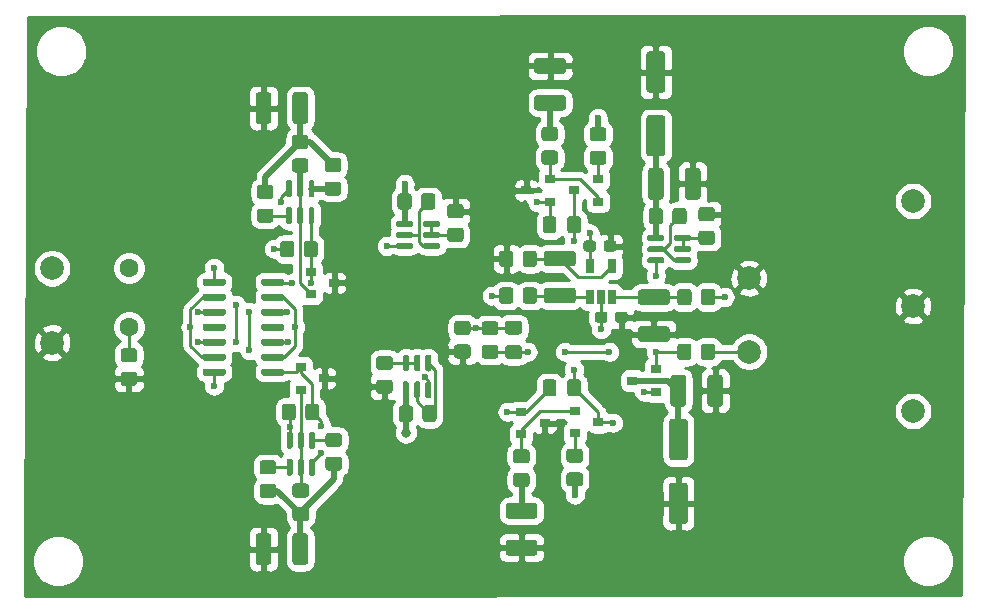
<source format=gbr>
G04 #@! TF.GenerationSoftware,KiCad,Pcbnew,(5.1.10-0-10_14)*
G04 #@! TF.CreationDate,2021-07-28T14:37:46+02:00*
G04 #@! TF.ProjectId,pre-amp-discret,7072652d-616d-4702-9d64-697363726574,rev?*
G04 #@! TF.SameCoordinates,Original*
G04 #@! TF.FileFunction,Copper,L1,Top*
G04 #@! TF.FilePolarity,Positive*
%FSLAX46Y46*%
G04 Gerber Fmt 4.6, Leading zero omitted, Abs format (unit mm)*
G04 Created by KiCad (PCBNEW (5.1.10-0-10_14)) date 2021-07-28 14:37:46*
%MOMM*%
%LPD*%
G01*
G04 APERTURE LIST*
G04 #@! TA.AperFunction,SMDPad,CuDef*
%ADD10R,0.650000X1.220000*%
G04 #@! TD*
G04 #@! TA.AperFunction,ComponentPad*
%ADD11C,1.600000*%
G04 #@! TD*
G04 #@! TA.AperFunction,SMDPad,CuDef*
%ADD12R,0.900000X0.800000*%
G04 #@! TD*
G04 #@! TA.AperFunction,ComponentPad*
%ADD13C,2.000000*%
G04 #@! TD*
G04 #@! TA.AperFunction,ViaPad*
%ADD14C,0.600000*%
G04 #@! TD*
G04 #@! TA.AperFunction,ViaPad*
%ADD15C,0.800000*%
G04 #@! TD*
G04 #@! TA.AperFunction,Conductor*
%ADD16C,0.250000*%
G04 #@! TD*
G04 #@! TA.AperFunction,Conductor*
%ADD17C,0.500000*%
G04 #@! TD*
G04 #@! TA.AperFunction,Conductor*
%ADD18C,0.254000*%
G04 #@! TD*
G04 #@! TA.AperFunction,Conductor*
%ADD19C,0.100000*%
G04 #@! TD*
G04 APERTURE END LIST*
G04 #@! TA.AperFunction,SMDPad,CuDef*
G36*
G01*
X144032000Y-141393999D02*
X144032000Y-143594001D01*
G75*
G02*
X143782001Y-143844000I-249999J0D01*
G01*
X142956999Y-143844000D01*
G75*
G02*
X142707000Y-143594001I0J249999D01*
G01*
X142707000Y-141393999D01*
G75*
G02*
X142956999Y-141144000I249999J0D01*
G01*
X143782001Y-141144000D01*
G75*
G02*
X144032000Y-141393999I0J-249999D01*
G01*
G37*
G04 #@! TD.AperFunction*
G04 #@! TA.AperFunction,SMDPad,CuDef*
G36*
G01*
X147157000Y-141393999D02*
X147157000Y-143594001D01*
G75*
G02*
X146907001Y-143844000I-249999J0D01*
G01*
X146081999Y-143844000D01*
G75*
G02*
X145832000Y-143594001I0J249999D01*
G01*
X145832000Y-141393999D01*
G75*
G02*
X146081999Y-141144000I249999J0D01*
G01*
X146907001Y-141144000D01*
G75*
G02*
X147157000Y-141393999I0J-249999D01*
G01*
G37*
G04 #@! TD.AperFunction*
G04 #@! TA.AperFunction,SMDPad,CuDef*
G36*
G01*
X145832000Y-106256001D02*
X145832000Y-104055999D01*
G75*
G02*
X146081999Y-103806000I249999J0D01*
G01*
X146907001Y-103806000D01*
G75*
G02*
X147157000Y-104055999I0J-249999D01*
G01*
X147157000Y-106256001D01*
G75*
G02*
X146907001Y-106506000I-249999J0D01*
G01*
X146081999Y-106506000D01*
G75*
G02*
X145832000Y-106256001I0J249999D01*
G01*
G37*
G04 #@! TD.AperFunction*
G04 #@! TA.AperFunction,SMDPad,CuDef*
G36*
G01*
X142707000Y-106256001D02*
X142707000Y-104055999D01*
G75*
G02*
X142956999Y-103806000I249999J0D01*
G01*
X143782001Y-103806000D01*
G75*
G02*
X144032000Y-104055999I0J-249999D01*
G01*
X144032000Y-106256001D01*
G75*
G02*
X143782001Y-106506000I-249999J0D01*
G01*
X142956999Y-106506000D01*
G75*
G02*
X142707000Y-106256001I0J249999D01*
G01*
G37*
G04 #@! TD.AperFunction*
G04 #@! TA.AperFunction,SMDPad,CuDef*
G36*
G01*
X177528401Y-121832800D02*
X175328399Y-121832800D01*
G75*
G02*
X175078400Y-121582801I0J249999D01*
G01*
X175078400Y-120757799D01*
G75*
G02*
X175328399Y-120507800I249999J0D01*
G01*
X177528401Y-120507800D01*
G75*
G02*
X177778400Y-120757799I0J-249999D01*
G01*
X177778400Y-121582801D01*
G75*
G02*
X177528401Y-121832800I-249999J0D01*
G01*
G37*
G04 #@! TD.AperFunction*
G04 #@! TA.AperFunction,SMDPad,CuDef*
G36*
G01*
X177528401Y-124957800D02*
X175328399Y-124957800D01*
G75*
G02*
X175078400Y-124707801I0J249999D01*
G01*
X175078400Y-123882799D01*
G75*
G02*
X175328399Y-123632800I249999J0D01*
G01*
X177528401Y-123632800D01*
G75*
G02*
X177778400Y-123882799I0J-249999D01*
G01*
X177778400Y-124707801D01*
G75*
G02*
X177528401Y-124957800I-249999J0D01*
G01*
G37*
G04 #@! TD.AperFunction*
G04 #@! TA.AperFunction,SMDPad,CuDef*
G36*
G01*
X169565501Y-118568500D02*
X167365499Y-118568500D01*
G75*
G02*
X167115500Y-118318501I0J249999D01*
G01*
X167115500Y-117493499D01*
G75*
G02*
X167365499Y-117243500I249999J0D01*
G01*
X169565501Y-117243500D01*
G75*
G02*
X169815500Y-117493499I0J-249999D01*
G01*
X169815500Y-118318501D01*
G75*
G02*
X169565501Y-118568500I-249999J0D01*
G01*
G37*
G04 #@! TD.AperFunction*
G04 #@! TA.AperFunction,SMDPad,CuDef*
G36*
G01*
X169565501Y-121693500D02*
X167365499Y-121693500D01*
G75*
G02*
X167115500Y-121443501I0J249999D01*
G01*
X167115500Y-120618499D01*
G75*
G02*
X167365499Y-120368500I249999J0D01*
G01*
X169565501Y-120368500D01*
G75*
G02*
X169815500Y-120618499I0J-249999D01*
G01*
X169815500Y-121443501D01*
G75*
G02*
X169565501Y-121693500I-249999J0D01*
G01*
G37*
G04 #@! TD.AperFunction*
G04 #@! TA.AperFunction,SMDPad,CuDef*
G36*
G01*
X180961000Y-130195501D02*
X180961000Y-127995499D01*
G75*
G02*
X181210999Y-127745500I249999J0D01*
G01*
X182036001Y-127745500D01*
G75*
G02*
X182286000Y-127995499I0J-249999D01*
G01*
X182286000Y-130195501D01*
G75*
G02*
X182036001Y-130445500I-249999J0D01*
G01*
X181210999Y-130445500D01*
G75*
G02*
X180961000Y-130195501I0J249999D01*
G01*
G37*
G04 #@! TD.AperFunction*
G04 #@! TA.AperFunction,SMDPad,CuDef*
G36*
G01*
X177836000Y-130195501D02*
X177836000Y-127995499D01*
G75*
G02*
X178085999Y-127745500I249999J0D01*
G01*
X178911001Y-127745500D01*
G75*
G02*
X179161000Y-127995499I0J-249999D01*
G01*
X179161000Y-130195501D01*
G75*
G02*
X178911001Y-130445500I-249999J0D01*
G01*
X178085999Y-130445500D01*
G75*
G02*
X177836000Y-130195501I0J249999D01*
G01*
G37*
G04 #@! TD.AperFunction*
G04 #@! TA.AperFunction,SMDPad,CuDef*
G36*
G01*
X177256000Y-110469499D02*
X177256000Y-112669501D01*
G75*
G02*
X177006001Y-112919500I-249999J0D01*
G01*
X176180999Y-112919500D01*
G75*
G02*
X175931000Y-112669501I0J249999D01*
G01*
X175931000Y-110469499D01*
G75*
G02*
X176180999Y-110219500I249999J0D01*
G01*
X177006001Y-110219500D01*
G75*
G02*
X177256000Y-110469499I0J-249999D01*
G01*
G37*
G04 #@! TD.AperFunction*
G04 #@! TA.AperFunction,SMDPad,CuDef*
G36*
G01*
X180381000Y-110469499D02*
X180381000Y-112669501D01*
G75*
G02*
X180131001Y-112919500I-249999J0D01*
G01*
X179305999Y-112919500D01*
G75*
G02*
X179056000Y-112669501I0J249999D01*
G01*
X179056000Y-110469499D01*
G75*
G02*
X179305999Y-110219500I249999J0D01*
G01*
X180131001Y-110219500D01*
G75*
G02*
X180381000Y-110469499I0J-249999D01*
G01*
G37*
G04 #@! TD.AperFunction*
G04 #@! TA.AperFunction,SMDPad,CuDef*
G36*
G01*
X164126999Y-141718000D02*
X166327001Y-141718000D01*
G75*
G02*
X166577000Y-141967999I0J-249999D01*
G01*
X166577000Y-142793001D01*
G75*
G02*
X166327001Y-143043000I-249999J0D01*
G01*
X164126999Y-143043000D01*
G75*
G02*
X163877000Y-142793001I0J249999D01*
G01*
X163877000Y-141967999D01*
G75*
G02*
X164126999Y-141718000I249999J0D01*
G01*
G37*
G04 #@! TD.AperFunction*
G04 #@! TA.AperFunction,SMDPad,CuDef*
G36*
G01*
X164126999Y-138593000D02*
X166327001Y-138593000D01*
G75*
G02*
X166577000Y-138842999I0J-249999D01*
G01*
X166577000Y-139668001D01*
G75*
G02*
X166327001Y-139918000I-249999J0D01*
G01*
X164126999Y-139918000D01*
G75*
G02*
X163877000Y-139668001I0J249999D01*
G01*
X163877000Y-138842999D01*
G75*
G02*
X164126999Y-138593000I249999J0D01*
G01*
G37*
G04 #@! TD.AperFunction*
G04 #@! TA.AperFunction,SMDPad,CuDef*
G36*
G01*
X166539999Y-104049000D02*
X168740001Y-104049000D01*
G75*
G02*
X168990000Y-104298999I0J-249999D01*
G01*
X168990000Y-105124001D01*
G75*
G02*
X168740001Y-105374000I-249999J0D01*
G01*
X166539999Y-105374000D01*
G75*
G02*
X166290000Y-105124001I0J249999D01*
G01*
X166290000Y-104298999D01*
G75*
G02*
X166539999Y-104049000I249999J0D01*
G01*
G37*
G04 #@! TD.AperFunction*
G04 #@! TA.AperFunction,SMDPad,CuDef*
G36*
G01*
X166539999Y-100924000D02*
X168740001Y-100924000D01*
G75*
G02*
X168990000Y-101173999I0J-249999D01*
G01*
X168990000Y-101999001D01*
G75*
G02*
X168740001Y-102249000I-249999J0D01*
G01*
X166539999Y-102249000D01*
G75*
G02*
X166290000Y-101999001I0J249999D01*
G01*
X166290000Y-101173999D01*
G75*
G02*
X166539999Y-100924000I249999J0D01*
G01*
G37*
G04 #@! TD.AperFunction*
G04 #@! TA.AperFunction,SMDPad,CuDef*
G36*
G01*
X179061200Y-134973000D02*
X177961200Y-134973000D01*
G75*
G02*
X177711200Y-134723000I0J250000D01*
G01*
X177711200Y-131723000D01*
G75*
G02*
X177961200Y-131473000I250000J0D01*
G01*
X179061200Y-131473000D01*
G75*
G02*
X179311200Y-131723000I0J-250000D01*
G01*
X179311200Y-134723000D01*
G75*
G02*
X179061200Y-134973000I-250000J0D01*
G01*
G37*
G04 #@! TD.AperFunction*
G04 #@! TA.AperFunction,SMDPad,CuDef*
G36*
G01*
X179061200Y-140373000D02*
X177961200Y-140373000D01*
G75*
G02*
X177711200Y-140123000I0J250000D01*
G01*
X177711200Y-137123000D01*
G75*
G02*
X177961200Y-136873000I250000J0D01*
G01*
X179061200Y-136873000D01*
G75*
G02*
X179311200Y-137123000I0J-250000D01*
G01*
X179311200Y-140123000D01*
G75*
G02*
X179061200Y-140373000I-250000J0D01*
G01*
G37*
G04 #@! TD.AperFunction*
G04 #@! TA.AperFunction,SMDPad,CuDef*
G36*
G01*
X177143500Y-103855500D02*
X176043500Y-103855500D01*
G75*
G02*
X175793500Y-103605500I0J250000D01*
G01*
X175793500Y-100605500D01*
G75*
G02*
X176043500Y-100355500I250000J0D01*
G01*
X177143500Y-100355500D01*
G75*
G02*
X177393500Y-100605500I0J-250000D01*
G01*
X177393500Y-103605500D01*
G75*
G02*
X177143500Y-103855500I-250000J0D01*
G01*
G37*
G04 #@! TD.AperFunction*
G04 #@! TA.AperFunction,SMDPad,CuDef*
G36*
G01*
X177143500Y-109255500D02*
X176043500Y-109255500D01*
G75*
G02*
X175793500Y-109005500I0J250000D01*
G01*
X175793500Y-106005500D01*
G75*
G02*
X176043500Y-105755500I250000J0D01*
G01*
X177143500Y-105755500D01*
G75*
G02*
X177393500Y-106005500I0J-250000D01*
G01*
X177393500Y-109005500D01*
G75*
G02*
X177143500Y-109255500I-250000J0D01*
G01*
G37*
G04 #@! TD.AperFunction*
D10*
X171008000Y-118538000D03*
X172908000Y-118538000D03*
X172908000Y-121158000D03*
X171958000Y-121158000D03*
X171008000Y-121158000D03*
G04 #@! TA.AperFunction,SMDPad,CuDef*
G36*
G01*
X164525500Y-120580999D02*
X164525500Y-121481001D01*
G75*
G02*
X164275501Y-121731000I-249999J0D01*
G01*
X163575499Y-121731000D01*
G75*
G02*
X163325500Y-121481001I0J249999D01*
G01*
X163325500Y-120580999D01*
G75*
G02*
X163575499Y-120331000I249999J0D01*
G01*
X164275501Y-120331000D01*
G75*
G02*
X164525500Y-120580999I0J-249999D01*
G01*
G37*
G04 #@! TD.AperFunction*
G04 #@! TA.AperFunction,SMDPad,CuDef*
G36*
G01*
X166525500Y-120580999D02*
X166525500Y-121481001D01*
G75*
G02*
X166275501Y-121731000I-249999J0D01*
G01*
X165575499Y-121731000D01*
G75*
G02*
X165325500Y-121481001I0J249999D01*
G01*
X165325500Y-120580999D01*
G75*
G02*
X165575499Y-120331000I249999J0D01*
G01*
X166275501Y-120331000D01*
G75*
G02*
X166525500Y-120580999I0J-249999D01*
G01*
G37*
G04 #@! TD.AperFunction*
G04 #@! TA.AperFunction,SMDPad,CuDef*
G36*
G01*
X179619200Y-120707999D02*
X179619200Y-121608001D01*
G75*
G02*
X179369201Y-121858000I-249999J0D01*
G01*
X178669199Y-121858000D01*
G75*
G02*
X178419200Y-121608001I0J249999D01*
G01*
X178419200Y-120707999D01*
G75*
G02*
X178669199Y-120458000I249999J0D01*
G01*
X179369201Y-120458000D01*
G75*
G02*
X179619200Y-120707999I0J-249999D01*
G01*
G37*
G04 #@! TD.AperFunction*
G04 #@! TA.AperFunction,SMDPad,CuDef*
G36*
G01*
X181619200Y-120707999D02*
X181619200Y-121608001D01*
G75*
G02*
X181369201Y-121858000I-249999J0D01*
G01*
X180669199Y-121858000D01*
G75*
G02*
X180419200Y-121608001I0J249999D01*
G01*
X180419200Y-120707999D01*
G75*
G02*
X180669199Y-120458000I249999J0D01*
G01*
X181369201Y-120458000D01*
G75*
G02*
X181619200Y-120707999I0J-249999D01*
G01*
G37*
G04 #@! TD.AperFunction*
G04 #@! TA.AperFunction,SMDPad,CuDef*
G36*
G01*
X164525500Y-117469499D02*
X164525500Y-118369501D01*
G75*
G02*
X164275501Y-118619500I-249999J0D01*
G01*
X163575499Y-118619500D01*
G75*
G02*
X163325500Y-118369501I0J249999D01*
G01*
X163325500Y-117469499D01*
G75*
G02*
X163575499Y-117219500I249999J0D01*
G01*
X164275501Y-117219500D01*
G75*
G02*
X164525500Y-117469499I0J-249999D01*
G01*
G37*
G04 #@! TD.AperFunction*
G04 #@! TA.AperFunction,SMDPad,CuDef*
G36*
G01*
X166525500Y-117469499D02*
X166525500Y-118369501D01*
G75*
G02*
X166275501Y-118619500I-249999J0D01*
G01*
X165575499Y-118619500D01*
G75*
G02*
X165325500Y-118369501I0J249999D01*
G01*
X165325500Y-117469499D01*
G75*
G02*
X165575499Y-117219500I249999J0D01*
G01*
X166275501Y-117219500D01*
G75*
G02*
X166525500Y-117469499I0J-249999D01*
G01*
G37*
G04 #@! TD.AperFunction*
G04 #@! TA.AperFunction,SMDPad,CuDef*
G36*
G01*
X172495500Y-122635000D02*
X172495500Y-123110000D01*
G75*
G02*
X172258000Y-123347500I-237500J0D01*
G01*
X171658000Y-123347500D01*
G75*
G02*
X171420500Y-123110000I0J237500D01*
G01*
X171420500Y-122635000D01*
G75*
G02*
X171658000Y-122397500I237500J0D01*
G01*
X172258000Y-122397500D01*
G75*
G02*
X172495500Y-122635000I0J-237500D01*
G01*
G37*
G04 #@! TD.AperFunction*
G04 #@! TA.AperFunction,SMDPad,CuDef*
G36*
G01*
X174220500Y-122635000D02*
X174220500Y-123110000D01*
G75*
G02*
X173983000Y-123347500I-237500J0D01*
G01*
X173383000Y-123347500D01*
G75*
G02*
X173145500Y-123110000I0J237500D01*
G01*
X173145500Y-122635000D01*
G75*
G02*
X173383000Y-122397500I237500J0D01*
G01*
X173983000Y-122397500D01*
G75*
G02*
X174220500Y-122635000I0J-237500D01*
G01*
G37*
G04 #@! TD.AperFunction*
G04 #@! TA.AperFunction,SMDPad,CuDef*
G36*
G01*
X171530300Y-116602500D02*
X171530300Y-117077500D01*
G75*
G02*
X171292800Y-117315000I-237500J0D01*
G01*
X170692800Y-117315000D01*
G75*
G02*
X170455300Y-117077500I0J237500D01*
G01*
X170455300Y-116602500D01*
G75*
G02*
X170692800Y-116365000I237500J0D01*
G01*
X171292800Y-116365000D01*
G75*
G02*
X171530300Y-116602500I0J-237500D01*
G01*
G37*
G04 #@! TD.AperFunction*
G04 #@! TA.AperFunction,SMDPad,CuDef*
G36*
G01*
X173255300Y-116602500D02*
X173255300Y-117077500D01*
G75*
G02*
X173017800Y-117315000I-237500J0D01*
G01*
X172417800Y-117315000D01*
G75*
G02*
X172180300Y-117077500I0J237500D01*
G01*
X172180300Y-116602500D01*
G75*
G02*
X172417800Y-116365000I237500J0D01*
G01*
X173017800Y-116365000D01*
G75*
G02*
X173255300Y-116602500I0J-237500D01*
G01*
G37*
G04 #@! TD.AperFunction*
D11*
X131978400Y-118698000D03*
X131978400Y-123698000D03*
G04 #@! TA.AperFunction,SMDPad,CuDef*
G36*
G01*
X143181200Y-120038000D02*
X143181200Y-119738000D01*
G75*
G02*
X143331200Y-119588000I150000J0D01*
G01*
X144981200Y-119588000D01*
G75*
G02*
X145131200Y-119738000I0J-150000D01*
G01*
X145131200Y-120038000D01*
G75*
G02*
X144981200Y-120188000I-150000J0D01*
G01*
X143331200Y-120188000D01*
G75*
G02*
X143181200Y-120038000I0J150000D01*
G01*
G37*
G04 #@! TD.AperFunction*
G04 #@! TA.AperFunction,SMDPad,CuDef*
G36*
G01*
X143181200Y-121308000D02*
X143181200Y-121008000D01*
G75*
G02*
X143331200Y-120858000I150000J0D01*
G01*
X144981200Y-120858000D01*
G75*
G02*
X145131200Y-121008000I0J-150000D01*
G01*
X145131200Y-121308000D01*
G75*
G02*
X144981200Y-121458000I-150000J0D01*
G01*
X143331200Y-121458000D01*
G75*
G02*
X143181200Y-121308000I0J150000D01*
G01*
G37*
G04 #@! TD.AperFunction*
G04 #@! TA.AperFunction,SMDPad,CuDef*
G36*
G01*
X143181200Y-122578000D02*
X143181200Y-122278000D01*
G75*
G02*
X143331200Y-122128000I150000J0D01*
G01*
X144981200Y-122128000D01*
G75*
G02*
X145131200Y-122278000I0J-150000D01*
G01*
X145131200Y-122578000D01*
G75*
G02*
X144981200Y-122728000I-150000J0D01*
G01*
X143331200Y-122728000D01*
G75*
G02*
X143181200Y-122578000I0J150000D01*
G01*
G37*
G04 #@! TD.AperFunction*
G04 #@! TA.AperFunction,SMDPad,CuDef*
G36*
G01*
X143181200Y-123848000D02*
X143181200Y-123548000D01*
G75*
G02*
X143331200Y-123398000I150000J0D01*
G01*
X144981200Y-123398000D01*
G75*
G02*
X145131200Y-123548000I0J-150000D01*
G01*
X145131200Y-123848000D01*
G75*
G02*
X144981200Y-123998000I-150000J0D01*
G01*
X143331200Y-123998000D01*
G75*
G02*
X143181200Y-123848000I0J150000D01*
G01*
G37*
G04 #@! TD.AperFunction*
G04 #@! TA.AperFunction,SMDPad,CuDef*
G36*
G01*
X143181200Y-125118000D02*
X143181200Y-124818000D01*
G75*
G02*
X143331200Y-124668000I150000J0D01*
G01*
X144981200Y-124668000D01*
G75*
G02*
X145131200Y-124818000I0J-150000D01*
G01*
X145131200Y-125118000D01*
G75*
G02*
X144981200Y-125268000I-150000J0D01*
G01*
X143331200Y-125268000D01*
G75*
G02*
X143181200Y-125118000I0J150000D01*
G01*
G37*
G04 #@! TD.AperFunction*
G04 #@! TA.AperFunction,SMDPad,CuDef*
G36*
G01*
X143181200Y-126388000D02*
X143181200Y-126088000D01*
G75*
G02*
X143331200Y-125938000I150000J0D01*
G01*
X144981200Y-125938000D01*
G75*
G02*
X145131200Y-126088000I0J-150000D01*
G01*
X145131200Y-126388000D01*
G75*
G02*
X144981200Y-126538000I-150000J0D01*
G01*
X143331200Y-126538000D01*
G75*
G02*
X143181200Y-126388000I0J150000D01*
G01*
G37*
G04 #@! TD.AperFunction*
G04 #@! TA.AperFunction,SMDPad,CuDef*
G36*
G01*
X143181200Y-127658000D02*
X143181200Y-127358000D01*
G75*
G02*
X143331200Y-127208000I150000J0D01*
G01*
X144981200Y-127208000D01*
G75*
G02*
X145131200Y-127358000I0J-150000D01*
G01*
X145131200Y-127658000D01*
G75*
G02*
X144981200Y-127808000I-150000J0D01*
G01*
X143331200Y-127808000D01*
G75*
G02*
X143181200Y-127658000I0J150000D01*
G01*
G37*
G04 #@! TD.AperFunction*
G04 #@! TA.AperFunction,SMDPad,CuDef*
G36*
G01*
X138231200Y-127658000D02*
X138231200Y-127358000D01*
G75*
G02*
X138381200Y-127208000I150000J0D01*
G01*
X140031200Y-127208000D01*
G75*
G02*
X140181200Y-127358000I0J-150000D01*
G01*
X140181200Y-127658000D01*
G75*
G02*
X140031200Y-127808000I-150000J0D01*
G01*
X138381200Y-127808000D01*
G75*
G02*
X138231200Y-127658000I0J150000D01*
G01*
G37*
G04 #@! TD.AperFunction*
G04 #@! TA.AperFunction,SMDPad,CuDef*
G36*
G01*
X138231200Y-126388000D02*
X138231200Y-126088000D01*
G75*
G02*
X138381200Y-125938000I150000J0D01*
G01*
X140031200Y-125938000D01*
G75*
G02*
X140181200Y-126088000I0J-150000D01*
G01*
X140181200Y-126388000D01*
G75*
G02*
X140031200Y-126538000I-150000J0D01*
G01*
X138381200Y-126538000D01*
G75*
G02*
X138231200Y-126388000I0J150000D01*
G01*
G37*
G04 #@! TD.AperFunction*
G04 #@! TA.AperFunction,SMDPad,CuDef*
G36*
G01*
X138231200Y-125118000D02*
X138231200Y-124818000D01*
G75*
G02*
X138381200Y-124668000I150000J0D01*
G01*
X140031200Y-124668000D01*
G75*
G02*
X140181200Y-124818000I0J-150000D01*
G01*
X140181200Y-125118000D01*
G75*
G02*
X140031200Y-125268000I-150000J0D01*
G01*
X138381200Y-125268000D01*
G75*
G02*
X138231200Y-125118000I0J150000D01*
G01*
G37*
G04 #@! TD.AperFunction*
G04 #@! TA.AperFunction,SMDPad,CuDef*
G36*
G01*
X138231200Y-123848000D02*
X138231200Y-123548000D01*
G75*
G02*
X138381200Y-123398000I150000J0D01*
G01*
X140031200Y-123398000D01*
G75*
G02*
X140181200Y-123548000I0J-150000D01*
G01*
X140181200Y-123848000D01*
G75*
G02*
X140031200Y-123998000I-150000J0D01*
G01*
X138381200Y-123998000D01*
G75*
G02*
X138231200Y-123848000I0J150000D01*
G01*
G37*
G04 #@! TD.AperFunction*
G04 #@! TA.AperFunction,SMDPad,CuDef*
G36*
G01*
X138231200Y-122578000D02*
X138231200Y-122278000D01*
G75*
G02*
X138381200Y-122128000I150000J0D01*
G01*
X140031200Y-122128000D01*
G75*
G02*
X140181200Y-122278000I0J-150000D01*
G01*
X140181200Y-122578000D01*
G75*
G02*
X140031200Y-122728000I-150000J0D01*
G01*
X138381200Y-122728000D01*
G75*
G02*
X138231200Y-122578000I0J150000D01*
G01*
G37*
G04 #@! TD.AperFunction*
G04 #@! TA.AperFunction,SMDPad,CuDef*
G36*
G01*
X138231200Y-121308000D02*
X138231200Y-121008000D01*
G75*
G02*
X138381200Y-120858000I150000J0D01*
G01*
X140031200Y-120858000D01*
G75*
G02*
X140181200Y-121008000I0J-150000D01*
G01*
X140181200Y-121308000D01*
G75*
G02*
X140031200Y-121458000I-150000J0D01*
G01*
X138381200Y-121458000D01*
G75*
G02*
X138231200Y-121308000I0J150000D01*
G01*
G37*
G04 #@! TD.AperFunction*
G04 #@! TA.AperFunction,SMDPad,CuDef*
G36*
G01*
X138231200Y-120038000D02*
X138231200Y-119738000D01*
G75*
G02*
X138381200Y-119588000I150000J0D01*
G01*
X140031200Y-119588000D01*
G75*
G02*
X140181200Y-119738000I0J-150000D01*
G01*
X140181200Y-120038000D01*
G75*
G02*
X140031200Y-120188000I-150000J0D01*
G01*
X138381200Y-120188000D01*
G75*
G02*
X138231200Y-120038000I0J150000D01*
G01*
G37*
G04 #@! TD.AperFunction*
G04 #@! TA.AperFunction,SMDPad,CuDef*
G36*
G01*
X145710100Y-133999000D02*
X145460100Y-133999000D01*
G75*
G02*
X145335100Y-133874000I0J125000D01*
G01*
X145335100Y-132699000D01*
G75*
G02*
X145460100Y-132574000I125000J0D01*
G01*
X145710100Y-132574000D01*
G75*
G02*
X145835100Y-132699000I0J-125000D01*
G01*
X145835100Y-133874000D01*
G75*
G02*
X145710100Y-133999000I-125000J0D01*
G01*
G37*
G04 #@! TD.AperFunction*
G04 #@! TA.AperFunction,SMDPad,CuDef*
G36*
G01*
X146660100Y-133999000D02*
X146410100Y-133999000D01*
G75*
G02*
X146285100Y-133874000I0J125000D01*
G01*
X146285100Y-132699000D01*
G75*
G02*
X146410100Y-132574000I125000J0D01*
G01*
X146660100Y-132574000D01*
G75*
G02*
X146785100Y-132699000I0J-125000D01*
G01*
X146785100Y-133874000D01*
G75*
G02*
X146660100Y-133999000I-125000J0D01*
G01*
G37*
G04 #@! TD.AperFunction*
G04 #@! TA.AperFunction,SMDPad,CuDef*
G36*
G01*
X147610100Y-133999000D02*
X147360100Y-133999000D01*
G75*
G02*
X147235100Y-133874000I0J125000D01*
G01*
X147235100Y-132699000D01*
G75*
G02*
X147360100Y-132574000I125000J0D01*
G01*
X147610100Y-132574000D01*
G75*
G02*
X147735100Y-132699000I0J-125000D01*
G01*
X147735100Y-133874000D01*
G75*
G02*
X147610100Y-133999000I-125000J0D01*
G01*
G37*
G04 #@! TD.AperFunction*
G04 #@! TA.AperFunction,SMDPad,CuDef*
G36*
G01*
X147610100Y-136274000D02*
X147360100Y-136274000D01*
G75*
G02*
X147235100Y-136149000I0J125000D01*
G01*
X147235100Y-134974000D01*
G75*
G02*
X147360100Y-134849000I125000J0D01*
G01*
X147610100Y-134849000D01*
G75*
G02*
X147735100Y-134974000I0J-125000D01*
G01*
X147735100Y-136149000D01*
G75*
G02*
X147610100Y-136274000I-125000J0D01*
G01*
G37*
G04 #@! TD.AperFunction*
G04 #@! TA.AperFunction,SMDPad,CuDef*
G36*
G01*
X146660100Y-136274000D02*
X146410100Y-136274000D01*
G75*
G02*
X146285100Y-136149000I0J125000D01*
G01*
X146285100Y-134974000D01*
G75*
G02*
X146410100Y-134849000I125000J0D01*
G01*
X146660100Y-134849000D01*
G75*
G02*
X146785100Y-134974000I0J-125000D01*
G01*
X146785100Y-136149000D01*
G75*
G02*
X146660100Y-136274000I-125000J0D01*
G01*
G37*
G04 #@! TD.AperFunction*
G04 #@! TA.AperFunction,SMDPad,CuDef*
G36*
G01*
X145710100Y-136274000D02*
X145460100Y-136274000D01*
G75*
G02*
X145335100Y-136149000I0J125000D01*
G01*
X145335100Y-134974000D01*
G75*
G02*
X145460100Y-134849000I125000J0D01*
G01*
X145710100Y-134849000D01*
G75*
G02*
X145835100Y-134974000I0J-125000D01*
G01*
X145835100Y-136149000D01*
G75*
G02*
X145710100Y-136274000I-125000J0D01*
G01*
G37*
G04 #@! TD.AperFunction*
G04 #@! TA.AperFunction,SMDPad,CuDef*
G36*
G01*
X177306000Y-117931700D02*
X177306000Y-118181700D01*
G75*
G02*
X177181000Y-118306700I-125000J0D01*
G01*
X176006000Y-118306700D01*
G75*
G02*
X175881000Y-118181700I0J125000D01*
G01*
X175881000Y-117931700D01*
G75*
G02*
X176006000Y-117806700I125000J0D01*
G01*
X177181000Y-117806700D01*
G75*
G02*
X177306000Y-117931700I0J-125000D01*
G01*
G37*
G04 #@! TD.AperFunction*
G04 #@! TA.AperFunction,SMDPad,CuDef*
G36*
G01*
X177306000Y-116981700D02*
X177306000Y-117231700D01*
G75*
G02*
X177181000Y-117356700I-125000J0D01*
G01*
X176006000Y-117356700D01*
G75*
G02*
X175881000Y-117231700I0J125000D01*
G01*
X175881000Y-116981700D01*
G75*
G02*
X176006000Y-116856700I125000J0D01*
G01*
X177181000Y-116856700D01*
G75*
G02*
X177306000Y-116981700I0J-125000D01*
G01*
G37*
G04 #@! TD.AperFunction*
G04 #@! TA.AperFunction,SMDPad,CuDef*
G36*
G01*
X177306000Y-116031700D02*
X177306000Y-116281700D01*
G75*
G02*
X177181000Y-116406700I-125000J0D01*
G01*
X176006000Y-116406700D01*
G75*
G02*
X175881000Y-116281700I0J125000D01*
G01*
X175881000Y-116031700D01*
G75*
G02*
X176006000Y-115906700I125000J0D01*
G01*
X177181000Y-115906700D01*
G75*
G02*
X177306000Y-116031700I0J-125000D01*
G01*
G37*
G04 #@! TD.AperFunction*
G04 #@! TA.AperFunction,SMDPad,CuDef*
G36*
G01*
X179581000Y-116031700D02*
X179581000Y-116281700D01*
G75*
G02*
X179456000Y-116406700I-125000J0D01*
G01*
X178281000Y-116406700D01*
G75*
G02*
X178156000Y-116281700I0J125000D01*
G01*
X178156000Y-116031700D01*
G75*
G02*
X178281000Y-115906700I125000J0D01*
G01*
X179456000Y-115906700D01*
G75*
G02*
X179581000Y-116031700I0J-125000D01*
G01*
G37*
G04 #@! TD.AperFunction*
G04 #@! TA.AperFunction,SMDPad,CuDef*
G36*
G01*
X179581000Y-116981700D02*
X179581000Y-117231700D01*
G75*
G02*
X179456000Y-117356700I-125000J0D01*
G01*
X178281000Y-117356700D01*
G75*
G02*
X178156000Y-117231700I0J125000D01*
G01*
X178156000Y-116981700D01*
G75*
G02*
X178281000Y-116856700I125000J0D01*
G01*
X179456000Y-116856700D01*
G75*
G02*
X179581000Y-116981700I0J-125000D01*
G01*
G37*
G04 #@! TD.AperFunction*
G04 #@! TA.AperFunction,SMDPad,CuDef*
G36*
G01*
X179581000Y-117931700D02*
X179581000Y-118181700D01*
G75*
G02*
X179456000Y-118306700I-125000J0D01*
G01*
X178281000Y-118306700D01*
G75*
G02*
X178156000Y-118181700I0J125000D01*
G01*
X178156000Y-117931700D01*
G75*
G02*
X178281000Y-117806700I125000J0D01*
G01*
X179456000Y-117806700D01*
G75*
G02*
X179581000Y-117931700I0J-125000D01*
G01*
G37*
G04 #@! TD.AperFunction*
G04 #@! TA.AperFunction,SMDPad,CuDef*
G36*
G01*
X156033500Y-116722700D02*
X156033500Y-116972700D01*
G75*
G02*
X155908500Y-117097700I-125000J0D01*
G01*
X154733500Y-117097700D01*
G75*
G02*
X154608500Y-116972700I0J125000D01*
G01*
X154608500Y-116722700D01*
G75*
G02*
X154733500Y-116597700I125000J0D01*
G01*
X155908500Y-116597700D01*
G75*
G02*
X156033500Y-116722700I0J-125000D01*
G01*
G37*
G04 #@! TD.AperFunction*
G04 #@! TA.AperFunction,SMDPad,CuDef*
G36*
G01*
X156033500Y-115772700D02*
X156033500Y-116022700D01*
G75*
G02*
X155908500Y-116147700I-125000J0D01*
G01*
X154733500Y-116147700D01*
G75*
G02*
X154608500Y-116022700I0J125000D01*
G01*
X154608500Y-115772700D01*
G75*
G02*
X154733500Y-115647700I125000J0D01*
G01*
X155908500Y-115647700D01*
G75*
G02*
X156033500Y-115772700I0J-125000D01*
G01*
G37*
G04 #@! TD.AperFunction*
G04 #@! TA.AperFunction,SMDPad,CuDef*
G36*
G01*
X156033500Y-114822700D02*
X156033500Y-115072700D01*
G75*
G02*
X155908500Y-115197700I-125000J0D01*
G01*
X154733500Y-115197700D01*
G75*
G02*
X154608500Y-115072700I0J125000D01*
G01*
X154608500Y-114822700D01*
G75*
G02*
X154733500Y-114697700I125000J0D01*
G01*
X155908500Y-114697700D01*
G75*
G02*
X156033500Y-114822700I0J-125000D01*
G01*
G37*
G04 #@! TD.AperFunction*
G04 #@! TA.AperFunction,SMDPad,CuDef*
G36*
G01*
X158308500Y-114822700D02*
X158308500Y-115072700D01*
G75*
G02*
X158183500Y-115197700I-125000J0D01*
G01*
X157008500Y-115197700D01*
G75*
G02*
X156883500Y-115072700I0J125000D01*
G01*
X156883500Y-114822700D01*
G75*
G02*
X157008500Y-114697700I125000J0D01*
G01*
X158183500Y-114697700D01*
G75*
G02*
X158308500Y-114822700I0J-125000D01*
G01*
G37*
G04 #@! TD.AperFunction*
G04 #@! TA.AperFunction,SMDPad,CuDef*
G36*
G01*
X158308500Y-115772700D02*
X158308500Y-116022700D01*
G75*
G02*
X158183500Y-116147700I-125000J0D01*
G01*
X157008500Y-116147700D01*
G75*
G02*
X156883500Y-116022700I0J125000D01*
G01*
X156883500Y-115772700D01*
G75*
G02*
X157008500Y-115647700I125000J0D01*
G01*
X158183500Y-115647700D01*
G75*
G02*
X158308500Y-115772700I0J-125000D01*
G01*
G37*
G04 #@! TD.AperFunction*
G04 #@! TA.AperFunction,SMDPad,CuDef*
G36*
G01*
X158308500Y-116722700D02*
X158308500Y-116972700D01*
G75*
G02*
X158183500Y-117097700I-125000J0D01*
G01*
X157008500Y-117097700D01*
G75*
G02*
X156883500Y-116972700I0J125000D01*
G01*
X156883500Y-116722700D01*
G75*
G02*
X157008500Y-116597700I125000J0D01*
G01*
X158183500Y-116597700D01*
G75*
G02*
X158308500Y-116722700I0J-125000D01*
G01*
G37*
G04 #@! TD.AperFunction*
G04 #@! TA.AperFunction,SMDPad,CuDef*
G36*
G01*
X145667000Y-112699400D02*
X145417000Y-112699400D01*
G75*
G02*
X145292000Y-112574400I0J125000D01*
G01*
X145292000Y-111399400D01*
G75*
G02*
X145417000Y-111274400I125000J0D01*
G01*
X145667000Y-111274400D01*
G75*
G02*
X145792000Y-111399400I0J-125000D01*
G01*
X145792000Y-112574400D01*
G75*
G02*
X145667000Y-112699400I-125000J0D01*
G01*
G37*
G04 #@! TD.AperFunction*
G04 #@! TA.AperFunction,SMDPad,CuDef*
G36*
G01*
X146617000Y-112699400D02*
X146367000Y-112699400D01*
G75*
G02*
X146242000Y-112574400I0J125000D01*
G01*
X146242000Y-111399400D01*
G75*
G02*
X146367000Y-111274400I125000J0D01*
G01*
X146617000Y-111274400D01*
G75*
G02*
X146742000Y-111399400I0J-125000D01*
G01*
X146742000Y-112574400D01*
G75*
G02*
X146617000Y-112699400I-125000J0D01*
G01*
G37*
G04 #@! TD.AperFunction*
G04 #@! TA.AperFunction,SMDPad,CuDef*
G36*
G01*
X147567000Y-112699400D02*
X147317000Y-112699400D01*
G75*
G02*
X147192000Y-112574400I0J125000D01*
G01*
X147192000Y-111399400D01*
G75*
G02*
X147317000Y-111274400I125000J0D01*
G01*
X147567000Y-111274400D01*
G75*
G02*
X147692000Y-111399400I0J-125000D01*
G01*
X147692000Y-112574400D01*
G75*
G02*
X147567000Y-112699400I-125000J0D01*
G01*
G37*
G04 #@! TD.AperFunction*
G04 #@! TA.AperFunction,SMDPad,CuDef*
G36*
G01*
X147567000Y-114974400D02*
X147317000Y-114974400D01*
G75*
G02*
X147192000Y-114849400I0J125000D01*
G01*
X147192000Y-113674400D01*
G75*
G02*
X147317000Y-113549400I125000J0D01*
G01*
X147567000Y-113549400D01*
G75*
G02*
X147692000Y-113674400I0J-125000D01*
G01*
X147692000Y-114849400D01*
G75*
G02*
X147567000Y-114974400I-125000J0D01*
G01*
G37*
G04 #@! TD.AperFunction*
G04 #@! TA.AperFunction,SMDPad,CuDef*
G36*
G01*
X146617000Y-114974400D02*
X146367000Y-114974400D01*
G75*
G02*
X146242000Y-114849400I0J125000D01*
G01*
X146242000Y-113674400D01*
G75*
G02*
X146367000Y-113549400I125000J0D01*
G01*
X146617000Y-113549400D01*
G75*
G02*
X146742000Y-113674400I0J-125000D01*
G01*
X146742000Y-114849400D01*
G75*
G02*
X146617000Y-114974400I-125000J0D01*
G01*
G37*
G04 #@! TD.AperFunction*
G04 #@! TA.AperFunction,SMDPad,CuDef*
G36*
G01*
X145667000Y-114974400D02*
X145417000Y-114974400D01*
G75*
G02*
X145292000Y-114849400I0J125000D01*
G01*
X145292000Y-113674400D01*
G75*
G02*
X145417000Y-113549400I125000J0D01*
G01*
X145667000Y-113549400D01*
G75*
G02*
X145792000Y-113674400I0J-125000D01*
G01*
X145792000Y-114849400D01*
G75*
G02*
X145667000Y-114974400I-125000J0D01*
G01*
G37*
G04 #@! TD.AperFunction*
G04 #@! TA.AperFunction,SMDPad,CuDef*
G36*
G01*
X157215300Y-128303800D02*
X157465300Y-128303800D01*
G75*
G02*
X157590300Y-128428800I0J-125000D01*
G01*
X157590300Y-129603800D01*
G75*
G02*
X157465300Y-129728800I-125000J0D01*
G01*
X157215300Y-129728800D01*
G75*
G02*
X157090300Y-129603800I0J125000D01*
G01*
X157090300Y-128428800D01*
G75*
G02*
X157215300Y-128303800I125000J0D01*
G01*
G37*
G04 #@! TD.AperFunction*
G04 #@! TA.AperFunction,SMDPad,CuDef*
G36*
G01*
X156265300Y-128303800D02*
X156515300Y-128303800D01*
G75*
G02*
X156640300Y-128428800I0J-125000D01*
G01*
X156640300Y-129603800D01*
G75*
G02*
X156515300Y-129728800I-125000J0D01*
G01*
X156265300Y-129728800D01*
G75*
G02*
X156140300Y-129603800I0J125000D01*
G01*
X156140300Y-128428800D01*
G75*
G02*
X156265300Y-128303800I125000J0D01*
G01*
G37*
G04 #@! TD.AperFunction*
G04 #@! TA.AperFunction,SMDPad,CuDef*
G36*
G01*
X155315300Y-128303800D02*
X155565300Y-128303800D01*
G75*
G02*
X155690300Y-128428800I0J-125000D01*
G01*
X155690300Y-129603800D01*
G75*
G02*
X155565300Y-129728800I-125000J0D01*
G01*
X155315300Y-129728800D01*
G75*
G02*
X155190300Y-129603800I0J125000D01*
G01*
X155190300Y-128428800D01*
G75*
G02*
X155315300Y-128303800I125000J0D01*
G01*
G37*
G04 #@! TD.AperFunction*
G04 #@! TA.AperFunction,SMDPad,CuDef*
G36*
G01*
X155315300Y-126028800D02*
X155565300Y-126028800D01*
G75*
G02*
X155690300Y-126153800I0J-125000D01*
G01*
X155690300Y-127328800D01*
G75*
G02*
X155565300Y-127453800I-125000J0D01*
G01*
X155315300Y-127453800D01*
G75*
G02*
X155190300Y-127328800I0J125000D01*
G01*
X155190300Y-126153800D01*
G75*
G02*
X155315300Y-126028800I125000J0D01*
G01*
G37*
G04 #@! TD.AperFunction*
G04 #@! TA.AperFunction,SMDPad,CuDef*
G36*
G01*
X156265300Y-126028800D02*
X156515300Y-126028800D01*
G75*
G02*
X156640300Y-126153800I0J-125000D01*
G01*
X156640300Y-127328800D01*
G75*
G02*
X156515300Y-127453800I-125000J0D01*
G01*
X156265300Y-127453800D01*
G75*
G02*
X156140300Y-127328800I0J125000D01*
G01*
X156140300Y-126153800D01*
G75*
G02*
X156265300Y-126028800I125000J0D01*
G01*
G37*
G04 #@! TD.AperFunction*
G04 #@! TA.AperFunction,SMDPad,CuDef*
G36*
G01*
X157215300Y-126028800D02*
X157465300Y-126028800D01*
G75*
G02*
X157590300Y-126153800I0J-125000D01*
G01*
X157590300Y-127328800D01*
G75*
G02*
X157465300Y-127453800I-125000J0D01*
G01*
X157215300Y-127453800D01*
G75*
G02*
X157090300Y-127328800I0J125000D01*
G01*
X157090300Y-126153800D01*
G75*
G02*
X157215300Y-126028800I125000J0D01*
G01*
G37*
G04 #@! TD.AperFunction*
G04 #@! TA.AperFunction,SMDPad,CuDef*
G36*
G01*
X146082599Y-138941000D02*
X146982601Y-138941000D01*
G75*
G02*
X147232600Y-139190999I0J-249999D01*
G01*
X147232600Y-139891001D01*
G75*
G02*
X146982601Y-140141000I-249999J0D01*
G01*
X146082599Y-140141000D01*
G75*
G02*
X145832600Y-139891001I0J249999D01*
G01*
X145832600Y-139190999D01*
G75*
G02*
X146082599Y-138941000I249999J0D01*
G01*
G37*
G04 #@! TD.AperFunction*
G04 #@! TA.AperFunction,SMDPad,CuDef*
G36*
G01*
X146082599Y-136941000D02*
X146982601Y-136941000D01*
G75*
G02*
X147232600Y-137190999I0J-249999D01*
G01*
X147232600Y-137891001D01*
G75*
G02*
X146982601Y-138141000I-249999J0D01*
G01*
X146082599Y-138141000D01*
G75*
G02*
X145832600Y-137891001I0J249999D01*
G01*
X145832600Y-137190999D01*
G75*
G02*
X146082599Y-136941000I249999J0D01*
G01*
G37*
G04 #@! TD.AperFunction*
G04 #@! TA.AperFunction,SMDPad,CuDef*
G36*
G01*
X146110500Y-130436199D02*
X146110500Y-131336201D01*
G75*
G02*
X145860501Y-131586200I-249999J0D01*
G01*
X145160499Y-131586200D01*
G75*
G02*
X144910500Y-131336201I0J249999D01*
G01*
X144910500Y-130436199D01*
G75*
G02*
X145160499Y-130186200I249999J0D01*
G01*
X145860501Y-130186200D01*
G75*
G02*
X146110500Y-130436199I0J-249999D01*
G01*
G37*
G04 #@! TD.AperFunction*
G04 #@! TA.AperFunction,SMDPad,CuDef*
G36*
G01*
X148110500Y-130436199D02*
X148110500Y-131336201D01*
G75*
G02*
X147860501Y-131586200I-249999J0D01*
G01*
X147160499Y-131586200D01*
G75*
G02*
X146910500Y-131336201I0J249999D01*
G01*
X146910500Y-130436199D01*
G75*
G02*
X147160499Y-130186200I249999J0D01*
G01*
X147860501Y-130186200D01*
G75*
G02*
X148110500Y-130436199I0J-249999D01*
G01*
G37*
G04 #@! TD.AperFunction*
G04 #@! TA.AperFunction,SMDPad,CuDef*
G36*
G01*
X145983500Y-116656699D02*
X145983500Y-117556701D01*
G75*
G02*
X145733501Y-117806700I-249999J0D01*
G01*
X145033499Y-117806700D01*
G75*
G02*
X144783500Y-117556701I0J249999D01*
G01*
X144783500Y-116656699D01*
G75*
G02*
X145033499Y-116406700I249999J0D01*
G01*
X145733501Y-116406700D01*
G75*
G02*
X145983500Y-116656699I0J-249999D01*
G01*
G37*
G04 #@! TD.AperFunction*
G04 #@! TA.AperFunction,SMDPad,CuDef*
G36*
G01*
X147983500Y-116656699D02*
X147983500Y-117556701D01*
G75*
G02*
X147733501Y-117806700I-249999J0D01*
G01*
X147033499Y-117806700D01*
G75*
G02*
X146783500Y-117556701I0J249999D01*
G01*
X146783500Y-116656699D01*
G75*
G02*
X147033499Y-116406700I249999J0D01*
G01*
X147733501Y-116406700D01*
G75*
G02*
X147983500Y-116656699I0J-249999D01*
G01*
G37*
G04 #@! TD.AperFunction*
G04 #@! TA.AperFunction,SMDPad,CuDef*
G36*
G01*
X146031799Y-109420100D02*
X146931801Y-109420100D01*
G75*
G02*
X147181800Y-109670099I0J-249999D01*
G01*
X147181800Y-110370101D01*
G75*
G02*
X146931801Y-110620100I-249999J0D01*
G01*
X146031799Y-110620100D01*
G75*
G02*
X145781800Y-110370101I0J249999D01*
G01*
X145781800Y-109670099D01*
G75*
G02*
X146031799Y-109420100I249999J0D01*
G01*
G37*
G04 #@! TD.AperFunction*
G04 #@! TA.AperFunction,SMDPad,CuDef*
G36*
G01*
X146031799Y-107420100D02*
X146931801Y-107420100D01*
G75*
G02*
X147181800Y-107670099I0J-249999D01*
G01*
X147181800Y-108370101D01*
G75*
G02*
X146931801Y-108620100I-249999J0D01*
G01*
X146031799Y-108620100D01*
G75*
G02*
X145781800Y-108370101I0J249999D01*
G01*
X145781800Y-107670099D01*
G75*
G02*
X146031799Y-107420100I249999J0D01*
G01*
G37*
G04 #@! TD.AperFunction*
D12*
X148532600Y-128043900D03*
X146532600Y-128993900D03*
X146532600Y-127093900D03*
X149383500Y-119949000D03*
X147383500Y-120899000D03*
X147383500Y-118999000D03*
G04 #@! TA.AperFunction,SMDPad,CuDef*
G36*
G01*
X143301299Y-136972500D02*
X144201301Y-136972500D01*
G75*
G02*
X144451300Y-137222499I0J-249999D01*
G01*
X144451300Y-137922501D01*
G75*
G02*
X144201301Y-138172500I-249999J0D01*
G01*
X143301299Y-138172500D01*
G75*
G02*
X143051300Y-137922501I0J249999D01*
G01*
X143051300Y-137222499D01*
G75*
G02*
X143301299Y-136972500I249999J0D01*
G01*
G37*
G04 #@! TD.AperFunction*
G04 #@! TA.AperFunction,SMDPad,CuDef*
G36*
G01*
X143301299Y-134972500D02*
X144201301Y-134972500D01*
G75*
G02*
X144451300Y-135222499I0J-249999D01*
G01*
X144451300Y-135922501D01*
G75*
G02*
X144201301Y-136172500I-249999J0D01*
G01*
X143301299Y-136172500D01*
G75*
G02*
X143051300Y-135922501I0J249999D01*
G01*
X143051300Y-135222499D01*
G75*
G02*
X143301299Y-134972500I249999J0D01*
G01*
G37*
G04 #@! TD.AperFunction*
X165614600Y-112130800D03*
X167614600Y-111180800D03*
X167614600Y-113080800D03*
G04 #@! TA.AperFunction,SMDPad,CuDef*
G36*
G01*
X179606500Y-125343499D02*
X179606500Y-126243501D01*
G75*
G02*
X179356501Y-126493500I-249999J0D01*
G01*
X178656499Y-126493500D01*
G75*
G02*
X178406500Y-126243501I0J249999D01*
G01*
X178406500Y-125343499D01*
G75*
G02*
X178656499Y-125093500I249999J0D01*
G01*
X179356501Y-125093500D01*
G75*
G02*
X179606500Y-125343499I0J-249999D01*
G01*
G37*
G04 #@! TD.AperFunction*
G04 #@! TA.AperFunction,SMDPad,CuDef*
G36*
G01*
X181606500Y-125343499D02*
X181606500Y-126243501D01*
G75*
G02*
X181356501Y-126493500I-249999J0D01*
G01*
X180656499Y-126493500D01*
G75*
G02*
X180406500Y-126243501I0J249999D01*
G01*
X180406500Y-125343499D01*
G75*
G02*
X180656499Y-125093500I249999J0D01*
G01*
X181356501Y-125093500D01*
G75*
G02*
X181606500Y-125343499I0J-249999D01*
G01*
G37*
G04 #@! TD.AperFunction*
G04 #@! TA.AperFunction,SMDPad,CuDef*
G36*
G01*
X181348801Y-114741500D02*
X180448799Y-114741500D01*
G75*
G02*
X180198800Y-114491501I0J249999D01*
G01*
X180198800Y-113791499D01*
G75*
G02*
X180448799Y-113541500I249999J0D01*
G01*
X181348801Y-113541500D01*
G75*
G02*
X181598800Y-113791499I0J-249999D01*
G01*
X181598800Y-114491501D01*
G75*
G02*
X181348801Y-114741500I-249999J0D01*
G01*
G37*
G04 #@! TD.AperFunction*
G04 #@! TA.AperFunction,SMDPad,CuDef*
G36*
G01*
X181348801Y-116741500D02*
X180448799Y-116741500D01*
G75*
G02*
X180198800Y-116491501I0J249999D01*
G01*
X180198800Y-115791499D01*
G75*
G02*
X180448799Y-115541500I249999J0D01*
G01*
X181348801Y-115541500D01*
G75*
G02*
X181598800Y-115791499I0J-249999D01*
G01*
X181598800Y-116491501D01*
G75*
G02*
X181348801Y-116741500I-249999J0D01*
G01*
G37*
G04 #@! TD.AperFunction*
G04 #@! TA.AperFunction,SMDPad,CuDef*
G36*
G01*
X169272799Y-135994600D02*
X170172801Y-135994600D01*
G75*
G02*
X170422800Y-136244599I0J-249999D01*
G01*
X170422800Y-136944601D01*
G75*
G02*
X170172801Y-137194600I-249999J0D01*
G01*
X169272799Y-137194600D01*
G75*
G02*
X169022800Y-136944601I0J249999D01*
G01*
X169022800Y-136244599D01*
G75*
G02*
X169272799Y-135994600I249999J0D01*
G01*
G37*
G04 #@! TD.AperFunction*
G04 #@! TA.AperFunction,SMDPad,CuDef*
G36*
G01*
X169272799Y-133994600D02*
X170172801Y-133994600D01*
G75*
G02*
X170422800Y-134244599I0J-249999D01*
G01*
X170422800Y-134944601D01*
G75*
G02*
X170172801Y-135194600I-249999J0D01*
G01*
X169272799Y-135194600D01*
G75*
G02*
X169022800Y-134944601I0J249999D01*
G01*
X169022800Y-134244599D01*
G75*
G02*
X169272799Y-133994600I249999J0D01*
G01*
G37*
G04 #@! TD.AperFunction*
G04 #@! TA.AperFunction,SMDPad,CuDef*
G36*
G01*
X167164599Y-108747000D02*
X168064601Y-108747000D01*
G75*
G02*
X168314600Y-108996999I0J-249999D01*
G01*
X168314600Y-109697001D01*
G75*
G02*
X168064601Y-109947000I-249999J0D01*
G01*
X167164599Y-109947000D01*
G75*
G02*
X166914600Y-109697001I0J249999D01*
G01*
X166914600Y-108996999D01*
G75*
G02*
X167164599Y-108747000I249999J0D01*
G01*
G37*
G04 #@! TD.AperFunction*
G04 #@! TA.AperFunction,SMDPad,CuDef*
G36*
G01*
X167164599Y-106747000D02*
X168064601Y-106747000D01*
G75*
G02*
X168314600Y-106996999I0J-249999D01*
G01*
X168314600Y-107697001D01*
G75*
G02*
X168064601Y-107947000I-249999J0D01*
G01*
X167164599Y-107947000D01*
G75*
G02*
X166914600Y-107697001I0J249999D01*
G01*
X166914600Y-106996999D01*
G75*
G02*
X167164599Y-106747000I249999J0D01*
G01*
G37*
G04 #@! TD.AperFunction*
G04 #@! TA.AperFunction,SMDPad,CuDef*
G36*
G01*
X154069201Y-127346000D02*
X153169199Y-127346000D01*
G75*
G02*
X152919200Y-127096001I0J249999D01*
G01*
X152919200Y-126395999D01*
G75*
G02*
X153169199Y-126146000I249999J0D01*
G01*
X154069201Y-126146000D01*
G75*
G02*
X154319200Y-126395999I0J-249999D01*
G01*
X154319200Y-127096001D01*
G75*
G02*
X154069201Y-127346000I-249999J0D01*
G01*
G37*
G04 #@! TD.AperFunction*
G04 #@! TA.AperFunction,SMDPad,CuDef*
G36*
G01*
X154069201Y-129346000D02*
X153169199Y-129346000D01*
G75*
G02*
X152919200Y-129096001I0J249999D01*
G01*
X152919200Y-128395999D01*
G75*
G02*
X153169199Y-128146000I249999J0D01*
G01*
X154069201Y-128146000D01*
G75*
G02*
X154319200Y-128395999I0J-249999D01*
G01*
X154319200Y-129096001D01*
G75*
G02*
X154069201Y-129346000I-249999J0D01*
G01*
G37*
G04 #@! TD.AperFunction*
G04 #@! TA.AperFunction,SMDPad,CuDef*
G36*
G01*
X148800399Y-111375900D02*
X149700401Y-111375900D01*
G75*
G02*
X149950400Y-111625899I0J-249999D01*
G01*
X149950400Y-112325901D01*
G75*
G02*
X149700401Y-112575900I-249999J0D01*
G01*
X148800399Y-112575900D01*
G75*
G02*
X148550400Y-112325901I0J249999D01*
G01*
X148550400Y-111625899D01*
G75*
G02*
X148800399Y-111375900I249999J0D01*
G01*
G37*
G04 #@! TD.AperFunction*
G04 #@! TA.AperFunction,SMDPad,CuDef*
G36*
G01*
X148800399Y-109375900D02*
X149700401Y-109375900D01*
G75*
G02*
X149950400Y-109625899I0J-249999D01*
G01*
X149950400Y-110325901D01*
G75*
G02*
X149700401Y-110575900I-249999J0D01*
G01*
X148800399Y-110575900D01*
G75*
G02*
X148550400Y-110325901I0J249999D01*
G01*
X148550400Y-109625899D01*
G75*
G02*
X148800399Y-109375900I249999J0D01*
G01*
G37*
G04 #@! TD.AperFunction*
G04 #@! TA.AperFunction,SMDPad,CuDef*
G36*
G01*
X156029200Y-130588599D02*
X156029200Y-131488601D01*
G75*
G02*
X155779201Y-131738600I-249999J0D01*
G01*
X155079199Y-131738600D01*
G75*
G02*
X154829200Y-131488601I0J249999D01*
G01*
X154829200Y-130588599D01*
G75*
G02*
X155079199Y-130338600I249999J0D01*
G01*
X155779201Y-130338600D01*
G75*
G02*
X156029200Y-130588599I0J-249999D01*
G01*
G37*
G04 #@! TD.AperFunction*
G04 #@! TA.AperFunction,SMDPad,CuDef*
G36*
G01*
X158029200Y-130588599D02*
X158029200Y-131488601D01*
G75*
G02*
X157779201Y-131738600I-249999J0D01*
G01*
X157079199Y-131738600D01*
G75*
G02*
X156829200Y-131488601I0J249999D01*
G01*
X156829200Y-130588599D01*
G75*
G02*
X157079199Y-130338600I249999J0D01*
G01*
X157779201Y-130338600D01*
G75*
G02*
X158029200Y-130588599I0J-249999D01*
G01*
G37*
G04 #@! TD.AperFunction*
G04 #@! TA.AperFunction,SMDPad,CuDef*
G36*
G01*
X143072699Y-113661900D02*
X143972701Y-113661900D01*
G75*
G02*
X144222700Y-113911899I0J-249999D01*
G01*
X144222700Y-114611901D01*
G75*
G02*
X143972701Y-114861900I-249999J0D01*
G01*
X143072699Y-114861900D01*
G75*
G02*
X142822700Y-114611901I0J249999D01*
G01*
X142822700Y-113911899D01*
G75*
G02*
X143072699Y-113661900I249999J0D01*
G01*
G37*
G04 #@! TD.AperFunction*
G04 #@! TA.AperFunction,SMDPad,CuDef*
G36*
G01*
X143072699Y-111661900D02*
X143972701Y-111661900D01*
G75*
G02*
X144222700Y-111911899I0J-249999D01*
G01*
X144222700Y-112611901D01*
G75*
G02*
X143972701Y-112861900I-249999J0D01*
G01*
X143072699Y-112861900D01*
G75*
G02*
X142822700Y-112611901I0J249999D01*
G01*
X142822700Y-111911899D01*
G75*
G02*
X143072699Y-111661900I249999J0D01*
G01*
G37*
G04 #@! TD.AperFunction*
G04 #@! TA.AperFunction,SMDPad,CuDef*
G36*
G01*
X168184500Y-114561600D02*
X168184500Y-115511600D01*
G75*
G02*
X167934500Y-115761600I-250000J0D01*
G01*
X167259500Y-115761600D01*
G75*
G02*
X167009500Y-115511600I0J250000D01*
G01*
X167009500Y-114561600D01*
G75*
G02*
X167259500Y-114311600I250000J0D01*
G01*
X167934500Y-114311600D01*
G75*
G02*
X168184500Y-114561600I0J-250000D01*
G01*
G37*
G04 #@! TD.AperFunction*
G04 #@! TA.AperFunction,SMDPad,CuDef*
G36*
G01*
X170259500Y-114561600D02*
X170259500Y-115511600D01*
G75*
G02*
X170009500Y-115761600I-250000J0D01*
G01*
X169334500Y-115761600D01*
G75*
G02*
X169084500Y-115511600I0J250000D01*
G01*
X169084500Y-114561600D01*
G75*
G02*
X169334500Y-114311600I250000J0D01*
G01*
X170009500Y-114311600D01*
G75*
G02*
X170259500Y-114561600I0J-250000D01*
G01*
G37*
G04 #@! TD.AperFunction*
D13*
X184467500Y-119570500D03*
X184492900Y-125793500D03*
X198374000Y-121920000D03*
X125476000Y-118719600D03*
X198374000Y-130810000D03*
X125476000Y-125018800D03*
X198374000Y-113030000D03*
D12*
X174606200Y-128229400D03*
X176606200Y-127279400D03*
X176606200Y-129179400D03*
G04 #@! TA.AperFunction,SMDPad,CuDef*
G36*
G01*
X156721000Y-113518101D02*
X156721000Y-112618099D01*
G75*
G02*
X156970999Y-112368100I249999J0D01*
G01*
X157671001Y-112368100D01*
G75*
G02*
X157921000Y-112618099I0J-249999D01*
G01*
X157921000Y-113518101D01*
G75*
G02*
X157671001Y-113768100I-249999J0D01*
G01*
X156970999Y-113768100D01*
G75*
G02*
X156721000Y-113518101I0J249999D01*
G01*
G37*
G04 #@! TD.AperFunction*
G04 #@! TA.AperFunction,SMDPad,CuDef*
G36*
G01*
X154721000Y-113518101D02*
X154721000Y-112618099D01*
G75*
G02*
X154970999Y-112368100I249999J0D01*
G01*
X155671001Y-112368100D01*
G75*
G02*
X155921000Y-112618099I0J-249999D01*
G01*
X155921000Y-113518101D01*
G75*
G02*
X155671001Y-113768100I-249999J0D01*
G01*
X154970999Y-113768100D01*
G75*
G02*
X154721000Y-113518101I0J249999D01*
G01*
G37*
G04 #@! TD.AperFunction*
G04 #@! TA.AperFunction,SMDPad,CuDef*
G36*
G01*
X168184500Y-128366500D02*
X168184500Y-129316500D01*
G75*
G02*
X167934500Y-129566500I-250000J0D01*
G01*
X167259500Y-129566500D01*
G75*
G02*
X167009500Y-129316500I0J250000D01*
G01*
X167009500Y-128366500D01*
G75*
G02*
X167259500Y-128116500I250000J0D01*
G01*
X167934500Y-128116500D01*
G75*
G02*
X168184500Y-128366500I0J-250000D01*
G01*
G37*
G04 #@! TD.AperFunction*
G04 #@! TA.AperFunction,SMDPad,CuDef*
G36*
G01*
X170259500Y-128366500D02*
X170259500Y-129316500D01*
G75*
G02*
X170009500Y-129566500I-250000J0D01*
G01*
X169334500Y-129566500D01*
G75*
G02*
X169084500Y-129316500I0J250000D01*
G01*
X169084500Y-128366500D01*
G75*
G02*
X169334500Y-128116500I250000J0D01*
G01*
X170009500Y-128116500D01*
G75*
G02*
X170259500Y-128366500I0J-250000D01*
G01*
G37*
G04 #@! TD.AperFunction*
G04 #@! TA.AperFunction,SMDPad,CuDef*
G36*
G01*
X165028900Y-124331400D02*
X164078900Y-124331400D01*
G75*
G02*
X163828900Y-124081400I0J250000D01*
G01*
X163828900Y-123406400D01*
G75*
G02*
X164078900Y-123156400I250000J0D01*
G01*
X165028900Y-123156400D01*
G75*
G02*
X165278900Y-123406400I0J-250000D01*
G01*
X165278900Y-124081400D01*
G75*
G02*
X165028900Y-124331400I-250000J0D01*
G01*
G37*
G04 #@! TD.AperFunction*
G04 #@! TA.AperFunction,SMDPad,CuDef*
G36*
G01*
X165028900Y-126406400D02*
X164078900Y-126406400D01*
G75*
G02*
X163828900Y-126156400I0J250000D01*
G01*
X163828900Y-125481400D01*
G75*
G02*
X164078900Y-125231400I250000J0D01*
G01*
X165028900Y-125231400D01*
G75*
G02*
X165278900Y-125481400I0J-250000D01*
G01*
X165278900Y-126156400D01*
G75*
G02*
X165028900Y-126406400I-250000J0D01*
G01*
G37*
G04 #@! TD.AperFunction*
G04 #@! TA.AperFunction,SMDPad,CuDef*
G36*
G01*
X131528399Y-127485600D02*
X132428401Y-127485600D01*
G75*
G02*
X132678400Y-127735599I0J-249999D01*
G01*
X132678400Y-128435601D01*
G75*
G02*
X132428401Y-128685600I-249999J0D01*
G01*
X131528399Y-128685600D01*
G75*
G02*
X131278400Y-128435601I0J249999D01*
G01*
X131278400Y-127735599D01*
G75*
G02*
X131528399Y-127485600I249999J0D01*
G01*
G37*
G04 #@! TD.AperFunction*
G04 #@! TA.AperFunction,SMDPad,CuDef*
G36*
G01*
X131528399Y-125485600D02*
X132428401Y-125485600D01*
G75*
G02*
X132678400Y-125735599I0J-249999D01*
G01*
X132678400Y-126435601D01*
G75*
G02*
X132428401Y-126685600I-249999J0D01*
G01*
X131528399Y-126685600D01*
G75*
G02*
X131278400Y-126435601I0J249999D01*
G01*
X131278400Y-125735599D01*
G75*
G02*
X131528399Y-125485600I249999J0D01*
G01*
G37*
G04 #@! TD.AperFunction*
G04 #@! TA.AperFunction,SMDPad,CuDef*
G36*
G01*
X178006200Y-114762701D02*
X178006200Y-113862699D01*
G75*
G02*
X178256199Y-113612700I249999J0D01*
G01*
X178956201Y-113612700D01*
G75*
G02*
X179206200Y-113862699I0J-249999D01*
G01*
X179206200Y-114762701D01*
G75*
G02*
X178956201Y-115012700I-249999J0D01*
G01*
X178256199Y-115012700D01*
G75*
G02*
X178006200Y-114762701I0J249999D01*
G01*
G37*
G04 #@! TD.AperFunction*
G04 #@! TA.AperFunction,SMDPad,CuDef*
G36*
G01*
X176006200Y-114762701D02*
X176006200Y-113862699D01*
G75*
G02*
X176256199Y-113612700I249999J0D01*
G01*
X176956201Y-113612700D01*
G75*
G02*
X177206200Y-113862699I0J-249999D01*
G01*
X177206200Y-114762701D01*
G75*
G02*
X176956201Y-115012700I-249999J0D01*
G01*
X176256199Y-115012700D01*
G75*
G02*
X176006200Y-114762701I0J249999D01*
G01*
G37*
G04 #@! TD.AperFunction*
G04 #@! TA.AperFunction,SMDPad,CuDef*
G36*
G01*
X171253999Y-108772400D02*
X172154001Y-108772400D01*
G75*
G02*
X172404000Y-109022399I0J-249999D01*
G01*
X172404000Y-109722401D01*
G75*
G02*
X172154001Y-109972400I-249999J0D01*
G01*
X171253999Y-109972400D01*
G75*
G02*
X171004000Y-109722401I0J249999D01*
G01*
X171004000Y-109022399D01*
G75*
G02*
X171253999Y-108772400I249999J0D01*
G01*
G37*
G04 #@! TD.AperFunction*
G04 #@! TA.AperFunction,SMDPad,CuDef*
G36*
G01*
X171253999Y-106772400D02*
X172154001Y-106772400D01*
G75*
G02*
X172404000Y-107022399I0J-249999D01*
G01*
X172404000Y-107722401D01*
G75*
G02*
X172154001Y-107972400I-249999J0D01*
G01*
X171253999Y-107972400D01*
G75*
G02*
X171004000Y-107722401I0J249999D01*
G01*
X171004000Y-107022399D01*
G75*
G02*
X171253999Y-106772400I249999J0D01*
G01*
G37*
G04 #@! TD.AperFunction*
G04 #@! TA.AperFunction,SMDPad,CuDef*
G36*
G01*
X164751599Y-136045400D02*
X165651601Y-136045400D01*
G75*
G02*
X165901600Y-136295399I0J-249999D01*
G01*
X165901600Y-136995401D01*
G75*
G02*
X165651601Y-137245400I-249999J0D01*
G01*
X164751599Y-137245400D01*
G75*
G02*
X164501600Y-136995401I0J249999D01*
G01*
X164501600Y-136295399D01*
G75*
G02*
X164751599Y-136045400I249999J0D01*
G01*
G37*
G04 #@! TD.AperFunction*
G04 #@! TA.AperFunction,SMDPad,CuDef*
G36*
G01*
X164751599Y-134045400D02*
X165651601Y-134045400D01*
G75*
G02*
X165901600Y-134295399I0J-249999D01*
G01*
X165901600Y-134995401D01*
G75*
G02*
X165651601Y-135245400I-249999J0D01*
G01*
X164751599Y-135245400D01*
G75*
G02*
X164501600Y-134995401I0J249999D01*
G01*
X164501600Y-134295399D01*
G75*
G02*
X164751599Y-134045400I249999J0D01*
G01*
G37*
G04 #@! TD.AperFunction*
G04 #@! TA.AperFunction,SMDPad,CuDef*
G36*
G01*
X162997301Y-124393500D02*
X162097299Y-124393500D01*
G75*
G02*
X161847300Y-124143501I0J249999D01*
G01*
X161847300Y-123443499D01*
G75*
G02*
X162097299Y-123193500I249999J0D01*
G01*
X162997301Y-123193500D01*
G75*
G02*
X163247300Y-123443499I0J-249999D01*
G01*
X163247300Y-124143501D01*
G75*
G02*
X162997301Y-124393500I-249999J0D01*
G01*
G37*
G04 #@! TD.AperFunction*
G04 #@! TA.AperFunction,SMDPad,CuDef*
G36*
G01*
X162997301Y-126393500D02*
X162097299Y-126393500D01*
G75*
G02*
X161847300Y-126143501I0J249999D01*
G01*
X161847300Y-125443499D01*
G75*
G02*
X162097299Y-125193500I249999J0D01*
G01*
X162997301Y-125193500D01*
G75*
G02*
X163247300Y-125443499I0J-249999D01*
G01*
X163247300Y-126143501D01*
G75*
G02*
X162997301Y-126393500I-249999J0D01*
G01*
G37*
G04 #@! TD.AperFunction*
G04 #@! TA.AperFunction,SMDPad,CuDef*
G36*
G01*
X159760499Y-125161500D02*
X160660501Y-125161500D01*
G75*
G02*
X160910500Y-125411499I0J-249999D01*
G01*
X160910500Y-126111501D01*
G75*
G02*
X160660501Y-126361500I-249999J0D01*
G01*
X159760499Y-126361500D01*
G75*
G02*
X159510500Y-126111501I0J249999D01*
G01*
X159510500Y-125411499D01*
G75*
G02*
X159760499Y-125161500I249999J0D01*
G01*
G37*
G04 #@! TD.AperFunction*
G04 #@! TA.AperFunction,SMDPad,CuDef*
G36*
G01*
X159760499Y-123161500D02*
X160660501Y-123161500D01*
G75*
G02*
X160910500Y-123411499I0J-249999D01*
G01*
X160910500Y-124111501D01*
G75*
G02*
X160660501Y-124361500I-249999J0D01*
G01*
X159760499Y-124361500D01*
G75*
G02*
X159510500Y-124111501I0J249999D01*
G01*
X159510500Y-123411499D01*
G75*
G02*
X159760499Y-123161500I249999J0D01*
G01*
G37*
G04 #@! TD.AperFunction*
G04 #@! TA.AperFunction,SMDPad,CuDef*
G36*
G01*
X160076301Y-114487500D02*
X159176299Y-114487500D01*
G75*
G02*
X158926300Y-114237501I0J249999D01*
G01*
X158926300Y-113537499D01*
G75*
G02*
X159176299Y-113287500I249999J0D01*
G01*
X160076301Y-113287500D01*
G75*
G02*
X160326300Y-113537499I0J-249999D01*
G01*
X160326300Y-114237501D01*
G75*
G02*
X160076301Y-114487500I-249999J0D01*
G01*
G37*
G04 #@! TD.AperFunction*
G04 #@! TA.AperFunction,SMDPad,CuDef*
G36*
G01*
X160076301Y-116487500D02*
X159176299Y-116487500D01*
G75*
G02*
X158926300Y-116237501I0J249999D01*
G01*
X158926300Y-115537499D01*
G75*
G02*
X159176299Y-115287500I249999J0D01*
G01*
X160076301Y-115287500D01*
G75*
G02*
X160326300Y-115537499I0J-249999D01*
G01*
X160326300Y-116237501D01*
G75*
G02*
X160076301Y-116487500I-249999J0D01*
G01*
G37*
G04 #@! TD.AperFunction*
G04 #@! TA.AperFunction,SMDPad,CuDef*
G36*
G01*
X148876599Y-134661100D02*
X149776601Y-134661100D01*
G75*
G02*
X150026600Y-134911099I0J-249999D01*
G01*
X150026600Y-135611101D01*
G75*
G02*
X149776601Y-135861100I-249999J0D01*
G01*
X148876599Y-135861100D01*
G75*
G02*
X148626600Y-135611101I0J249999D01*
G01*
X148626600Y-134911099D01*
G75*
G02*
X148876599Y-134661100I249999J0D01*
G01*
G37*
G04 #@! TD.AperFunction*
G04 #@! TA.AperFunction,SMDPad,CuDef*
G36*
G01*
X148876599Y-132661100D02*
X149776601Y-132661100D01*
G75*
G02*
X150026600Y-132911099I0J-249999D01*
G01*
X150026600Y-133611101D01*
G75*
G02*
X149776601Y-133861100I-249999J0D01*
G01*
X148876599Y-133861100D01*
G75*
G02*
X148626600Y-133611101I0J249999D01*
G01*
X148626600Y-132911099D01*
G75*
G02*
X148876599Y-132661100I249999J0D01*
G01*
G37*
G04 #@! TD.AperFunction*
X171735500Y-131760000D03*
X169735500Y-132710000D03*
X169735500Y-130810000D03*
X169704000Y-112130800D03*
X171704000Y-111180800D03*
X171704000Y-113080800D03*
X167195500Y-131826000D03*
X165195500Y-132776000D03*
X165195500Y-130876000D03*
D14*
X171678600Y-105994200D03*
X167614600Y-105994200D03*
X155333700Y-111582200D03*
X170992800Y-115773200D03*
X176593500Y-109728000D03*
X146481800Y-107010200D03*
X137195399Y-123713401D03*
X165232200Y-137901800D03*
X169743000Y-137901800D03*
D15*
X155422600Y-132638800D03*
D14*
X171958000Y-123901200D03*
X178511200Y-130987800D03*
X146494500Y-140652500D03*
X164020500Y-130873500D03*
X145585100Y-132186600D03*
X139192000Y-128676400D03*
X146049401Y-123698599D03*
X161353500Y-123761500D03*
X162687000Y-121031000D03*
X176593500Y-119341900D03*
X165735000Y-125793500D03*
X168910000Y-125793500D03*
X172656500Y-125793500D03*
X176593500Y-125793500D03*
X169672000Y-127304800D03*
X169672000Y-116433600D03*
X172986700Y-131800600D03*
X175602900Y-129184400D03*
X166547800Y-113106200D03*
X144251600Y-117073600D03*
X144843500Y-113118900D03*
X139192000Y-118668800D03*
X157019428Y-127967047D03*
X142189200Y-122428000D03*
X142189200Y-125679200D03*
X153797000Y-116827300D03*
X141020800Y-124968000D03*
X141020800Y-121803000D03*
X148272500Y-134366000D03*
X148272500Y-132080000D03*
X147383500Y-119951500D03*
X145796000Y-119938800D03*
X145373600Y-122428000D03*
X145424400Y-124968000D03*
X137820400Y-124968000D03*
X137852400Y-122428000D03*
X182422800Y-121158000D03*
D16*
X167640000Y-107372400D02*
X167614600Y-107347000D01*
D17*
X171704000Y-106019600D02*
X171678600Y-105994200D01*
X171704000Y-107372400D02*
X171704000Y-106019600D01*
X167614600Y-105994200D02*
X167614600Y-107347000D01*
X176606200Y-116144000D02*
X176593500Y-116156700D01*
X176606200Y-114312700D02*
X176606200Y-116144000D01*
X155333700Y-113055400D02*
X155321000Y-113068100D01*
X155333700Y-111582200D02*
X155333700Y-113055400D01*
X155321000Y-113068100D02*
X155321000Y-114947700D01*
X143522700Y-110979200D02*
X146481800Y-108020100D01*
X143522700Y-112261900D02*
X143522700Y-110979200D01*
X147294600Y-108020100D02*
X149250400Y-109975900D01*
X146481800Y-108020100D02*
X147294600Y-108020100D01*
D16*
X171008000Y-116855200D02*
X170992800Y-116840000D01*
X171008000Y-118538000D02*
X171008000Y-116855200D01*
X170992800Y-116840000D02*
X170992800Y-115773200D01*
D17*
X176606200Y-111582200D02*
X176593500Y-111569500D01*
X176606200Y-114312700D02*
X176606200Y-111582200D01*
X176593500Y-111569500D02*
X176593500Y-109728000D01*
X176593500Y-109728000D02*
X176593500Y-107505500D01*
X167614600Y-104736900D02*
X167640000Y-104711500D01*
X167614600Y-105994200D02*
X167614600Y-104736900D01*
X146481800Y-105168700D02*
X146494500Y-105156000D01*
X146481800Y-108020100D02*
X146481800Y-107010200D01*
X146481800Y-107010200D02*
X146481800Y-105168700D01*
D16*
X131956800Y-118719600D02*
X131978400Y-118698000D01*
X138231200Y-121158000D02*
X139206200Y-121158000D01*
X137195399Y-122193801D02*
X138231200Y-121158000D01*
X137195399Y-125268001D02*
X137195399Y-123713401D01*
X138165398Y-126238000D02*
X137195399Y-125268001D01*
X139206200Y-126238000D02*
X138165398Y-126238000D01*
X137195399Y-123713401D02*
X137195399Y-122193801D01*
X131978400Y-126085600D02*
X131978400Y-123698000D01*
X165252400Y-136594600D02*
X165201600Y-136645400D01*
D17*
X165232200Y-136676000D02*
X165201600Y-136645400D01*
X165232200Y-137901800D02*
X165232200Y-136676000D01*
X169743000Y-136614800D02*
X169722800Y-136594600D01*
X169743000Y-137901800D02*
X169743000Y-136614800D01*
X155422600Y-131045200D02*
X155429200Y-131038600D01*
X155422600Y-132638800D02*
X155422600Y-131045200D01*
X155429200Y-129027400D02*
X155440300Y-129016300D01*
X155429200Y-131038600D02*
X155429200Y-129027400D01*
X144564100Y-137572500D02*
X146532600Y-139541000D01*
X143751300Y-137572500D02*
X144564100Y-137572500D01*
X146532600Y-139330966D02*
X146532600Y-139541000D01*
X149326600Y-136536966D02*
X146532600Y-139330966D01*
X149326600Y-135261100D02*
X149326600Y-136536966D01*
X174629100Y-128206500D02*
X174606200Y-128229400D01*
X174616400Y-128219200D02*
X174606200Y-128229400D01*
X177632400Y-128229400D02*
X178498500Y-129095500D01*
X174606200Y-128229400D02*
X177632400Y-128229400D01*
X178511200Y-129108200D02*
X178498500Y-129095500D01*
X178511200Y-133223000D02*
X178511200Y-130987800D01*
X178511200Y-130987800D02*
X178511200Y-129108200D01*
X146494500Y-139579100D02*
X146532600Y-139541000D01*
X146494500Y-142494000D02*
X146494500Y-140652500D01*
X146494500Y-140652500D02*
X146494500Y-139579100D01*
X165232200Y-139250300D02*
X165227000Y-139255500D01*
X165232200Y-137901800D02*
X165232200Y-139250300D01*
D16*
X171958000Y-123901200D02*
X171958000Y-122872500D01*
X171958000Y-122872500D02*
X171958000Y-121158000D01*
X165562500Y-130876000D02*
X167597000Y-128841500D01*
X165195500Y-130876000D02*
X165562500Y-130876000D01*
X145585100Y-130960800D02*
X145510500Y-130886200D01*
X164023000Y-130876000D02*
X164020500Y-130873500D01*
X165195500Y-130876000D02*
X164023000Y-130876000D01*
X145497800Y-130873500D02*
X145510500Y-130886200D01*
X145585100Y-132186600D02*
X145585100Y-130960800D01*
X145585100Y-133286500D02*
X145585100Y-132186600D01*
X139192000Y-127522200D02*
X139206200Y-127508000D01*
X139192000Y-128676400D02*
X139192000Y-127522200D01*
X146535100Y-135561500D02*
X146535100Y-133286500D01*
X146532600Y-135564000D02*
X146535100Y-135561500D01*
X146532600Y-137541000D02*
X146532600Y-135564000D01*
X146535100Y-128996400D02*
X146532600Y-128993900D01*
X146535100Y-133286500D02*
X146535100Y-128996400D01*
X143762300Y-135561500D02*
X143751300Y-135572500D01*
X145585100Y-135561500D02*
X143762300Y-135561500D01*
X166776498Y-130810000D02*
X169735500Y-130810000D01*
X165195500Y-132390998D02*
X166776498Y-130810000D01*
X165195500Y-132776000D02*
X165195500Y-132390998D01*
X165201600Y-132782100D02*
X165195500Y-132776000D01*
X165201600Y-134645400D02*
X165201600Y-132782100D01*
X171704000Y-111180800D02*
X171704000Y-109372400D01*
X146049401Y-122178799D02*
X145028602Y-121158000D01*
X146049401Y-125319799D02*
X146049401Y-123698599D01*
X145131200Y-126238000D02*
X146049401Y-125319799D01*
X145028602Y-121158000D02*
X144156200Y-121158000D01*
X144156200Y-126238000D02*
X145131200Y-126238000D01*
X146049401Y-123698599D02*
X146049401Y-122178799D01*
X162515300Y-123761500D02*
X162547300Y-123793500D01*
X160210500Y-123761500D02*
X161353500Y-123761500D01*
X161353500Y-123761500D02*
X162515300Y-123761500D01*
X162687000Y-121031000D02*
X163925500Y-121031000D01*
X164504300Y-123793500D02*
X164553900Y-123743900D01*
X162547300Y-123793500D02*
X164504300Y-123793500D01*
X176618900Y-118082100D02*
X176593500Y-118056700D01*
X176593500Y-118056700D02*
X176593500Y-119341900D01*
X165709600Y-125818900D02*
X165735000Y-125793500D01*
X164553900Y-125818900D02*
X165709600Y-125818900D01*
X168910000Y-125793500D02*
X172656500Y-125793500D01*
X176593500Y-127266700D02*
X176606200Y-127279400D01*
X176593500Y-125793500D02*
X176593500Y-127266700D01*
X176593500Y-125793500D02*
X179006500Y-125793500D01*
X164528500Y-125793500D02*
X164553900Y-125818900D01*
X162547300Y-125793500D02*
X164528500Y-125793500D01*
X171738000Y-131757500D02*
X171735500Y-131760000D01*
X171735500Y-131760000D02*
X171735500Y-130905000D01*
X169672000Y-128841500D02*
X169672000Y-128841500D01*
X169672000Y-128841500D02*
X169672000Y-127304800D01*
X169672000Y-115570000D02*
X169697400Y-115544600D01*
X169672000Y-116433600D02*
X169672000Y-115036600D01*
X169672000Y-112162800D02*
X169704000Y-112130800D01*
X169672000Y-115036600D02*
X169672000Y-112162800D01*
X170878500Y-130048000D02*
X169672000Y-128841500D01*
X171735500Y-130905000D02*
X170878500Y-130048000D01*
X172946100Y-131760000D02*
X172986700Y-131800600D01*
X171735500Y-131760000D02*
X172946100Y-131760000D01*
X176601200Y-129184400D02*
X176606200Y-129179400D01*
X175602900Y-129184400D02*
X176601200Y-129184400D01*
X167597000Y-113098400D02*
X167614600Y-113080800D01*
X167597000Y-115036600D02*
X167597000Y-113098400D01*
X167589200Y-113106200D02*
X167614600Y-113080800D01*
X166547800Y-113106200D02*
X167589200Y-113106200D01*
X145350400Y-117073600D02*
X145383500Y-117106700D01*
X144251600Y-117073600D02*
X145350400Y-117073600D01*
X144843500Y-112685400D02*
X145542000Y-111986900D01*
X144843500Y-113118900D02*
X144843500Y-112685400D01*
X139192000Y-119873800D02*
X139206200Y-119888000D01*
X139192000Y-118668800D02*
X139192000Y-119873800D01*
X171704000Y-112695798D02*
X170189002Y-111180800D01*
X170189002Y-111180800D02*
X167614600Y-111180800D01*
X171704000Y-113080800D02*
X171704000Y-112695798D01*
X167614600Y-111180800D02*
X167614600Y-109347000D01*
X169722800Y-132722700D02*
X169735500Y-132710000D01*
X169722800Y-134594600D02*
X169722800Y-132722700D01*
X146497000Y-112406000D02*
X146497000Y-114681000D01*
X146458490Y-114295410D02*
X146492000Y-114261900D01*
X146458490Y-119973990D02*
X146458490Y-114295410D01*
X147383500Y-120899000D02*
X146458490Y-119973990D01*
D17*
X146492000Y-110030300D02*
X146481800Y-110020100D01*
X146492000Y-111986900D02*
X146492000Y-110030300D01*
D16*
X143522700Y-114261900D02*
X145542000Y-114261900D01*
X156390300Y-129999700D02*
X157429200Y-131038600D01*
X156390300Y-129016300D02*
X156390300Y-129999700D01*
X157340300Y-127353800D02*
X157340300Y-126741300D01*
X157915310Y-127316310D02*
X157340300Y-126741300D01*
X157915310Y-130552490D02*
X157915310Y-127316310D01*
X157429200Y-131038600D02*
X157915310Y-130552490D01*
X157340300Y-128287919D02*
X157019428Y-127967047D01*
X157340300Y-129016300D02*
X157340300Y-128287919D01*
X142189200Y-125679200D02*
X142189200Y-122428000D01*
X156390300Y-126741300D02*
X155440300Y-126741300D01*
X155435600Y-126746000D02*
X155440300Y-126741300D01*
X153619200Y-126746000D02*
X155435600Y-126746000D01*
D17*
X147453000Y-111975900D02*
X147442000Y-111986900D01*
X149250400Y-111975900D02*
X147453000Y-111975900D01*
D16*
X153817400Y-116847700D02*
X153797000Y-116827300D01*
X155321000Y-116847700D02*
X153817400Y-116847700D01*
X141020800Y-121803000D02*
X141020800Y-124968000D01*
X156558490Y-113830610D02*
X157321000Y-113068100D01*
X156558490Y-115372710D02*
X156558490Y-113830610D01*
X156883500Y-116847700D02*
X156558490Y-116522690D01*
X157596000Y-116847700D02*
X156883500Y-116847700D01*
X156436100Y-115897700D02*
X156558490Y-116020090D01*
X155321000Y-115897700D02*
X156436100Y-115897700D01*
X156558490Y-116020090D02*
X156558490Y-115372710D01*
X156558490Y-116522690D02*
X156558490Y-116020090D01*
X157596000Y-114947700D02*
X157596000Y-115897700D01*
X159616100Y-115897700D02*
X159626300Y-115887500D01*
X157596000Y-115897700D02*
X159616100Y-115897700D01*
X178868500Y-117106700D02*
X178868500Y-116156700D01*
X180883600Y-116156700D02*
X180898800Y-116141500D01*
X178868500Y-116156700D02*
X180883600Y-116156700D01*
X177830990Y-116581710D02*
X177830990Y-115087910D01*
X177830990Y-115087910D02*
X178606200Y-114312700D01*
X177306000Y-117106700D02*
X177830990Y-116581710D01*
X176593500Y-117106700D02*
X177306000Y-117106700D01*
X177206000Y-117106700D02*
X176593500Y-117106700D01*
X178156000Y-118056700D02*
X177206000Y-117106700D01*
X178868500Y-118056700D02*
X178156000Y-118056700D01*
X147510500Y-133261100D02*
X147485100Y-133286500D01*
X149326600Y-133261100D02*
X147510500Y-133261100D01*
X147485100Y-135153400D02*
X148272500Y-134366000D01*
X147485100Y-135561500D02*
X147485100Y-135153400D01*
X148272500Y-131648200D02*
X147510500Y-130886200D01*
X148272500Y-132080000D02*
X148272500Y-131648200D01*
X146532600Y-127558898D02*
X146532600Y-127093900D01*
X147510500Y-128536798D02*
X146532600Y-127558898D01*
X147510500Y-130886200D02*
X147510500Y-128536798D01*
X146118500Y-127508000D02*
X146532600Y-127093900D01*
X144156200Y-127508000D02*
X146118500Y-127508000D01*
X147383500Y-118999000D02*
X147383500Y-117106700D01*
X147383500Y-114320400D02*
X147442000Y-114261900D01*
X147383500Y-117106700D02*
X147383500Y-114320400D01*
X147383500Y-118999000D02*
X147383500Y-119951500D01*
X144207000Y-119938800D02*
X144156200Y-119888000D01*
X145796000Y-119938800D02*
X144207000Y-119938800D01*
X144156200Y-122428000D02*
X145373600Y-122428000D01*
X144156200Y-124968000D02*
X145424400Y-124968000D01*
X139206200Y-124968000D02*
X137820400Y-124968000D01*
X139206200Y-122428000D02*
X137852400Y-122428000D01*
X171972999Y-119473001D02*
X172908000Y-118538000D01*
X170032501Y-119473001D02*
X171972999Y-119473001D01*
X168465500Y-117906000D02*
X170032501Y-119473001D01*
X168452000Y-117919500D02*
X168465500Y-117906000D01*
X165925500Y-117919500D02*
X168452000Y-117919500D01*
X168592500Y-121158000D02*
X168465500Y-121031000D01*
X171008000Y-121158000D02*
X168592500Y-121158000D01*
X165925500Y-121031000D02*
X168465500Y-121031000D01*
X179006900Y-121170300D02*
X179019200Y-121158000D01*
X176428400Y-121170300D02*
X179006900Y-121170300D01*
X172920300Y-121170300D02*
X172908000Y-121158000D01*
X176428400Y-121170300D02*
X172920300Y-121170300D01*
X182422800Y-121158000D02*
X181019200Y-121158000D01*
X181006500Y-125793500D02*
X184492900Y-125793500D01*
D18*
X202438653Y-146399351D02*
X123190657Y-146462648D01*
X123207011Y-143289872D01*
X123749000Y-143289872D01*
X123749000Y-143730128D01*
X123834890Y-144161925D01*
X124003369Y-144568669D01*
X124247962Y-144934729D01*
X124559271Y-145246038D01*
X124925331Y-145490631D01*
X125332075Y-145659110D01*
X125763872Y-145745000D01*
X126204128Y-145745000D01*
X126635925Y-145659110D01*
X127042669Y-145490631D01*
X127408729Y-145246038D01*
X127720038Y-144934729D01*
X127964631Y-144568669D01*
X128133110Y-144161925D01*
X128196349Y-143844000D01*
X142068928Y-143844000D01*
X142081188Y-143968482D01*
X142117498Y-144088180D01*
X142176463Y-144198494D01*
X142255815Y-144295185D01*
X142352506Y-144374537D01*
X142462820Y-144433502D01*
X142582518Y-144469812D01*
X142707000Y-144482072D01*
X143083750Y-144479000D01*
X143242500Y-144320250D01*
X143242500Y-142621000D01*
X143496500Y-142621000D01*
X143496500Y-144320250D01*
X143655250Y-144479000D01*
X144032000Y-144482072D01*
X144156482Y-144469812D01*
X144276180Y-144433502D01*
X144386494Y-144374537D01*
X144483185Y-144295185D01*
X144562537Y-144198494D01*
X144621502Y-144088180D01*
X144657812Y-143968482D01*
X144670072Y-143844000D01*
X144667000Y-142779750D01*
X144508250Y-142621000D01*
X143496500Y-142621000D01*
X143242500Y-142621000D01*
X142230750Y-142621000D01*
X142072000Y-142779750D01*
X142068928Y-143844000D01*
X128196349Y-143844000D01*
X128219000Y-143730128D01*
X128219000Y-143289872D01*
X128133110Y-142858075D01*
X127964631Y-142451331D01*
X127720038Y-142085271D01*
X127408729Y-141773962D01*
X127042669Y-141529369D01*
X126635925Y-141360890D01*
X126204128Y-141275000D01*
X125763872Y-141275000D01*
X125332075Y-141360890D01*
X124925331Y-141529369D01*
X124559271Y-141773962D01*
X124247962Y-142085271D01*
X124003369Y-142451331D01*
X123834890Y-142858075D01*
X123749000Y-143289872D01*
X123207011Y-143289872D01*
X123218072Y-141144000D01*
X142068928Y-141144000D01*
X142072000Y-142208250D01*
X142230750Y-142367000D01*
X143242500Y-142367000D01*
X143242500Y-140667750D01*
X143496500Y-140667750D01*
X143496500Y-142367000D01*
X144508250Y-142367000D01*
X144667000Y-142208250D01*
X144670072Y-141144000D01*
X144657812Y-141019518D01*
X144621502Y-140899820D01*
X144562537Y-140789506D01*
X144483185Y-140692815D01*
X144386494Y-140613463D01*
X144276180Y-140554498D01*
X144156482Y-140518188D01*
X144032000Y-140505928D01*
X143655250Y-140509000D01*
X143496500Y-140667750D01*
X143242500Y-140667750D01*
X143083750Y-140509000D01*
X142707000Y-140505928D01*
X142582518Y-140518188D01*
X142462820Y-140554498D01*
X142352506Y-140613463D01*
X142255815Y-140692815D01*
X142176463Y-140789506D01*
X142117498Y-140899820D01*
X142081188Y-141019518D01*
X142068928Y-141144000D01*
X123218072Y-141144000D01*
X123282290Y-128685600D01*
X130640328Y-128685600D01*
X130652588Y-128810082D01*
X130688898Y-128929780D01*
X130747863Y-129040094D01*
X130827215Y-129136785D01*
X130923906Y-129216137D01*
X131034220Y-129275102D01*
X131153918Y-129311412D01*
X131278400Y-129323672D01*
X131692650Y-129320600D01*
X131851400Y-129161850D01*
X131851400Y-128212600D01*
X132105400Y-128212600D01*
X132105400Y-129161850D01*
X132264150Y-129320600D01*
X132678400Y-129323672D01*
X132802882Y-129311412D01*
X132922580Y-129275102D01*
X133032894Y-129216137D01*
X133129585Y-129136785D01*
X133208937Y-129040094D01*
X133267902Y-128929780D01*
X133304212Y-128810082D01*
X133316472Y-128685600D01*
X133313400Y-128371350D01*
X133154650Y-128212600D01*
X132105400Y-128212600D01*
X131851400Y-128212600D01*
X130802150Y-128212600D01*
X130643400Y-128371350D01*
X130640328Y-128685600D01*
X123282290Y-128685600D01*
X123295339Y-126154213D01*
X124520192Y-126154213D01*
X124615956Y-126418614D01*
X124905571Y-126559504D01*
X125217108Y-126641184D01*
X125538595Y-126660518D01*
X125857675Y-126616761D01*
X126162088Y-126511595D01*
X126336044Y-126418614D01*
X126431808Y-126154213D01*
X125476000Y-125198405D01*
X124520192Y-126154213D01*
X123295339Y-126154213D01*
X123300869Y-125081395D01*
X123834282Y-125081395D01*
X123878039Y-125400475D01*
X123983205Y-125704888D01*
X124076186Y-125878844D01*
X124340587Y-125974608D01*
X125296395Y-125018800D01*
X125655605Y-125018800D01*
X126611413Y-125974608D01*
X126875814Y-125878844D01*
X127016704Y-125589229D01*
X127098384Y-125277692D01*
X127117718Y-124956205D01*
X127073961Y-124637125D01*
X126968795Y-124332712D01*
X126875814Y-124158756D01*
X126611413Y-124062992D01*
X125655605Y-125018800D01*
X125296395Y-125018800D01*
X124340587Y-124062992D01*
X124076186Y-124158756D01*
X123935296Y-124448371D01*
X123853616Y-124759908D01*
X123834282Y-125081395D01*
X123300869Y-125081395D01*
X123307044Y-123883387D01*
X124520192Y-123883387D01*
X125476000Y-124839195D01*
X126431808Y-123883387D01*
X126336044Y-123618986D01*
X126207937Y-123556665D01*
X130543400Y-123556665D01*
X130543400Y-123839335D01*
X130598547Y-124116574D01*
X130706720Y-124377727D01*
X130863763Y-124612759D01*
X131063641Y-124812637D01*
X131208137Y-124909186D01*
X131188549Y-124915128D01*
X131035013Y-124997195D01*
X130900438Y-125107638D01*
X130789995Y-125242213D01*
X130707928Y-125395749D01*
X130657392Y-125562345D01*
X130640328Y-125735599D01*
X130640328Y-126435601D01*
X130657392Y-126608855D01*
X130707928Y-126775451D01*
X130789995Y-126928987D01*
X130856676Y-127010237D01*
X130827215Y-127034415D01*
X130747863Y-127131106D01*
X130688898Y-127241420D01*
X130652588Y-127361118D01*
X130640328Y-127485600D01*
X130643400Y-127799850D01*
X130802150Y-127958600D01*
X131851400Y-127958600D01*
X131851400Y-127938600D01*
X132105400Y-127938600D01*
X132105400Y-127958600D01*
X133154650Y-127958600D01*
X133313400Y-127799850D01*
X133316472Y-127485600D01*
X133304212Y-127361118D01*
X133267902Y-127241420D01*
X133208937Y-127131106D01*
X133129585Y-127034415D01*
X133100124Y-127010237D01*
X133166805Y-126928987D01*
X133248872Y-126775451D01*
X133299408Y-126608855D01*
X133316472Y-126435601D01*
X133316472Y-125735599D01*
X133299408Y-125562345D01*
X133248872Y-125395749D01*
X133166805Y-125242213D01*
X133056362Y-125107638D01*
X132921787Y-124997195D01*
X132768251Y-124915128D01*
X132748663Y-124909186D01*
X132893159Y-124812637D01*
X133093037Y-124612759D01*
X133250080Y-124377727D01*
X133358253Y-124116574D01*
X133413400Y-123839335D01*
X133413400Y-123621312D01*
X136260399Y-123621312D01*
X136260399Y-123805490D01*
X136296331Y-123986130D01*
X136366813Y-124156290D01*
X136435400Y-124258937D01*
X136435399Y-125230678D01*
X136431723Y-125268001D01*
X136435399Y-125305323D01*
X136435399Y-125305333D01*
X136446396Y-125416986D01*
X136479159Y-125524992D01*
X136489853Y-125560247D01*
X136560425Y-125692277D01*
X136591269Y-125729860D01*
X136655398Y-125808002D01*
X136684401Y-125831805D01*
X137601599Y-126749003D01*
X137625397Y-126778001D01*
X137741122Y-126872974D01*
X137757494Y-126881725D01*
X137725942Y-126920171D01*
X137653116Y-127056418D01*
X137608271Y-127204255D01*
X137593128Y-127358000D01*
X137593128Y-127658000D01*
X137608271Y-127811745D01*
X137653116Y-127959582D01*
X137725942Y-128095829D01*
X137823949Y-128215251D01*
X137943371Y-128313258D01*
X138079618Y-128386084D01*
X138227455Y-128430929D01*
X138286356Y-128436730D01*
X138257000Y-128584311D01*
X138257000Y-128768489D01*
X138292932Y-128949129D01*
X138363414Y-129119289D01*
X138465738Y-129272428D01*
X138595972Y-129402662D01*
X138749111Y-129504986D01*
X138919271Y-129575468D01*
X139099911Y-129611400D01*
X139284089Y-129611400D01*
X139464729Y-129575468D01*
X139634889Y-129504986D01*
X139788028Y-129402662D01*
X139918262Y-129272428D01*
X140020586Y-129119289D01*
X140091068Y-128949129D01*
X140127000Y-128768489D01*
X140127000Y-128584311D01*
X140098190Y-128439474D01*
X140184945Y-128430929D01*
X140332782Y-128386084D01*
X140469029Y-128313258D01*
X140588451Y-128215251D01*
X140686458Y-128095829D01*
X140759284Y-127959582D01*
X140804129Y-127811745D01*
X140819272Y-127658000D01*
X140819272Y-127358000D01*
X140804129Y-127204255D01*
X140759284Y-127056418D01*
X140686458Y-126920171D01*
X140647746Y-126873000D01*
X140686458Y-126825829D01*
X140759284Y-126689582D01*
X140804129Y-126541745D01*
X140819272Y-126388000D01*
X140819272Y-126088000D01*
X140804129Y-125934255D01*
X140786039Y-125874620D01*
X140928711Y-125903000D01*
X141112889Y-125903000D01*
X141274024Y-125870948D01*
X141290132Y-125951929D01*
X141360614Y-126122089D01*
X141462938Y-126275228D01*
X141593172Y-126405462D01*
X141746311Y-126507786D01*
X141916471Y-126578268D01*
X142097111Y-126614200D01*
X142281289Y-126614200D01*
X142461929Y-126578268D01*
X142557951Y-126538495D01*
X142558271Y-126541745D01*
X142603116Y-126689582D01*
X142675942Y-126825829D01*
X142714654Y-126873000D01*
X142675942Y-126920171D01*
X142603116Y-127056418D01*
X142558271Y-127204255D01*
X142543128Y-127358000D01*
X142543128Y-127658000D01*
X142558271Y-127811745D01*
X142603116Y-127959582D01*
X142675942Y-128095829D01*
X142773949Y-128215251D01*
X142893371Y-128313258D01*
X143029618Y-128386084D01*
X143177455Y-128430929D01*
X143331200Y-128446072D01*
X144981200Y-128446072D01*
X145134945Y-128430929D01*
X145282782Y-128386084D01*
X145419029Y-128313258D01*
X145474176Y-128268000D01*
X145536779Y-128268000D01*
X145493098Y-128349720D01*
X145456788Y-128469418D01*
X145444528Y-128593900D01*
X145444528Y-129393900D01*
X145456788Y-129518382D01*
X145465811Y-129548128D01*
X145160499Y-129548128D01*
X144987245Y-129565192D01*
X144820649Y-129615728D01*
X144667113Y-129697795D01*
X144532538Y-129808238D01*
X144422095Y-129942813D01*
X144340028Y-130096349D01*
X144289492Y-130262945D01*
X144272428Y-130436199D01*
X144272428Y-131336201D01*
X144289492Y-131509455D01*
X144340028Y-131676051D01*
X144422095Y-131829587D01*
X144532538Y-131964162D01*
X144655891Y-132065396D01*
X144650100Y-132094511D01*
X144650100Y-132278689D01*
X144686032Y-132459329D01*
X144716743Y-132533473D01*
X144711690Y-132550132D01*
X144697028Y-132699000D01*
X144697028Y-133874000D01*
X144711690Y-134022868D01*
X144755113Y-134166015D01*
X144825629Y-134297940D01*
X144920527Y-134413573D01*
X144933232Y-134424000D01*
X144920527Y-134434427D01*
X144825629Y-134550060D01*
X144810212Y-134578904D01*
X144694687Y-134484095D01*
X144541151Y-134402028D01*
X144374555Y-134351492D01*
X144201301Y-134334428D01*
X143301299Y-134334428D01*
X143128045Y-134351492D01*
X142961449Y-134402028D01*
X142807913Y-134484095D01*
X142673338Y-134594538D01*
X142562895Y-134729113D01*
X142480828Y-134882649D01*
X142430292Y-135049245D01*
X142413228Y-135222499D01*
X142413228Y-135922501D01*
X142430292Y-136095755D01*
X142480828Y-136262351D01*
X142562895Y-136415887D01*
X142673338Y-136550462D01*
X142700191Y-136572500D01*
X142673338Y-136594538D01*
X142562895Y-136729113D01*
X142480828Y-136882649D01*
X142430292Y-137049245D01*
X142413228Y-137222499D01*
X142413228Y-137922501D01*
X142430292Y-138095755D01*
X142480828Y-138262351D01*
X142562895Y-138415887D01*
X142673338Y-138550462D01*
X142807913Y-138660905D01*
X142961449Y-138742972D01*
X143128045Y-138793508D01*
X143301299Y-138810572D01*
X144201301Y-138810572D01*
X144374555Y-138793508D01*
X144496529Y-138756508D01*
X145194528Y-139454507D01*
X145194528Y-139891001D01*
X145211592Y-140064255D01*
X145262128Y-140230851D01*
X145344195Y-140384387D01*
X145454638Y-140518962D01*
X145559500Y-140605020D01*
X145559500Y-140679487D01*
X145454038Y-140766038D01*
X145343595Y-140900613D01*
X145261528Y-141054149D01*
X145210992Y-141220745D01*
X145193928Y-141393999D01*
X145193928Y-143594001D01*
X145210992Y-143767255D01*
X145261528Y-143933851D01*
X145343595Y-144087387D01*
X145454038Y-144221962D01*
X145588613Y-144332405D01*
X145742149Y-144414472D01*
X145908745Y-144465008D01*
X146081999Y-144482072D01*
X146907001Y-144482072D01*
X147080255Y-144465008D01*
X147246851Y-144414472D01*
X147400387Y-144332405D01*
X147534962Y-144221962D01*
X147645405Y-144087387D01*
X147727472Y-143933851D01*
X147778008Y-143767255D01*
X147795072Y-143594001D01*
X147795072Y-143043000D01*
X163238928Y-143043000D01*
X163251188Y-143167482D01*
X163287498Y-143287180D01*
X163346463Y-143397494D01*
X163425815Y-143494185D01*
X163522506Y-143573537D01*
X163632820Y-143632502D01*
X163752518Y-143668812D01*
X163877000Y-143681072D01*
X164941250Y-143678000D01*
X165100000Y-143519250D01*
X165100000Y-142507500D01*
X165354000Y-142507500D01*
X165354000Y-143519250D01*
X165512750Y-143678000D01*
X166577000Y-143681072D01*
X166701482Y-143668812D01*
X166821180Y-143632502D01*
X166931494Y-143573537D01*
X167028185Y-143494185D01*
X167107537Y-143397494D01*
X167165063Y-143289872D01*
X197409000Y-143289872D01*
X197409000Y-143730128D01*
X197494890Y-144161925D01*
X197663369Y-144568669D01*
X197907962Y-144934729D01*
X198219271Y-145246038D01*
X198585331Y-145490631D01*
X198992075Y-145659110D01*
X199423872Y-145745000D01*
X199864128Y-145745000D01*
X200295925Y-145659110D01*
X200702669Y-145490631D01*
X201068729Y-145246038D01*
X201380038Y-144934729D01*
X201624631Y-144568669D01*
X201793110Y-144161925D01*
X201879000Y-143730128D01*
X201879000Y-143289872D01*
X201793110Y-142858075D01*
X201624631Y-142451331D01*
X201380038Y-142085271D01*
X201068729Y-141773962D01*
X200702669Y-141529369D01*
X200295925Y-141360890D01*
X199864128Y-141275000D01*
X199423872Y-141275000D01*
X198992075Y-141360890D01*
X198585331Y-141529369D01*
X198219271Y-141773962D01*
X197907962Y-142085271D01*
X197663369Y-142451331D01*
X197494890Y-142858075D01*
X197409000Y-143289872D01*
X167165063Y-143289872D01*
X167166502Y-143287180D01*
X167202812Y-143167482D01*
X167215072Y-143043000D01*
X167212000Y-142666250D01*
X167053250Y-142507500D01*
X165354000Y-142507500D01*
X165100000Y-142507500D01*
X163400750Y-142507500D01*
X163242000Y-142666250D01*
X163238928Y-143043000D01*
X147795072Y-143043000D01*
X147795072Y-141718000D01*
X163238928Y-141718000D01*
X163242000Y-142094750D01*
X163400750Y-142253500D01*
X165100000Y-142253500D01*
X165100000Y-141241750D01*
X165354000Y-141241750D01*
X165354000Y-142253500D01*
X167053250Y-142253500D01*
X167212000Y-142094750D01*
X167215072Y-141718000D01*
X167202812Y-141593518D01*
X167166502Y-141473820D01*
X167107537Y-141363506D01*
X167028185Y-141266815D01*
X166931494Y-141187463D01*
X166821180Y-141128498D01*
X166701482Y-141092188D01*
X166577000Y-141079928D01*
X165512750Y-141083000D01*
X165354000Y-141241750D01*
X165100000Y-141241750D01*
X164941250Y-141083000D01*
X163877000Y-141079928D01*
X163752518Y-141092188D01*
X163632820Y-141128498D01*
X163522506Y-141187463D01*
X163425815Y-141266815D01*
X163346463Y-141363506D01*
X163287498Y-141473820D01*
X163251188Y-141593518D01*
X163238928Y-141718000D01*
X147795072Y-141718000D01*
X147795072Y-141393999D01*
X147778008Y-141220745D01*
X147727472Y-141054149D01*
X147645405Y-140900613D01*
X147534962Y-140766038D01*
X147429500Y-140679487D01*
X147429500Y-140654253D01*
X147475987Y-140629405D01*
X147610562Y-140518962D01*
X147721005Y-140384387D01*
X147803072Y-140230851D01*
X147853608Y-140064255D01*
X147870672Y-139891001D01*
X147870672Y-139244472D01*
X149921649Y-137193496D01*
X149955417Y-137165783D01*
X150027098Y-137078441D01*
X150066011Y-137031025D01*
X150148189Y-136877280D01*
X150198795Y-136710456D01*
X150201056Y-136687500D01*
X150211600Y-136580443D01*
X150211600Y-136580435D01*
X150215881Y-136536966D01*
X150211600Y-136493497D01*
X150211600Y-136380714D01*
X150269987Y-136349505D01*
X150404562Y-136239062D01*
X150515005Y-136104487D01*
X150597072Y-135950951D01*
X150647608Y-135784355D01*
X150664672Y-135611101D01*
X150664672Y-134911099D01*
X150647608Y-134737845D01*
X150597072Y-134571249D01*
X150515005Y-134417713D01*
X150404562Y-134283138D01*
X150377709Y-134261100D01*
X150404562Y-134239062D01*
X150515005Y-134104487D01*
X150597072Y-133950951D01*
X150647608Y-133784355D01*
X150664672Y-133611101D01*
X150664672Y-132911099D01*
X150647608Y-132737845D01*
X150597072Y-132571249D01*
X150515005Y-132417713D01*
X150404562Y-132283138D01*
X150269987Y-132172695D01*
X150116451Y-132090628D01*
X149949855Y-132040092D01*
X149776601Y-132023028D01*
X149207500Y-132023028D01*
X149207500Y-131987911D01*
X149171568Y-131807271D01*
X149101086Y-131637111D01*
X149023674Y-131521255D01*
X149021503Y-131499214D01*
X148978046Y-131355953D01*
X148907474Y-131223924D01*
X148812501Y-131108199D01*
X148783502Y-131084401D01*
X148748572Y-131049470D01*
X148748572Y-130436199D01*
X148731508Y-130262945D01*
X148680972Y-130096349D01*
X148598905Y-129942813D01*
X148488462Y-129808238D01*
X148353887Y-129697795D01*
X148270500Y-129653224D01*
X148270500Y-129346000D01*
X152281128Y-129346000D01*
X152293388Y-129470482D01*
X152329698Y-129590180D01*
X152388663Y-129700494D01*
X152468015Y-129797185D01*
X152564706Y-129876537D01*
X152675020Y-129935502D01*
X152794718Y-129971812D01*
X152919200Y-129984072D01*
X153333450Y-129981000D01*
X153492200Y-129822250D01*
X153492200Y-128873000D01*
X152442950Y-128873000D01*
X152284200Y-129031750D01*
X152281128Y-129346000D01*
X148270500Y-129346000D01*
X148270500Y-129055250D01*
X148405600Y-128920150D01*
X148405600Y-128170900D01*
X148659600Y-128170900D01*
X148659600Y-128920150D01*
X148818350Y-129078900D01*
X148982600Y-129081972D01*
X149107082Y-129069712D01*
X149226780Y-129033402D01*
X149337094Y-128974437D01*
X149433785Y-128895085D01*
X149513137Y-128798394D01*
X149572102Y-128688080D01*
X149608412Y-128568382D01*
X149620672Y-128443900D01*
X149617600Y-128329650D01*
X149458850Y-128170900D01*
X148659600Y-128170900D01*
X148405600Y-128170900D01*
X148385600Y-128170900D01*
X148385600Y-127916900D01*
X148405600Y-127916900D01*
X148405600Y-127167650D01*
X148659600Y-127167650D01*
X148659600Y-127916900D01*
X149458850Y-127916900D01*
X149617600Y-127758150D01*
X149620672Y-127643900D01*
X149608412Y-127519418D01*
X149572102Y-127399720D01*
X149513137Y-127289406D01*
X149433785Y-127192715D01*
X149337094Y-127113363D01*
X149226780Y-127054398D01*
X149107082Y-127018088D01*
X148982600Y-127005828D01*
X148818350Y-127008900D01*
X148659600Y-127167650D01*
X148405600Y-127167650D01*
X148246850Y-127008900D01*
X148082600Y-127005828D01*
X147958118Y-127018088D01*
X147838420Y-127054398D01*
X147728106Y-127113363D01*
X147631415Y-127192715D01*
X147620672Y-127205805D01*
X147620672Y-126693900D01*
X147608412Y-126569418D01*
X147572102Y-126449720D01*
X147543388Y-126395999D01*
X152281128Y-126395999D01*
X152281128Y-127096001D01*
X152298192Y-127269255D01*
X152348728Y-127435851D01*
X152430795Y-127589387D01*
X152497476Y-127670637D01*
X152468015Y-127694815D01*
X152388663Y-127791506D01*
X152329698Y-127901820D01*
X152293388Y-128021518D01*
X152281128Y-128146000D01*
X152284200Y-128460250D01*
X152442950Y-128619000D01*
X153492200Y-128619000D01*
X153492200Y-128599000D01*
X153746200Y-128599000D01*
X153746200Y-128619000D01*
X153766200Y-128619000D01*
X153766200Y-128873000D01*
X153746200Y-128873000D01*
X153746200Y-129822250D01*
X153904950Y-129981000D01*
X154319200Y-129984072D01*
X154441926Y-129971985D01*
X154340795Y-130095213D01*
X154258728Y-130248749D01*
X154208192Y-130415345D01*
X154191128Y-130588599D01*
X154191128Y-131488601D01*
X154208192Y-131661855D01*
X154258728Y-131828451D01*
X154340795Y-131981987D01*
X154451238Y-132116562D01*
X154501542Y-132157846D01*
X154427374Y-132336902D01*
X154387600Y-132536861D01*
X154387600Y-132740739D01*
X154427374Y-132940698D01*
X154505395Y-133129056D01*
X154618663Y-133298574D01*
X154762826Y-133442737D01*
X154932344Y-133556005D01*
X155120702Y-133634026D01*
X155320661Y-133673800D01*
X155524539Y-133673800D01*
X155724498Y-133634026D01*
X155912856Y-133556005D01*
X156082374Y-133442737D01*
X156226537Y-133298574D01*
X156339805Y-133129056D01*
X156417826Y-132940698D01*
X156457600Y-132740739D01*
X156457600Y-132536861D01*
X156417826Y-132336902D01*
X156347007Y-132165930D01*
X156407162Y-132116562D01*
X156429200Y-132089709D01*
X156451238Y-132116562D01*
X156585813Y-132227005D01*
X156739349Y-132309072D01*
X156905945Y-132359608D01*
X157079199Y-132376672D01*
X157779201Y-132376672D01*
X157952455Y-132359608D01*
X158119051Y-132309072D01*
X158272587Y-132227005D01*
X158407162Y-132116562D01*
X158517605Y-131981987D01*
X158599672Y-131828451D01*
X158650208Y-131661855D01*
X158667272Y-131488601D01*
X158667272Y-130781411D01*
X163085500Y-130781411D01*
X163085500Y-130965589D01*
X163121432Y-131146229D01*
X163191914Y-131316389D01*
X163294238Y-131469528D01*
X163424472Y-131599762D01*
X163577611Y-131702086D01*
X163747771Y-131772568D01*
X163928411Y-131808500D01*
X164112589Y-131808500D01*
X164293229Y-131772568D01*
X164330701Y-131757047D01*
X164391006Y-131806537D01*
X164427418Y-131826000D01*
X164391006Y-131845463D01*
X164294315Y-131924815D01*
X164214963Y-132021506D01*
X164155998Y-132131820D01*
X164119688Y-132251518D01*
X164107428Y-132376000D01*
X164107428Y-133176000D01*
X164119688Y-133300482D01*
X164155998Y-133420180D01*
X164214963Y-133530494D01*
X164245365Y-133567539D01*
X164123638Y-133667438D01*
X164013195Y-133802013D01*
X163931128Y-133955549D01*
X163880592Y-134122145D01*
X163863528Y-134295399D01*
X163863528Y-134995401D01*
X163880592Y-135168655D01*
X163931128Y-135335251D01*
X164013195Y-135488787D01*
X164123638Y-135623362D01*
X164150491Y-135645400D01*
X164123638Y-135667438D01*
X164013195Y-135802013D01*
X163931128Y-135955549D01*
X163880592Y-136122145D01*
X163863528Y-136295399D01*
X163863528Y-136995401D01*
X163880592Y-137168655D01*
X163931128Y-137335251D01*
X164013195Y-137488787D01*
X164123638Y-137623362D01*
X164258213Y-137733805D01*
X164307101Y-137759936D01*
X164297200Y-137809711D01*
X164297200Y-137954928D01*
X164126999Y-137954928D01*
X163953745Y-137971992D01*
X163787149Y-138022528D01*
X163633613Y-138104595D01*
X163499038Y-138215038D01*
X163388595Y-138349613D01*
X163306528Y-138503149D01*
X163255992Y-138669745D01*
X163238928Y-138842999D01*
X163238928Y-139668001D01*
X163255992Y-139841255D01*
X163306528Y-140007851D01*
X163388595Y-140161387D01*
X163499038Y-140295962D01*
X163633613Y-140406405D01*
X163787149Y-140488472D01*
X163953745Y-140539008D01*
X164126999Y-140556072D01*
X166327001Y-140556072D01*
X166500255Y-140539008D01*
X166666851Y-140488472D01*
X166820387Y-140406405D01*
X166861091Y-140373000D01*
X177073128Y-140373000D01*
X177085388Y-140497482D01*
X177121698Y-140617180D01*
X177180663Y-140727494D01*
X177260015Y-140824185D01*
X177356706Y-140903537D01*
X177467020Y-140962502D01*
X177586718Y-140998812D01*
X177711200Y-141011072D01*
X178225450Y-141008000D01*
X178384200Y-140849250D01*
X178384200Y-138750000D01*
X178638200Y-138750000D01*
X178638200Y-140849250D01*
X178796950Y-141008000D01*
X179311200Y-141011072D01*
X179435682Y-140998812D01*
X179555380Y-140962502D01*
X179665694Y-140903537D01*
X179762385Y-140824185D01*
X179841737Y-140727494D01*
X179900702Y-140617180D01*
X179937012Y-140497482D01*
X179949272Y-140373000D01*
X179946200Y-138908750D01*
X179787450Y-138750000D01*
X178638200Y-138750000D01*
X178384200Y-138750000D01*
X177234950Y-138750000D01*
X177076200Y-138908750D01*
X177073128Y-140373000D01*
X166861091Y-140373000D01*
X166954962Y-140295962D01*
X167065405Y-140161387D01*
X167147472Y-140007851D01*
X167198008Y-139841255D01*
X167215072Y-139668001D01*
X167215072Y-138842999D01*
X167198008Y-138669745D01*
X167147472Y-138503149D01*
X167065405Y-138349613D01*
X166954962Y-138215038D01*
X166820387Y-138104595D01*
X166666851Y-138022528D01*
X166500255Y-137971992D01*
X166327001Y-137954928D01*
X166167200Y-137954928D01*
X166167200Y-137809711D01*
X166151103Y-137728786D01*
X166279562Y-137623362D01*
X166390005Y-137488787D01*
X166472072Y-137335251D01*
X166522608Y-137168655D01*
X166539672Y-136995401D01*
X166539672Y-136295399D01*
X166522608Y-136122145D01*
X166472072Y-135955549D01*
X166390005Y-135802013D01*
X166279562Y-135667438D01*
X166252709Y-135645400D01*
X166279562Y-135623362D01*
X166390005Y-135488787D01*
X166472072Y-135335251D01*
X166522608Y-135168655D01*
X166539672Y-134995401D01*
X166539672Y-134295399D01*
X166522608Y-134122145D01*
X166472072Y-133955549D01*
X166390005Y-133802013D01*
X166279562Y-133667438D01*
X166150545Y-133561556D01*
X166176037Y-133530494D01*
X166235002Y-133420180D01*
X166271312Y-133300482D01*
X166283572Y-133176000D01*
X166283572Y-132664095D01*
X166294315Y-132677185D01*
X166391006Y-132756537D01*
X166501320Y-132815502D01*
X166621018Y-132851812D01*
X166745500Y-132864072D01*
X166909750Y-132861000D01*
X167068500Y-132702250D01*
X167068500Y-131953000D01*
X167322500Y-131953000D01*
X167322500Y-132702250D01*
X167481250Y-132861000D01*
X167645500Y-132864072D01*
X167769982Y-132851812D01*
X167889680Y-132815502D01*
X167999994Y-132756537D01*
X168096685Y-132677185D01*
X168176037Y-132580494D01*
X168235002Y-132470180D01*
X168271312Y-132350482D01*
X168283572Y-132226000D01*
X168280500Y-132111750D01*
X168121750Y-131953000D01*
X167322500Y-131953000D01*
X167068500Y-131953000D01*
X167048500Y-131953000D01*
X167048500Y-131699000D01*
X167068500Y-131699000D01*
X167068500Y-131679000D01*
X167322500Y-131679000D01*
X167322500Y-131699000D01*
X168121750Y-131699000D01*
X168250750Y-131570000D01*
X168759482Y-131570000D01*
X168834315Y-131661185D01*
X168931006Y-131740537D01*
X168967418Y-131760000D01*
X168931006Y-131779463D01*
X168834315Y-131858815D01*
X168754963Y-131955506D01*
X168695998Y-132065820D01*
X168659688Y-132185518D01*
X168647428Y-132310000D01*
X168647428Y-133110000D01*
X168659688Y-133234482D01*
X168695998Y-133354180D01*
X168754963Y-133464494D01*
X168786206Y-133502564D01*
X168779413Y-133506195D01*
X168644838Y-133616638D01*
X168534395Y-133751213D01*
X168452328Y-133904749D01*
X168401792Y-134071345D01*
X168384728Y-134244599D01*
X168384728Y-134944601D01*
X168401792Y-135117855D01*
X168452328Y-135284451D01*
X168534395Y-135437987D01*
X168644838Y-135572562D01*
X168671691Y-135594600D01*
X168644838Y-135616638D01*
X168534395Y-135751213D01*
X168452328Y-135904749D01*
X168401792Y-136071345D01*
X168384728Y-136244599D01*
X168384728Y-136944601D01*
X168401792Y-137117855D01*
X168452328Y-137284451D01*
X168534395Y-137437987D01*
X168644838Y-137572562D01*
X168779413Y-137683005D01*
X168828034Y-137708994D01*
X168808000Y-137809711D01*
X168808000Y-137993889D01*
X168843932Y-138174529D01*
X168914414Y-138344689D01*
X169016738Y-138497828D01*
X169146972Y-138628062D01*
X169300111Y-138730386D01*
X169470271Y-138800868D01*
X169650911Y-138836800D01*
X169835089Y-138836800D01*
X170015729Y-138800868D01*
X170185889Y-138730386D01*
X170339028Y-138628062D01*
X170469262Y-138497828D01*
X170571586Y-138344689D01*
X170642068Y-138174529D01*
X170678000Y-137993889D01*
X170678000Y-137809711D01*
X170654083Y-137689475D01*
X170666187Y-137683005D01*
X170800762Y-137572562D01*
X170911205Y-137437987D01*
X170993272Y-137284451D01*
X171043808Y-137117855D01*
X171060872Y-136944601D01*
X171060872Y-136873000D01*
X177073128Y-136873000D01*
X177076200Y-138337250D01*
X177234950Y-138496000D01*
X178384200Y-138496000D01*
X178384200Y-136396750D01*
X178638200Y-136396750D01*
X178638200Y-138496000D01*
X179787450Y-138496000D01*
X179946200Y-138337250D01*
X179949272Y-136873000D01*
X179937012Y-136748518D01*
X179900702Y-136628820D01*
X179841737Y-136518506D01*
X179762385Y-136421815D01*
X179665694Y-136342463D01*
X179555380Y-136283498D01*
X179435682Y-136247188D01*
X179311200Y-136234928D01*
X178796950Y-136238000D01*
X178638200Y-136396750D01*
X178384200Y-136396750D01*
X178225450Y-136238000D01*
X177711200Y-136234928D01*
X177586718Y-136247188D01*
X177467020Y-136283498D01*
X177356706Y-136342463D01*
X177260015Y-136421815D01*
X177180663Y-136518506D01*
X177121698Y-136628820D01*
X177085388Y-136748518D01*
X177073128Y-136873000D01*
X171060872Y-136873000D01*
X171060872Y-136244599D01*
X171043808Y-136071345D01*
X170993272Y-135904749D01*
X170911205Y-135751213D01*
X170800762Y-135616638D01*
X170773909Y-135594600D01*
X170800762Y-135572562D01*
X170911205Y-135437987D01*
X170993272Y-135284451D01*
X171043808Y-135117855D01*
X171060872Y-134944601D01*
X171060872Y-134244599D01*
X171043808Y-134071345D01*
X170993272Y-133904749D01*
X170911205Y-133751213D01*
X170800762Y-133616638D01*
X170675525Y-133513858D01*
X170716037Y-133464494D01*
X170775002Y-133354180D01*
X170811312Y-133234482D01*
X170823572Y-133110000D01*
X170823572Y-132598095D01*
X170834315Y-132611185D01*
X170931006Y-132690537D01*
X171041320Y-132749502D01*
X171161018Y-132785812D01*
X171285500Y-132798072D01*
X172185500Y-132798072D01*
X172309982Y-132785812D01*
X172429680Y-132749502D01*
X172539994Y-132690537D01*
X172590956Y-132648714D01*
X172713971Y-132699668D01*
X172894611Y-132735600D01*
X173078789Y-132735600D01*
X173259429Y-132699668D01*
X173429589Y-132629186D01*
X173582728Y-132526862D01*
X173712962Y-132396628D01*
X173815286Y-132243489D01*
X173885768Y-132073329D01*
X173921700Y-131892689D01*
X173921700Y-131708511D01*
X173885768Y-131527871D01*
X173815286Y-131357711D01*
X173712962Y-131204572D01*
X173582728Y-131074338D01*
X173429589Y-130972014D01*
X173259429Y-130901532D01*
X173078789Y-130865600D01*
X172894611Y-130865600D01*
X172713971Y-130901532D01*
X172651831Y-130927271D01*
X172636685Y-130908815D01*
X172539994Y-130829463D01*
X172489055Y-130802235D01*
X172484503Y-130756014D01*
X172441046Y-130612753D01*
X172430998Y-130593954D01*
X172370474Y-130480723D01*
X172299299Y-130393997D01*
X172275501Y-130364999D01*
X172246503Y-130341201D01*
X171442303Y-129537002D01*
X171442299Y-129536997D01*
X170897572Y-128992270D01*
X170897572Y-128366500D01*
X170880508Y-128193246D01*
X170829972Y-128026650D01*
X170747905Y-127873114D01*
X170712031Y-127829400D01*
X173518128Y-127829400D01*
X173518128Y-128629400D01*
X173530388Y-128753882D01*
X173566698Y-128873580D01*
X173625663Y-128983894D01*
X173705015Y-129080585D01*
X173801706Y-129159937D01*
X173912020Y-129218902D01*
X174031718Y-129255212D01*
X174156200Y-129267472D01*
X174667900Y-129267472D01*
X174667900Y-129276489D01*
X174703832Y-129457129D01*
X174774314Y-129627289D01*
X174876638Y-129780428D01*
X175006872Y-129910662D01*
X175160011Y-130012986D01*
X175330171Y-130083468D01*
X175510811Y-130119400D01*
X175694989Y-130119400D01*
X175790167Y-130100468D01*
X175801706Y-130109937D01*
X175912020Y-130168902D01*
X176031718Y-130205212D01*
X176156200Y-130217472D01*
X177056200Y-130217472D01*
X177180682Y-130205212D01*
X177198356Y-130199851D01*
X177214992Y-130368755D01*
X177265528Y-130535351D01*
X177347595Y-130688887D01*
X177458038Y-130823462D01*
X177576200Y-130920435D01*
X177576200Y-130926661D01*
X177467814Y-130984595D01*
X177333238Y-131095038D01*
X177222795Y-131229614D01*
X177140728Y-131383150D01*
X177090192Y-131549746D01*
X177073128Y-131723000D01*
X177073128Y-134723000D01*
X177090192Y-134896254D01*
X177140728Y-135062850D01*
X177222795Y-135216386D01*
X177333238Y-135350962D01*
X177467814Y-135461405D01*
X177621350Y-135543472D01*
X177787946Y-135594008D01*
X177961200Y-135611072D01*
X179061200Y-135611072D01*
X179234454Y-135594008D01*
X179401050Y-135543472D01*
X179554586Y-135461405D01*
X179689162Y-135350962D01*
X179799605Y-135216386D01*
X179881672Y-135062850D01*
X179932208Y-134896254D01*
X179949272Y-134723000D01*
X179949272Y-131723000D01*
X179932208Y-131549746D01*
X179881672Y-131383150D01*
X179799605Y-131229614D01*
X179689162Y-131095038D01*
X179554586Y-130984595D01*
X179446200Y-130926661D01*
X179446200Y-130899590D01*
X179538962Y-130823462D01*
X179649405Y-130688887D01*
X179731472Y-130535351D01*
X179758727Y-130445500D01*
X180322928Y-130445500D01*
X180335188Y-130569982D01*
X180371498Y-130689680D01*
X180430463Y-130799994D01*
X180509815Y-130896685D01*
X180606506Y-130976037D01*
X180716820Y-131035002D01*
X180836518Y-131071312D01*
X180961000Y-131083572D01*
X181337750Y-131080500D01*
X181496500Y-130921750D01*
X181496500Y-129222500D01*
X181750500Y-129222500D01*
X181750500Y-130921750D01*
X181909250Y-131080500D01*
X182286000Y-131083572D01*
X182410482Y-131071312D01*
X182530180Y-131035002D01*
X182640494Y-130976037D01*
X182737185Y-130896685D01*
X182816537Y-130799994D01*
X182875502Y-130689680D01*
X182887852Y-130648967D01*
X196739000Y-130648967D01*
X196739000Y-130971033D01*
X196801832Y-131286912D01*
X196925082Y-131584463D01*
X197104013Y-131852252D01*
X197331748Y-132079987D01*
X197599537Y-132258918D01*
X197897088Y-132382168D01*
X198212967Y-132445000D01*
X198535033Y-132445000D01*
X198850912Y-132382168D01*
X199148463Y-132258918D01*
X199416252Y-132079987D01*
X199643987Y-131852252D01*
X199822918Y-131584463D01*
X199946168Y-131286912D01*
X200009000Y-130971033D01*
X200009000Y-130648967D01*
X199946168Y-130333088D01*
X199822918Y-130035537D01*
X199643987Y-129767748D01*
X199416252Y-129540013D01*
X199148463Y-129361082D01*
X198850912Y-129237832D01*
X198535033Y-129175000D01*
X198212967Y-129175000D01*
X197897088Y-129237832D01*
X197599537Y-129361082D01*
X197331748Y-129540013D01*
X197104013Y-129767748D01*
X196925082Y-130035537D01*
X196801832Y-130333088D01*
X196739000Y-130648967D01*
X182887852Y-130648967D01*
X182911812Y-130569982D01*
X182924072Y-130445500D01*
X182921000Y-129381250D01*
X182762250Y-129222500D01*
X181750500Y-129222500D01*
X181496500Y-129222500D01*
X180484750Y-129222500D01*
X180326000Y-129381250D01*
X180322928Y-130445500D01*
X179758727Y-130445500D01*
X179782008Y-130368755D01*
X179799072Y-130195501D01*
X179799072Y-127995499D01*
X179782008Y-127822245D01*
X179731472Y-127655649D01*
X179649405Y-127502113D01*
X179538962Y-127367538D01*
X179404387Y-127257095D01*
X179250851Y-127175028D01*
X179107595Y-127131572D01*
X179356501Y-127131572D01*
X179529755Y-127114508D01*
X179696351Y-127063972D01*
X179849887Y-126981905D01*
X179984462Y-126871462D01*
X180006500Y-126844609D01*
X180028538Y-126871462D01*
X180163113Y-126981905D01*
X180316649Y-127063972D01*
X180483245Y-127114508D01*
X180656499Y-127131572D01*
X180797342Y-127131572D01*
X180716820Y-127155998D01*
X180606506Y-127214963D01*
X180509815Y-127294315D01*
X180430463Y-127391006D01*
X180371498Y-127501320D01*
X180335188Y-127621018D01*
X180322928Y-127745500D01*
X180326000Y-128809750D01*
X180484750Y-128968500D01*
X181496500Y-128968500D01*
X181496500Y-127269250D01*
X181750500Y-127269250D01*
X181750500Y-128968500D01*
X182762250Y-128968500D01*
X182921000Y-128809750D01*
X182924072Y-127745500D01*
X182911812Y-127621018D01*
X182875502Y-127501320D01*
X182816537Y-127391006D01*
X182737185Y-127294315D01*
X182640494Y-127214963D01*
X182530180Y-127155998D01*
X182410482Y-127119688D01*
X182286000Y-127107428D01*
X181909250Y-127110500D01*
X181750500Y-127269250D01*
X181496500Y-127269250D01*
X181358614Y-127131364D01*
X181529755Y-127114508D01*
X181696351Y-127063972D01*
X181849887Y-126981905D01*
X181984462Y-126871462D01*
X182094905Y-126736887D01*
X182176972Y-126583351D01*
X182186027Y-126553500D01*
X183037991Y-126553500D01*
X183043982Y-126567963D01*
X183222913Y-126835752D01*
X183450648Y-127063487D01*
X183718437Y-127242418D01*
X184015988Y-127365668D01*
X184331867Y-127428500D01*
X184653933Y-127428500D01*
X184969812Y-127365668D01*
X185267363Y-127242418D01*
X185535152Y-127063487D01*
X185762887Y-126835752D01*
X185941818Y-126567963D01*
X186065068Y-126270412D01*
X186127900Y-125954533D01*
X186127900Y-125632467D01*
X186065068Y-125316588D01*
X185941818Y-125019037D01*
X185762887Y-124751248D01*
X185535152Y-124523513D01*
X185267363Y-124344582D01*
X184969812Y-124221332D01*
X184653933Y-124158500D01*
X184331867Y-124158500D01*
X184015988Y-124221332D01*
X183718437Y-124344582D01*
X183450648Y-124523513D01*
X183222913Y-124751248D01*
X183043982Y-125019037D01*
X183037991Y-125033500D01*
X182186027Y-125033500D01*
X182176972Y-125003649D01*
X182094905Y-124850113D01*
X181984462Y-124715538D01*
X181849887Y-124605095D01*
X181696351Y-124523028D01*
X181529755Y-124472492D01*
X181356501Y-124455428D01*
X180656499Y-124455428D01*
X180483245Y-124472492D01*
X180316649Y-124523028D01*
X180163113Y-124605095D01*
X180028538Y-124715538D01*
X180006500Y-124742391D01*
X179984462Y-124715538D01*
X179849887Y-124605095D01*
X179696351Y-124523028D01*
X179529755Y-124472492D01*
X179356501Y-124455428D01*
X178656499Y-124455428D01*
X178483245Y-124472492D01*
X178346364Y-124514014D01*
X178254650Y-124422300D01*
X176555400Y-124422300D01*
X176555400Y-124442300D01*
X176301400Y-124442300D01*
X176301400Y-124422300D01*
X174602150Y-124422300D01*
X174443400Y-124581050D01*
X174440328Y-124957800D01*
X174452588Y-125082282D01*
X174488898Y-125201980D01*
X174547863Y-125312294D01*
X174627215Y-125408985D01*
X174723906Y-125488337D01*
X174834220Y-125547302D01*
X174953918Y-125583612D01*
X175078400Y-125595872D01*
X175679839Y-125594136D01*
X175658500Y-125701411D01*
X175658500Y-125885589D01*
X175694432Y-126066229D01*
X175764914Y-126236389D01*
X175829971Y-126333755D01*
X175801706Y-126348863D01*
X175705015Y-126428215D01*
X175625663Y-126524906D01*
X175566698Y-126635220D01*
X175530388Y-126754918D01*
X175518128Y-126879400D01*
X175518128Y-127344400D01*
X175466181Y-127344400D01*
X175410694Y-127298863D01*
X175300380Y-127239898D01*
X175180682Y-127203588D01*
X175056200Y-127191328D01*
X174156200Y-127191328D01*
X174031718Y-127203588D01*
X173912020Y-127239898D01*
X173801706Y-127298863D01*
X173705015Y-127378215D01*
X173625663Y-127474906D01*
X173566698Y-127585220D01*
X173530388Y-127704918D01*
X173518128Y-127829400D01*
X170712031Y-127829400D01*
X170637462Y-127738538D01*
X170538139Y-127657026D01*
X170571068Y-127577529D01*
X170607000Y-127396889D01*
X170607000Y-127212711D01*
X170571068Y-127032071D01*
X170500586Y-126861911D01*
X170398262Y-126708772D01*
X170268028Y-126578538D01*
X170230556Y-126553500D01*
X172110965Y-126553500D01*
X172213611Y-126622086D01*
X172383771Y-126692568D01*
X172564411Y-126728500D01*
X172748589Y-126728500D01*
X172929229Y-126692568D01*
X173099389Y-126622086D01*
X173252528Y-126519762D01*
X173382762Y-126389528D01*
X173485086Y-126236389D01*
X173555568Y-126066229D01*
X173591500Y-125885589D01*
X173591500Y-125701411D01*
X173555568Y-125520771D01*
X173485086Y-125350611D01*
X173382762Y-125197472D01*
X173252528Y-125067238D01*
X173099389Y-124964914D01*
X172929229Y-124894432D01*
X172748589Y-124858500D01*
X172564411Y-124858500D01*
X172383771Y-124894432D01*
X172213611Y-124964914D01*
X172110965Y-125033500D01*
X169455535Y-125033500D01*
X169352889Y-124964914D01*
X169182729Y-124894432D01*
X169002089Y-124858500D01*
X168817911Y-124858500D01*
X168637271Y-124894432D01*
X168467111Y-124964914D01*
X168313972Y-125067238D01*
X168183738Y-125197472D01*
X168081414Y-125350611D01*
X168010932Y-125520771D01*
X167975000Y-125701411D01*
X167975000Y-125885589D01*
X168010932Y-126066229D01*
X168081414Y-126236389D01*
X168183738Y-126389528D01*
X168313972Y-126519762D01*
X168467111Y-126622086D01*
X168637271Y-126692568D01*
X168817911Y-126728500D01*
X168932556Y-126728500D01*
X168843414Y-126861911D01*
X168772932Y-127032071D01*
X168737000Y-127212711D01*
X168737000Y-127396889D01*
X168772932Y-127577529D01*
X168805861Y-127657026D01*
X168706538Y-127738538D01*
X168634500Y-127826317D01*
X168562462Y-127738538D01*
X168427886Y-127628095D01*
X168274350Y-127546028D01*
X168107754Y-127495492D01*
X167934500Y-127478428D01*
X167259500Y-127478428D01*
X167086246Y-127495492D01*
X166919650Y-127546028D01*
X166766114Y-127628095D01*
X166631538Y-127738538D01*
X166521095Y-127873114D01*
X166439028Y-128026650D01*
X166388492Y-128193246D01*
X166371428Y-128366500D01*
X166371428Y-128992270D01*
X165525770Y-129837928D01*
X164745500Y-129837928D01*
X164621018Y-129850188D01*
X164501320Y-129886498D01*
X164391006Y-129945463D01*
X164334750Y-129991631D01*
X164293229Y-129974432D01*
X164112589Y-129938500D01*
X163928411Y-129938500D01*
X163747771Y-129974432D01*
X163577611Y-130044914D01*
X163424472Y-130147238D01*
X163294238Y-130277472D01*
X163191914Y-130430611D01*
X163121432Y-130600771D01*
X163085500Y-130781411D01*
X158667272Y-130781411D01*
X158667272Y-130671433D01*
X158675310Y-130589823D01*
X158675310Y-130589814D01*
X158678986Y-130552491D01*
X158675310Y-130515168D01*
X158675310Y-127353633D01*
X158678986Y-127316310D01*
X158675310Y-127278987D01*
X158675310Y-127278977D01*
X158664313Y-127167324D01*
X158620856Y-127024063D01*
X158601212Y-126987312D01*
X158550284Y-126892033D01*
X158479109Y-126805307D01*
X158455311Y-126776309D01*
X158426312Y-126752510D01*
X158228372Y-126554570D01*
X158228372Y-126361500D01*
X158872428Y-126361500D01*
X158884688Y-126485982D01*
X158920998Y-126605680D01*
X158979963Y-126715994D01*
X159059315Y-126812685D01*
X159156006Y-126892037D01*
X159266320Y-126951002D01*
X159386018Y-126987312D01*
X159510500Y-126999572D01*
X159924750Y-126996500D01*
X160083500Y-126837750D01*
X160083500Y-125888500D01*
X159034250Y-125888500D01*
X158875500Y-126047250D01*
X158872428Y-126361500D01*
X158228372Y-126361500D01*
X158228372Y-126153800D01*
X158213710Y-126004932D01*
X158170287Y-125861785D01*
X158099771Y-125729860D01*
X158004873Y-125614227D01*
X157889240Y-125519329D01*
X157757315Y-125448813D01*
X157614168Y-125405390D01*
X157465300Y-125390728D01*
X157215300Y-125390728D01*
X157066432Y-125405390D01*
X156923285Y-125448813D01*
X156865300Y-125479807D01*
X156807315Y-125448813D01*
X156664168Y-125405390D01*
X156515300Y-125390728D01*
X156265300Y-125390728D01*
X156116432Y-125405390D01*
X155973285Y-125448813D01*
X155915300Y-125479807D01*
X155857315Y-125448813D01*
X155714168Y-125405390D01*
X155565300Y-125390728D01*
X155315300Y-125390728D01*
X155166432Y-125405390D01*
X155023285Y-125448813D01*
X154891360Y-125519329D01*
X154775727Y-125614227D01*
X154680829Y-125729860D01*
X154671625Y-125747080D01*
X154562587Y-125657595D01*
X154409051Y-125575528D01*
X154242455Y-125524992D01*
X154069201Y-125507928D01*
X153169199Y-125507928D01*
X152995945Y-125524992D01*
X152829349Y-125575528D01*
X152675813Y-125657595D01*
X152541238Y-125768038D01*
X152430795Y-125902613D01*
X152348728Y-126056149D01*
X152298192Y-126222745D01*
X152281128Y-126395999D01*
X147543388Y-126395999D01*
X147513137Y-126339406D01*
X147433785Y-126242715D01*
X147337094Y-126163363D01*
X147226780Y-126104398D01*
X147107082Y-126068088D01*
X146982600Y-126055828D01*
X146388174Y-126055828D01*
X146560405Y-125883597D01*
X146589402Y-125859800D01*
X146684375Y-125744075D01*
X146754947Y-125612046D01*
X146798404Y-125468785D01*
X146809401Y-125357132D01*
X146809401Y-125357123D01*
X146813077Y-125319800D01*
X146809401Y-125282477D01*
X146809401Y-124244134D01*
X146877987Y-124141488D01*
X146948469Y-123971328D01*
X146984401Y-123790688D01*
X146984401Y-123606510D01*
X146948469Y-123425870D01*
X146942517Y-123411499D01*
X158872428Y-123411499D01*
X158872428Y-124111501D01*
X158889492Y-124284755D01*
X158940028Y-124451351D01*
X159022095Y-124604887D01*
X159088776Y-124686137D01*
X159059315Y-124710315D01*
X158979963Y-124807006D01*
X158920998Y-124917320D01*
X158884688Y-125037018D01*
X158872428Y-125161500D01*
X158875500Y-125475750D01*
X159034250Y-125634500D01*
X160083500Y-125634500D01*
X160083500Y-125614500D01*
X160337500Y-125614500D01*
X160337500Y-125634500D01*
X160357500Y-125634500D01*
X160357500Y-125888500D01*
X160337500Y-125888500D01*
X160337500Y-126837750D01*
X160496250Y-126996500D01*
X160910500Y-126999572D01*
X161034982Y-126987312D01*
X161154680Y-126951002D01*
X161264994Y-126892037D01*
X161361685Y-126812685D01*
X161432427Y-126726486D01*
X161469338Y-126771462D01*
X161603913Y-126881905D01*
X161757449Y-126963972D01*
X161924045Y-127014508D01*
X162097299Y-127031572D01*
X162997301Y-127031572D01*
X163170555Y-127014508D01*
X163337151Y-126963972D01*
X163490687Y-126881905D01*
X163530241Y-126849444D01*
X163585514Y-126894805D01*
X163739050Y-126976872D01*
X163905646Y-127027408D01*
X164078900Y-127044472D01*
X165028900Y-127044472D01*
X165202154Y-127027408D01*
X165368750Y-126976872D01*
X165522286Y-126894805D01*
X165656862Y-126784362D01*
X165702706Y-126728500D01*
X165827089Y-126728500D01*
X166007729Y-126692568D01*
X166177889Y-126622086D01*
X166331028Y-126519762D01*
X166461262Y-126389528D01*
X166563586Y-126236389D01*
X166634068Y-126066229D01*
X166670000Y-125885589D01*
X166670000Y-125701411D01*
X166634068Y-125520771D01*
X166563586Y-125350611D01*
X166461262Y-125197472D01*
X166331028Y-125067238D01*
X166177889Y-124964914D01*
X166007729Y-124894432D01*
X165827089Y-124858500D01*
X165661016Y-124858500D01*
X165656862Y-124853438D01*
X165569083Y-124781400D01*
X165656862Y-124709362D01*
X165767305Y-124574786D01*
X165849372Y-124421250D01*
X165899908Y-124254654D01*
X165916972Y-124081400D01*
X165916972Y-123406400D01*
X165899908Y-123233146D01*
X165849372Y-123066550D01*
X165767305Y-122913014D01*
X165656862Y-122778438D01*
X165522286Y-122667995D01*
X165368750Y-122585928D01*
X165202154Y-122535392D01*
X165028900Y-122518328D01*
X164078900Y-122518328D01*
X163905646Y-122535392D01*
X163739050Y-122585928D01*
X163585514Y-122667995D01*
X163515497Y-122725456D01*
X163490687Y-122705095D01*
X163337151Y-122623028D01*
X163170555Y-122572492D01*
X162997301Y-122555428D01*
X162097299Y-122555428D01*
X161924045Y-122572492D01*
X161757449Y-122623028D01*
X161603913Y-122705095D01*
X161469338Y-122815538D01*
X161458271Y-122829023D01*
X161445589Y-122826500D01*
X161323720Y-122826500D01*
X161288462Y-122783538D01*
X161153887Y-122673095D01*
X161000351Y-122591028D01*
X160833755Y-122540492D01*
X160660501Y-122523428D01*
X159760499Y-122523428D01*
X159587245Y-122540492D01*
X159420649Y-122591028D01*
X159267113Y-122673095D01*
X159132538Y-122783538D01*
X159022095Y-122918113D01*
X158940028Y-123071649D01*
X158889492Y-123238245D01*
X158872428Y-123411499D01*
X146942517Y-123411499D01*
X146877987Y-123255710D01*
X146809401Y-123153064D01*
X146809401Y-122216124D01*
X146813077Y-122178799D01*
X146809401Y-122141474D01*
X146809401Y-122141466D01*
X146798404Y-122029813D01*
X146762249Y-121910625D01*
X146809018Y-121924812D01*
X146933500Y-121937072D01*
X147833500Y-121937072D01*
X147957982Y-121924812D01*
X148077680Y-121888502D01*
X148187994Y-121829537D01*
X148284685Y-121750185D01*
X148364037Y-121653494D01*
X148423002Y-121543180D01*
X148459312Y-121423482D01*
X148471572Y-121299000D01*
X148471572Y-120787095D01*
X148482315Y-120800185D01*
X148579006Y-120879537D01*
X148689320Y-120938502D01*
X148809018Y-120974812D01*
X148933500Y-120987072D01*
X149097750Y-120984000D01*
X149256500Y-120825250D01*
X149256500Y-120076000D01*
X149510500Y-120076000D01*
X149510500Y-120825250D01*
X149669250Y-120984000D01*
X149833500Y-120987072D01*
X149957982Y-120974812D01*
X150076331Y-120938911D01*
X161752000Y-120938911D01*
X161752000Y-121123089D01*
X161787932Y-121303729D01*
X161858414Y-121473889D01*
X161960738Y-121627028D01*
X162090972Y-121757262D01*
X162244111Y-121859586D01*
X162414271Y-121930068D01*
X162594911Y-121966000D01*
X162779089Y-121966000D01*
X162827468Y-121956377D01*
X162837095Y-121974387D01*
X162947538Y-122108962D01*
X163082113Y-122219405D01*
X163235649Y-122301472D01*
X163402245Y-122352008D01*
X163575499Y-122369072D01*
X164275501Y-122369072D01*
X164448755Y-122352008D01*
X164615351Y-122301472D01*
X164768887Y-122219405D01*
X164903462Y-122108962D01*
X164925500Y-122082109D01*
X164947538Y-122108962D01*
X165082113Y-122219405D01*
X165235649Y-122301472D01*
X165402245Y-122352008D01*
X165575499Y-122369072D01*
X166275501Y-122369072D01*
X166448755Y-122352008D01*
X166615351Y-122301472D01*
X166768887Y-122219405D01*
X166843347Y-122158297D01*
X166872113Y-122181905D01*
X167025649Y-122263972D01*
X167192245Y-122314508D01*
X167365499Y-122331572D01*
X169565501Y-122331572D01*
X169738755Y-122314508D01*
X169905351Y-122263972D01*
X170058887Y-122181905D01*
X170146004Y-122110410D01*
X170152463Y-122122494D01*
X170231815Y-122219185D01*
X170328506Y-122298537D01*
X170438820Y-122357502D01*
X170558518Y-122393812D01*
X170683000Y-122406072D01*
X170816880Y-122406072D01*
X170799252Y-122464184D01*
X170782428Y-122635000D01*
X170782428Y-123110000D01*
X170799252Y-123280816D01*
X170849077Y-123445067D01*
X170929988Y-123596442D01*
X171038877Y-123729123D01*
X171038906Y-123729147D01*
X171023000Y-123809111D01*
X171023000Y-123993289D01*
X171058932Y-124173929D01*
X171129414Y-124344089D01*
X171231738Y-124497228D01*
X171361972Y-124627462D01*
X171515111Y-124729786D01*
X171685271Y-124800268D01*
X171865911Y-124836200D01*
X172050089Y-124836200D01*
X172230729Y-124800268D01*
X172400889Y-124729786D01*
X172554028Y-124627462D01*
X172684262Y-124497228D01*
X172786586Y-124344089D01*
X172857068Y-124173929D01*
X172893000Y-123993289D01*
X172893000Y-123932555D01*
X172901320Y-123937002D01*
X173021018Y-123973312D01*
X173145500Y-123985572D01*
X173397250Y-123982500D01*
X173556000Y-123823750D01*
X173556000Y-122999500D01*
X173810000Y-122999500D01*
X173810000Y-123823750D01*
X173968750Y-123982500D01*
X174220500Y-123985572D01*
X174344982Y-123973312D01*
X174442862Y-123943620D01*
X174443400Y-124009550D01*
X174602150Y-124168300D01*
X176301400Y-124168300D01*
X176301400Y-123156550D01*
X176555400Y-123156550D01*
X176555400Y-124168300D01*
X178254650Y-124168300D01*
X178413400Y-124009550D01*
X178416472Y-123632800D01*
X178404212Y-123508318D01*
X178367902Y-123388620D01*
X178308937Y-123278306D01*
X178229585Y-123181615D01*
X178132894Y-123102263D01*
X178045246Y-123055413D01*
X197418192Y-123055413D01*
X197513956Y-123319814D01*
X197803571Y-123460704D01*
X198115108Y-123542384D01*
X198436595Y-123561718D01*
X198755675Y-123517961D01*
X199060088Y-123412795D01*
X199234044Y-123319814D01*
X199329808Y-123055413D01*
X198374000Y-122099605D01*
X197418192Y-123055413D01*
X178045246Y-123055413D01*
X178022580Y-123043298D01*
X177902882Y-123006988D01*
X177778400Y-122994728D01*
X176714150Y-122997800D01*
X176555400Y-123156550D01*
X176301400Y-123156550D01*
X176142650Y-122997800D01*
X175078400Y-122994728D01*
X174953918Y-123006988D01*
X174834220Y-123043298D01*
X174773177Y-123075927D01*
X174696750Y-122999500D01*
X173810000Y-122999500D01*
X173556000Y-122999500D01*
X173536000Y-122999500D01*
X173536000Y-122745500D01*
X173556000Y-122745500D01*
X173556000Y-122725500D01*
X173810000Y-122725500D01*
X173810000Y-122745500D01*
X174696750Y-122745500D01*
X174855500Y-122586750D01*
X174858572Y-122397500D01*
X174851949Y-122330258D01*
X174988549Y-122403272D01*
X175155145Y-122453808D01*
X175328399Y-122470872D01*
X177528401Y-122470872D01*
X177701655Y-122453808D01*
X177868251Y-122403272D01*
X178021787Y-122321205D01*
X178083447Y-122270602D01*
X178175813Y-122346405D01*
X178329349Y-122428472D01*
X178495945Y-122479008D01*
X178669199Y-122496072D01*
X179369201Y-122496072D01*
X179542455Y-122479008D01*
X179709051Y-122428472D01*
X179862587Y-122346405D01*
X179997162Y-122235962D01*
X180019200Y-122209109D01*
X180041238Y-122235962D01*
X180175813Y-122346405D01*
X180329349Y-122428472D01*
X180495945Y-122479008D01*
X180669199Y-122496072D01*
X181369201Y-122496072D01*
X181542455Y-122479008D01*
X181709051Y-122428472D01*
X181862587Y-122346405D01*
X181997162Y-122235962D01*
X182107605Y-122101387D01*
X182134698Y-122050700D01*
X182150071Y-122057068D01*
X182330711Y-122093000D01*
X182514889Y-122093000D01*
X182695529Y-122057068D01*
X182865689Y-121986586D01*
X182871661Y-121982595D01*
X196732282Y-121982595D01*
X196776039Y-122301675D01*
X196881205Y-122606088D01*
X196974186Y-122780044D01*
X197238587Y-122875808D01*
X198194395Y-121920000D01*
X198553605Y-121920000D01*
X199509413Y-122875808D01*
X199773814Y-122780044D01*
X199914704Y-122490429D01*
X199996384Y-122178892D01*
X200015718Y-121857405D01*
X199971961Y-121538325D01*
X199866795Y-121233912D01*
X199773814Y-121059956D01*
X199509413Y-120964192D01*
X198553605Y-121920000D01*
X198194395Y-121920000D01*
X197238587Y-120964192D01*
X196974186Y-121059956D01*
X196833296Y-121349571D01*
X196751616Y-121661108D01*
X196732282Y-121982595D01*
X182871661Y-121982595D01*
X183018828Y-121884262D01*
X183149062Y-121754028D01*
X183251386Y-121600889D01*
X183321868Y-121430729D01*
X183357800Y-121250089D01*
X183357800Y-121065911D01*
X183321868Y-120885271D01*
X183251386Y-120715111D01*
X183245241Y-120705913D01*
X183511692Y-120705913D01*
X183607456Y-120970314D01*
X183897071Y-121111204D01*
X184208608Y-121192884D01*
X184530095Y-121212218D01*
X184849175Y-121168461D01*
X185153588Y-121063295D01*
X185327544Y-120970314D01*
X185394812Y-120784587D01*
X197418192Y-120784587D01*
X198374000Y-121740395D01*
X199329808Y-120784587D01*
X199234044Y-120520186D01*
X198944429Y-120379296D01*
X198632892Y-120297616D01*
X198311405Y-120278282D01*
X197992325Y-120322039D01*
X197687912Y-120427205D01*
X197513956Y-120520186D01*
X197418192Y-120784587D01*
X185394812Y-120784587D01*
X185423308Y-120705913D01*
X184467500Y-119750105D01*
X183511692Y-120705913D01*
X183245241Y-120705913D01*
X183149062Y-120561972D01*
X183018828Y-120431738D01*
X182865689Y-120329414D01*
X182695529Y-120258932D01*
X182514889Y-120223000D01*
X182330711Y-120223000D01*
X182150071Y-120258932D01*
X182134698Y-120265300D01*
X182107605Y-120214613D01*
X181997162Y-120080038D01*
X181862587Y-119969595D01*
X181709051Y-119887528D01*
X181542455Y-119836992D01*
X181369201Y-119819928D01*
X180669199Y-119819928D01*
X180495945Y-119836992D01*
X180329349Y-119887528D01*
X180175813Y-119969595D01*
X180041238Y-120080038D01*
X180019200Y-120106891D01*
X179997162Y-120080038D01*
X179862587Y-119969595D01*
X179709051Y-119887528D01*
X179542455Y-119836992D01*
X179369201Y-119819928D01*
X178669199Y-119819928D01*
X178495945Y-119836992D01*
X178329349Y-119887528D01*
X178175813Y-119969595D01*
X178068459Y-120057698D01*
X178021787Y-120019395D01*
X177868251Y-119937328D01*
X177701655Y-119886792D01*
X177528401Y-119869728D01*
X177365332Y-119869728D01*
X177422086Y-119784789D01*
X177484919Y-119633095D01*
X182825782Y-119633095D01*
X182869539Y-119952175D01*
X182974705Y-120256588D01*
X183067686Y-120430544D01*
X183332087Y-120526308D01*
X184287895Y-119570500D01*
X184647105Y-119570500D01*
X185602913Y-120526308D01*
X185867314Y-120430544D01*
X186008204Y-120140929D01*
X186089884Y-119829392D01*
X186109218Y-119507905D01*
X186065461Y-119188825D01*
X185960295Y-118884412D01*
X185867314Y-118710456D01*
X185602913Y-118614692D01*
X184647105Y-119570500D01*
X184287895Y-119570500D01*
X183332087Y-118614692D01*
X183067686Y-118710456D01*
X182926796Y-119000071D01*
X182845116Y-119311608D01*
X182825782Y-119633095D01*
X177484919Y-119633095D01*
X177492568Y-119614629D01*
X177528500Y-119433989D01*
X177528500Y-119249811D01*
X177492568Y-119069171D01*
X177423236Y-118901787D01*
X177473015Y-118886687D01*
X177604940Y-118816171D01*
X177720573Y-118721273D01*
X177731000Y-118708568D01*
X177741427Y-118721273D01*
X177857060Y-118816171D01*
X177988985Y-118886687D01*
X178132132Y-118930110D01*
X178281000Y-118944772D01*
X179456000Y-118944772D01*
X179604868Y-118930110D01*
X179748015Y-118886687D01*
X179879940Y-118816171D01*
X179995573Y-118721273D01*
X180090471Y-118605640D01*
X180160987Y-118473715D01*
X180172704Y-118435087D01*
X183511692Y-118435087D01*
X184467500Y-119390895D01*
X185423308Y-118435087D01*
X185327544Y-118170686D01*
X185037929Y-118029796D01*
X184726392Y-117948116D01*
X184404905Y-117928782D01*
X184085825Y-117972539D01*
X183781412Y-118077705D01*
X183607456Y-118170686D01*
X183511692Y-118435087D01*
X180172704Y-118435087D01*
X180204410Y-118330568D01*
X180219072Y-118181700D01*
X180219072Y-117931700D01*
X180204410Y-117782832D01*
X180160987Y-117639685D01*
X180129993Y-117581700D01*
X180160987Y-117523715D01*
X180204410Y-117380568D01*
X180208201Y-117342079D01*
X180275545Y-117362508D01*
X180448799Y-117379572D01*
X181348801Y-117379572D01*
X181522055Y-117362508D01*
X181688651Y-117311972D01*
X181842187Y-117229905D01*
X181976762Y-117119462D01*
X182087205Y-116984887D01*
X182169272Y-116831351D01*
X182219808Y-116664755D01*
X182236872Y-116491501D01*
X182236872Y-115791499D01*
X182219808Y-115618245D01*
X182169272Y-115451649D01*
X182087205Y-115298113D01*
X182020524Y-115216863D01*
X182049985Y-115192685D01*
X182129337Y-115095994D01*
X182188302Y-114985680D01*
X182224612Y-114865982D01*
X182236872Y-114741500D01*
X182233800Y-114427250D01*
X182075050Y-114268500D01*
X181025800Y-114268500D01*
X181025800Y-114288500D01*
X180771800Y-114288500D01*
X180771800Y-114268500D01*
X180751800Y-114268500D01*
X180751800Y-114014500D01*
X180771800Y-114014500D01*
X180771800Y-113994500D01*
X181025800Y-113994500D01*
X181025800Y-114014500D01*
X182075050Y-114014500D01*
X182233800Y-113855750D01*
X182236872Y-113541500D01*
X182224612Y-113417018D01*
X182188302Y-113297320D01*
X182129337Y-113187006D01*
X182049985Y-113090315D01*
X181953294Y-113010963D01*
X181842980Y-112951998D01*
X181723282Y-112915688D01*
X181598800Y-112903428D01*
X181184550Y-112906500D01*
X181025802Y-113065248D01*
X181025802Y-112906500D01*
X181019034Y-112906500D01*
X181018926Y-112868967D01*
X196739000Y-112868967D01*
X196739000Y-113191033D01*
X196801832Y-113506912D01*
X196925082Y-113804463D01*
X197104013Y-114072252D01*
X197331748Y-114299987D01*
X197599537Y-114478918D01*
X197897088Y-114602168D01*
X198212967Y-114665000D01*
X198535033Y-114665000D01*
X198850912Y-114602168D01*
X199148463Y-114478918D01*
X199416252Y-114299987D01*
X199643987Y-114072252D01*
X199822918Y-113804463D01*
X199946168Y-113506912D01*
X200009000Y-113191033D01*
X200009000Y-112868967D01*
X199946168Y-112553088D01*
X199822918Y-112255537D01*
X199643987Y-111987748D01*
X199416252Y-111760013D01*
X199148463Y-111581082D01*
X198850912Y-111457832D01*
X198535033Y-111395000D01*
X198212967Y-111395000D01*
X197897088Y-111457832D01*
X197599537Y-111581082D01*
X197331748Y-111760013D01*
X197104013Y-111987748D01*
X196925082Y-112255537D01*
X196801832Y-112553088D01*
X196739000Y-112868967D01*
X181018926Y-112868967D01*
X181016000Y-111855250D01*
X180857250Y-111696500D01*
X179845500Y-111696500D01*
X179845500Y-111716500D01*
X179591500Y-111716500D01*
X179591500Y-111696500D01*
X178579750Y-111696500D01*
X178421000Y-111855250D01*
X178417928Y-112919500D01*
X178423357Y-112974628D01*
X178256199Y-112974628D01*
X178082945Y-112991692D01*
X177916349Y-113042228D01*
X177765921Y-113122634D01*
X177826472Y-113009351D01*
X177877008Y-112842755D01*
X177894072Y-112669501D01*
X177894072Y-110469499D01*
X177877008Y-110296245D01*
X177853728Y-110219500D01*
X178417928Y-110219500D01*
X178421000Y-111283750D01*
X178579750Y-111442500D01*
X179591500Y-111442500D01*
X179591500Y-109743250D01*
X179845500Y-109743250D01*
X179845500Y-111442500D01*
X180857250Y-111442500D01*
X181016000Y-111283750D01*
X181019072Y-110219500D01*
X181006812Y-110095018D01*
X180970502Y-109975320D01*
X180911537Y-109865006D01*
X180832185Y-109768315D01*
X180735494Y-109688963D01*
X180625180Y-109629998D01*
X180505482Y-109593688D01*
X180381000Y-109581428D01*
X180004250Y-109584500D01*
X179845500Y-109743250D01*
X179591500Y-109743250D01*
X179432750Y-109584500D01*
X179056000Y-109581428D01*
X178931518Y-109593688D01*
X178811820Y-109629998D01*
X178701506Y-109688963D01*
X178604815Y-109768315D01*
X178525463Y-109865006D01*
X178466498Y-109975320D01*
X178430188Y-110095018D01*
X178417928Y-110219500D01*
X177853728Y-110219500D01*
X177826472Y-110129649D01*
X177744405Y-109976113D01*
X177633962Y-109841538D01*
X177563072Y-109783360D01*
X177636886Y-109743905D01*
X177771462Y-109633462D01*
X177881905Y-109498886D01*
X177963972Y-109345350D01*
X178014508Y-109178754D01*
X178031572Y-109005500D01*
X178031572Y-106005500D01*
X178014508Y-105832246D01*
X177963972Y-105665650D01*
X177881905Y-105512114D01*
X177771462Y-105377538D01*
X177636886Y-105267095D01*
X177483350Y-105185028D01*
X177316754Y-105134492D01*
X177143500Y-105117428D01*
X176043500Y-105117428D01*
X175870246Y-105134492D01*
X175703650Y-105185028D01*
X175550114Y-105267095D01*
X175415538Y-105377538D01*
X175305095Y-105512114D01*
X175223028Y-105665650D01*
X175172492Y-105832246D01*
X175155428Y-106005500D01*
X175155428Y-109005500D01*
X175172492Y-109178754D01*
X175223028Y-109345350D01*
X175305095Y-109498886D01*
X175415538Y-109633462D01*
X175550114Y-109743905D01*
X175623928Y-109783360D01*
X175553038Y-109841538D01*
X175442595Y-109976113D01*
X175360528Y-110129649D01*
X175309992Y-110296245D01*
X175292928Y-110469499D01*
X175292928Y-112669501D01*
X175309992Y-112842755D01*
X175360528Y-113009351D01*
X175442595Y-113162887D01*
X175553038Y-113297462D01*
X175567214Y-113309096D01*
X175517795Y-113369313D01*
X175435728Y-113522849D01*
X175385192Y-113689445D01*
X175368128Y-113862699D01*
X175368128Y-114762701D01*
X175385192Y-114935955D01*
X175435728Y-115102551D01*
X175517795Y-115256087D01*
X175617904Y-115378070D01*
X175582060Y-115397229D01*
X175466427Y-115492127D01*
X175371529Y-115607760D01*
X175301013Y-115739685D01*
X175257590Y-115882832D01*
X175242928Y-116031700D01*
X175242928Y-116281700D01*
X175257590Y-116430568D01*
X175301013Y-116573715D01*
X175332007Y-116631700D01*
X175301013Y-116689685D01*
X175257590Y-116832832D01*
X175242928Y-116981700D01*
X175242928Y-117231700D01*
X175257590Y-117380568D01*
X175301013Y-117523715D01*
X175332007Y-117581700D01*
X175301013Y-117639685D01*
X175257590Y-117782832D01*
X175242928Y-117931700D01*
X175242928Y-118181700D01*
X175257590Y-118330568D01*
X175301013Y-118473715D01*
X175371529Y-118605640D01*
X175466427Y-118721273D01*
X175582060Y-118816171D01*
X175713985Y-118886687D01*
X175763764Y-118901787D01*
X175694432Y-119069171D01*
X175658500Y-119249811D01*
X175658500Y-119433989D01*
X175694432Y-119614629D01*
X175764914Y-119784789D01*
X175821668Y-119869728D01*
X175328399Y-119869728D01*
X175155145Y-119886792D01*
X174988549Y-119937328D01*
X174835013Y-120019395D01*
X174700438Y-120129838D01*
X174589995Y-120264413D01*
X174512016Y-120410300D01*
X173854802Y-120410300D01*
X173822502Y-120303820D01*
X173763537Y-120193506D01*
X173684185Y-120096815D01*
X173587494Y-120017463D01*
X173477180Y-119958498D01*
X173357482Y-119922188D01*
X173233000Y-119909928D01*
X172610873Y-119909928D01*
X172734729Y-119786072D01*
X173233000Y-119786072D01*
X173357482Y-119773812D01*
X173477180Y-119737502D01*
X173587494Y-119678537D01*
X173684185Y-119599185D01*
X173763537Y-119502494D01*
X173822502Y-119392180D01*
X173858812Y-119272482D01*
X173871072Y-119148000D01*
X173871072Y-117928000D01*
X173858812Y-117803518D01*
X173822502Y-117683820D01*
X173800341Y-117642360D01*
X173844802Y-117559180D01*
X173881112Y-117439482D01*
X173893372Y-117315000D01*
X173890300Y-117125750D01*
X173731550Y-116967000D01*
X172844800Y-116967000D01*
X172844800Y-116987000D01*
X172590800Y-116987000D01*
X172590800Y-116967000D01*
X172570800Y-116967000D01*
X172570800Y-116713000D01*
X172590800Y-116713000D01*
X172590800Y-115888750D01*
X172844800Y-115888750D01*
X172844800Y-116713000D01*
X173731550Y-116713000D01*
X173890300Y-116554250D01*
X173893372Y-116365000D01*
X173881112Y-116240518D01*
X173844802Y-116120820D01*
X173785837Y-116010506D01*
X173706485Y-115913815D01*
X173609794Y-115834463D01*
X173499480Y-115775498D01*
X173379782Y-115739188D01*
X173255300Y-115726928D01*
X173003550Y-115730000D01*
X172844800Y-115888750D01*
X172590800Y-115888750D01*
X172432050Y-115730000D01*
X172180300Y-115726928D01*
X172055818Y-115739188D01*
X171936120Y-115775498D01*
X171927800Y-115779945D01*
X171927800Y-115681111D01*
X171891868Y-115500471D01*
X171821386Y-115330311D01*
X171719062Y-115177172D01*
X171588828Y-115046938D01*
X171435689Y-114944614D01*
X171265529Y-114874132D01*
X171084889Y-114838200D01*
X170900711Y-114838200D01*
X170897572Y-114838824D01*
X170897572Y-114561600D01*
X170880508Y-114388346D01*
X170829972Y-114221750D01*
X170747905Y-114068214D01*
X170637462Y-113933638D01*
X170502886Y-113823195D01*
X170432000Y-113785306D01*
X170432000Y-113102225D01*
X170508494Y-113061337D01*
X170605185Y-112981985D01*
X170615928Y-112968895D01*
X170615928Y-113480800D01*
X170628188Y-113605282D01*
X170664498Y-113724980D01*
X170723463Y-113835294D01*
X170802815Y-113931985D01*
X170899506Y-114011337D01*
X171009820Y-114070302D01*
X171129518Y-114106612D01*
X171254000Y-114118872D01*
X172154000Y-114118872D01*
X172278482Y-114106612D01*
X172398180Y-114070302D01*
X172508494Y-114011337D01*
X172605185Y-113931985D01*
X172684537Y-113835294D01*
X172743502Y-113724980D01*
X172779812Y-113605282D01*
X172792072Y-113480800D01*
X172792072Y-112680800D01*
X172779812Y-112556318D01*
X172743502Y-112436620D01*
X172684537Y-112326306D01*
X172605185Y-112229615D01*
X172508494Y-112150263D01*
X172472082Y-112130800D01*
X172508494Y-112111337D01*
X172605185Y-112031985D01*
X172684537Y-111935294D01*
X172743502Y-111824980D01*
X172779812Y-111705282D01*
X172792072Y-111580800D01*
X172792072Y-110780800D01*
X172779812Y-110656318D01*
X172743502Y-110536620D01*
X172686027Y-110429094D01*
X172781962Y-110350362D01*
X172892405Y-110215787D01*
X172974472Y-110062251D01*
X173025008Y-109895655D01*
X173042072Y-109722401D01*
X173042072Y-109022399D01*
X173025008Y-108849145D01*
X172974472Y-108682549D01*
X172892405Y-108529013D01*
X172781962Y-108394438D01*
X172755109Y-108372400D01*
X172781962Y-108350362D01*
X172892405Y-108215787D01*
X172974472Y-108062251D01*
X173025008Y-107895655D01*
X173042072Y-107722401D01*
X173042072Y-107022399D01*
X173025008Y-106849145D01*
X172974472Y-106682549D01*
X172892405Y-106529013D01*
X172781962Y-106394438D01*
X172647387Y-106283995D01*
X172589000Y-106252786D01*
X172589000Y-106209960D01*
X172613600Y-106086289D01*
X172613600Y-105902111D01*
X172577668Y-105721471D01*
X172507186Y-105551311D01*
X172404862Y-105398172D01*
X172274628Y-105267938D01*
X172121489Y-105165614D01*
X171951329Y-105095132D01*
X171770689Y-105059200D01*
X171586511Y-105059200D01*
X171405871Y-105095132D01*
X171235711Y-105165614D01*
X171082572Y-105267938D01*
X170952338Y-105398172D01*
X170850014Y-105551311D01*
X170779532Y-105721471D01*
X170743600Y-105902111D01*
X170743600Y-106086289D01*
X170779532Y-106266929D01*
X170781890Y-106272622D01*
X170760613Y-106283995D01*
X170626038Y-106394438D01*
X170515595Y-106529013D01*
X170433528Y-106682549D01*
X170382992Y-106849145D01*
X170365928Y-107022399D01*
X170365928Y-107722401D01*
X170382992Y-107895655D01*
X170433528Y-108062251D01*
X170515595Y-108215787D01*
X170626038Y-108350362D01*
X170652891Y-108372400D01*
X170626038Y-108394438D01*
X170515595Y-108529013D01*
X170433528Y-108682549D01*
X170382992Y-108849145D01*
X170365928Y-109022399D01*
X170365928Y-109722401D01*
X170382992Y-109895655D01*
X170433528Y-110062251D01*
X170515595Y-110215787D01*
X170626038Y-110350362D01*
X170721973Y-110429094D01*
X170664498Y-110536620D01*
X170652052Y-110577647D01*
X170613278Y-110545826D01*
X170481249Y-110475254D01*
X170337988Y-110431797D01*
X170226335Y-110420800D01*
X170226324Y-110420800D01*
X170189002Y-110417124D01*
X170151680Y-110420800D01*
X168590618Y-110420800D01*
X168584648Y-110413525D01*
X168692562Y-110324962D01*
X168803005Y-110190387D01*
X168885072Y-110036851D01*
X168935608Y-109870255D01*
X168952672Y-109697001D01*
X168952672Y-108996999D01*
X168935608Y-108823745D01*
X168885072Y-108657149D01*
X168803005Y-108503613D01*
X168692562Y-108369038D01*
X168665709Y-108347000D01*
X168692562Y-108324962D01*
X168803005Y-108190387D01*
X168885072Y-108036851D01*
X168935608Y-107870255D01*
X168952672Y-107697001D01*
X168952672Y-106996999D01*
X168935608Y-106823745D01*
X168885072Y-106657149D01*
X168803005Y-106503613D01*
X168692562Y-106369038D01*
X168557987Y-106258595D01*
X168519426Y-106237983D01*
X168549600Y-106086289D01*
X168549600Y-106012072D01*
X168740001Y-106012072D01*
X168913255Y-105995008D01*
X169079851Y-105944472D01*
X169233387Y-105862405D01*
X169367962Y-105751962D01*
X169478405Y-105617387D01*
X169560472Y-105463851D01*
X169611008Y-105297255D01*
X169628072Y-105124001D01*
X169628072Y-104298999D01*
X169611008Y-104125745D01*
X169560472Y-103959149D01*
X169505071Y-103855500D01*
X175155428Y-103855500D01*
X175167688Y-103979982D01*
X175203998Y-104099680D01*
X175262963Y-104209994D01*
X175342315Y-104306685D01*
X175439006Y-104386037D01*
X175549320Y-104445002D01*
X175669018Y-104481312D01*
X175793500Y-104493572D01*
X176307750Y-104490500D01*
X176466500Y-104331750D01*
X176466500Y-102232500D01*
X176720500Y-102232500D01*
X176720500Y-104331750D01*
X176879250Y-104490500D01*
X177393500Y-104493572D01*
X177517982Y-104481312D01*
X177637680Y-104445002D01*
X177747994Y-104386037D01*
X177844685Y-104306685D01*
X177924037Y-104209994D01*
X177983002Y-104099680D01*
X178019312Y-103979982D01*
X178031572Y-103855500D01*
X178028500Y-102391250D01*
X177869750Y-102232500D01*
X176720500Y-102232500D01*
X176466500Y-102232500D01*
X175317250Y-102232500D01*
X175158500Y-102391250D01*
X175155428Y-103855500D01*
X169505071Y-103855500D01*
X169478405Y-103805613D01*
X169367962Y-103671038D01*
X169233387Y-103560595D01*
X169079851Y-103478528D01*
X168913255Y-103427992D01*
X168740001Y-103410928D01*
X166539999Y-103410928D01*
X166366745Y-103427992D01*
X166200149Y-103478528D01*
X166046613Y-103560595D01*
X165912038Y-103671038D01*
X165801595Y-103805613D01*
X165719528Y-103959149D01*
X165668992Y-104125745D01*
X165651928Y-104298999D01*
X165651928Y-105124001D01*
X165668992Y-105297255D01*
X165719528Y-105463851D01*
X165801595Y-105617387D01*
X165912038Y-105751962D01*
X166046613Y-105862405D01*
X166200149Y-105944472D01*
X166366745Y-105995008D01*
X166539999Y-106012072D01*
X166679600Y-106012072D01*
X166679600Y-106086289D01*
X166709774Y-106237983D01*
X166671213Y-106258595D01*
X166536638Y-106369038D01*
X166426195Y-106503613D01*
X166344128Y-106657149D01*
X166293592Y-106823745D01*
X166276528Y-106996999D01*
X166276528Y-107697001D01*
X166293592Y-107870255D01*
X166344128Y-108036851D01*
X166426195Y-108190387D01*
X166536638Y-108324962D01*
X166563491Y-108347000D01*
X166536638Y-108369038D01*
X166426195Y-108503613D01*
X166344128Y-108657149D01*
X166293592Y-108823745D01*
X166276528Y-108996999D01*
X166276528Y-109697001D01*
X166293592Y-109870255D01*
X166344128Y-110036851D01*
X166426195Y-110190387D01*
X166536638Y-110324962D01*
X166644552Y-110413525D01*
X166634063Y-110426306D01*
X166575098Y-110536620D01*
X166538788Y-110656318D01*
X166526528Y-110780800D01*
X166526528Y-111292705D01*
X166515785Y-111279615D01*
X166419094Y-111200263D01*
X166308780Y-111141298D01*
X166189082Y-111104988D01*
X166064600Y-111092728D01*
X165900350Y-111095800D01*
X165741600Y-111254550D01*
X165741600Y-112003800D01*
X166540850Y-112003800D01*
X166625457Y-111919193D01*
X166634063Y-111935294D01*
X166713415Y-112031985D01*
X166810106Y-112111337D01*
X166846518Y-112130800D01*
X166810106Y-112150263D01*
X166756363Y-112194368D01*
X166639889Y-112171200D01*
X166455711Y-112171200D01*
X166275071Y-112207132D01*
X166152747Y-112257800D01*
X165741600Y-112257800D01*
X165741600Y-112277800D01*
X165487600Y-112277800D01*
X165487600Y-112257800D01*
X164688350Y-112257800D01*
X164529600Y-112416550D01*
X164526528Y-112530800D01*
X164538788Y-112655282D01*
X164575098Y-112774980D01*
X164634063Y-112885294D01*
X164713415Y-112981985D01*
X164810106Y-113061337D01*
X164920420Y-113120302D01*
X165040118Y-113156612D01*
X165164600Y-113168872D01*
X165328850Y-113165800D01*
X165487598Y-113007052D01*
X165487598Y-113165800D01*
X165612800Y-113165800D01*
X165612800Y-113198289D01*
X165648732Y-113378929D01*
X165719214Y-113549089D01*
X165821538Y-113702228D01*
X165951772Y-113832462D01*
X166104911Y-113934786D01*
X166275071Y-114005268D01*
X166455711Y-114041200D01*
X166543265Y-114041200D01*
X166521095Y-114068214D01*
X166439028Y-114221750D01*
X166388492Y-114388346D01*
X166371428Y-114561600D01*
X166371428Y-115511600D01*
X166388492Y-115684854D01*
X166439028Y-115851450D01*
X166521095Y-116004986D01*
X166631538Y-116139562D01*
X166766114Y-116250005D01*
X166919650Y-116332072D01*
X167086246Y-116382608D01*
X167259500Y-116399672D01*
X167934500Y-116399672D01*
X168107754Y-116382608D01*
X168274350Y-116332072D01*
X168427886Y-116250005D01*
X168562462Y-116139562D01*
X168634500Y-116051783D01*
X168706538Y-116139562D01*
X168767258Y-116189394D01*
X168737000Y-116341511D01*
X168737000Y-116525689D01*
X168752861Y-116605428D01*
X167365499Y-116605428D01*
X167192245Y-116622492D01*
X167025649Y-116673028D01*
X166872113Y-116755095D01*
X166835122Y-116785453D01*
X166768887Y-116731095D01*
X166615351Y-116649028D01*
X166448755Y-116598492D01*
X166275501Y-116581428D01*
X165575499Y-116581428D01*
X165402245Y-116598492D01*
X165235649Y-116649028D01*
X165082113Y-116731095D01*
X165000863Y-116797776D01*
X164976685Y-116768315D01*
X164879994Y-116688963D01*
X164769680Y-116629998D01*
X164649982Y-116593688D01*
X164525500Y-116581428D01*
X164211250Y-116584500D01*
X164052500Y-116743250D01*
X164052500Y-117792500D01*
X164072500Y-117792500D01*
X164072500Y-118046500D01*
X164052500Y-118046500D01*
X164052500Y-119095750D01*
X164211250Y-119254500D01*
X164525500Y-119257572D01*
X164649982Y-119245312D01*
X164769680Y-119209002D01*
X164879994Y-119150037D01*
X164976685Y-119070685D01*
X165000863Y-119041224D01*
X165082113Y-119107905D01*
X165235649Y-119189972D01*
X165402245Y-119240508D01*
X165575499Y-119257572D01*
X166275501Y-119257572D01*
X166448755Y-119240508D01*
X166615351Y-119189972D01*
X166768887Y-119107905D01*
X166851572Y-119040047D01*
X166872113Y-119056905D01*
X167025649Y-119138972D01*
X167192245Y-119189508D01*
X167365499Y-119206572D01*
X168691271Y-119206572D01*
X169215126Y-119730428D01*
X167365499Y-119730428D01*
X167192245Y-119747492D01*
X167025649Y-119798028D01*
X166872113Y-119880095D01*
X166843347Y-119903703D01*
X166768887Y-119842595D01*
X166615351Y-119760528D01*
X166448755Y-119709992D01*
X166275501Y-119692928D01*
X165575499Y-119692928D01*
X165402245Y-119709992D01*
X165235649Y-119760528D01*
X165082113Y-119842595D01*
X164947538Y-119953038D01*
X164925500Y-119979891D01*
X164903462Y-119953038D01*
X164768887Y-119842595D01*
X164615351Y-119760528D01*
X164448755Y-119709992D01*
X164275501Y-119692928D01*
X163575499Y-119692928D01*
X163402245Y-119709992D01*
X163235649Y-119760528D01*
X163082113Y-119842595D01*
X162947538Y-119953038D01*
X162837095Y-120087613D01*
X162827468Y-120105623D01*
X162779089Y-120096000D01*
X162594911Y-120096000D01*
X162414271Y-120131932D01*
X162244111Y-120202414D01*
X162090972Y-120304738D01*
X161960738Y-120434972D01*
X161858414Y-120588111D01*
X161787932Y-120758271D01*
X161752000Y-120938911D01*
X150076331Y-120938911D01*
X150077680Y-120938502D01*
X150187994Y-120879537D01*
X150284685Y-120800185D01*
X150364037Y-120703494D01*
X150423002Y-120593180D01*
X150459312Y-120473482D01*
X150471572Y-120349000D01*
X150468500Y-120234750D01*
X150309750Y-120076000D01*
X149510500Y-120076000D01*
X149256500Y-120076000D01*
X149236500Y-120076000D01*
X149236500Y-119822000D01*
X149256500Y-119822000D01*
X149256500Y-119072750D01*
X149510500Y-119072750D01*
X149510500Y-119822000D01*
X150309750Y-119822000D01*
X150468500Y-119663250D01*
X150471572Y-119549000D01*
X150459312Y-119424518D01*
X150423002Y-119304820D01*
X150364037Y-119194506D01*
X150284685Y-119097815D01*
X150187994Y-119018463D01*
X150077680Y-118959498D01*
X149957982Y-118923188D01*
X149833500Y-118910928D01*
X149669250Y-118914000D01*
X149510500Y-119072750D01*
X149256500Y-119072750D01*
X149097750Y-118914000D01*
X148933500Y-118910928D01*
X148809018Y-118923188D01*
X148689320Y-118959498D01*
X148579006Y-119018463D01*
X148482315Y-119097815D01*
X148471572Y-119110905D01*
X148471572Y-118619500D01*
X162687428Y-118619500D01*
X162699688Y-118743982D01*
X162735998Y-118863680D01*
X162794963Y-118973994D01*
X162874315Y-119070685D01*
X162971006Y-119150037D01*
X163081320Y-119209002D01*
X163201018Y-119245312D01*
X163325500Y-119257572D01*
X163639750Y-119254500D01*
X163798500Y-119095750D01*
X163798500Y-118046500D01*
X162849250Y-118046500D01*
X162690500Y-118205250D01*
X162687428Y-118619500D01*
X148471572Y-118619500D01*
X148471572Y-118599000D01*
X148459312Y-118474518D01*
X148423002Y-118354820D01*
X148364037Y-118244506D01*
X148333654Y-118207484D01*
X148361462Y-118184662D01*
X148471905Y-118050087D01*
X148553972Y-117896551D01*
X148604508Y-117729955D01*
X148621572Y-117556701D01*
X148621572Y-116735211D01*
X152862000Y-116735211D01*
X152862000Y-116919389D01*
X152897932Y-117100029D01*
X152968414Y-117270189D01*
X153070738Y-117423328D01*
X153200972Y-117553562D01*
X153354111Y-117655886D01*
X153524271Y-117726368D01*
X153704911Y-117762300D01*
X153889089Y-117762300D01*
X154069729Y-117726368D01*
X154239889Y-117655886D01*
X154311358Y-117608132D01*
X154441485Y-117677687D01*
X154584632Y-117721110D01*
X154733500Y-117735772D01*
X155908500Y-117735772D01*
X156057368Y-117721110D01*
X156200515Y-117677687D01*
X156332440Y-117607171D01*
X156448073Y-117512273D01*
X156458500Y-117499568D01*
X156468927Y-117512273D01*
X156584560Y-117607171D01*
X156716485Y-117677687D01*
X156859632Y-117721110D01*
X157008500Y-117735772D01*
X158183500Y-117735772D01*
X158332368Y-117721110D01*
X158475515Y-117677687D01*
X158607440Y-117607171D01*
X158723073Y-117512273D01*
X158817971Y-117396640D01*
X158888487Y-117264715D01*
X158902202Y-117219500D01*
X162687428Y-117219500D01*
X162690500Y-117633750D01*
X162849250Y-117792500D01*
X163798500Y-117792500D01*
X163798500Y-116743250D01*
X163639750Y-116584500D01*
X163325500Y-116581428D01*
X163201018Y-116593688D01*
X163081320Y-116629998D01*
X162971006Y-116688963D01*
X162874315Y-116768315D01*
X162794963Y-116865006D01*
X162735998Y-116975320D01*
X162699688Y-117095018D01*
X162687428Y-117219500D01*
X158902202Y-117219500D01*
X158931910Y-117121568D01*
X158935223Y-117087934D01*
X159003045Y-117108508D01*
X159176299Y-117125572D01*
X160076301Y-117125572D01*
X160249555Y-117108508D01*
X160416151Y-117057972D01*
X160569687Y-116975905D01*
X160704262Y-116865462D01*
X160814705Y-116730887D01*
X160896772Y-116577351D01*
X160947308Y-116410755D01*
X160964372Y-116237501D01*
X160964372Y-115537499D01*
X160947308Y-115364245D01*
X160896772Y-115197649D01*
X160814705Y-115044113D01*
X160748024Y-114962863D01*
X160777485Y-114938685D01*
X160856837Y-114841994D01*
X160915802Y-114731680D01*
X160952112Y-114611982D01*
X160964372Y-114487500D01*
X160961300Y-114173250D01*
X160802550Y-114014500D01*
X159753300Y-114014500D01*
X159753300Y-114034500D01*
X159499300Y-114034500D01*
X159499300Y-114014500D01*
X159479300Y-114014500D01*
X159479300Y-113760500D01*
X159499300Y-113760500D01*
X159499300Y-112811250D01*
X159753300Y-112811250D01*
X159753300Y-113760500D01*
X160802550Y-113760500D01*
X160961300Y-113601750D01*
X160964372Y-113287500D01*
X160952112Y-113163018D01*
X160915802Y-113043320D01*
X160856837Y-112933006D01*
X160777485Y-112836315D01*
X160680794Y-112756963D01*
X160570480Y-112697998D01*
X160450782Y-112661688D01*
X160326300Y-112649428D01*
X159912050Y-112652500D01*
X159753300Y-112811250D01*
X159499300Y-112811250D01*
X159340550Y-112652500D01*
X158926300Y-112649428D01*
X158801818Y-112661688D01*
X158682120Y-112697998D01*
X158571806Y-112756963D01*
X158559072Y-112767413D01*
X158559072Y-112618099D01*
X158542008Y-112444845D01*
X158491472Y-112278249D01*
X158409405Y-112124713D01*
X158298962Y-111990138D01*
X158164387Y-111879695D01*
X158010851Y-111797628D01*
X157844255Y-111747092D01*
X157678840Y-111730800D01*
X164526528Y-111730800D01*
X164529600Y-111845050D01*
X164688350Y-112003800D01*
X165487600Y-112003800D01*
X165487600Y-111254550D01*
X165328850Y-111095800D01*
X165164600Y-111092728D01*
X165040118Y-111104988D01*
X164920420Y-111141298D01*
X164810106Y-111200263D01*
X164713415Y-111279615D01*
X164634063Y-111376306D01*
X164575098Y-111486620D01*
X164538788Y-111606318D01*
X164526528Y-111730800D01*
X157678840Y-111730800D01*
X157671001Y-111730028D01*
X156970999Y-111730028D01*
X156797745Y-111747092D01*
X156631149Y-111797628D01*
X156477613Y-111879695D01*
X156343038Y-111990138D01*
X156321000Y-112016991D01*
X156298962Y-111990138D01*
X156218700Y-111924269D01*
X156218700Y-111888892D01*
X156232768Y-111854929D01*
X156268700Y-111674289D01*
X156268700Y-111490111D01*
X156232768Y-111309471D01*
X156162286Y-111139311D01*
X156059962Y-110986172D01*
X155929728Y-110855938D01*
X155776589Y-110753614D01*
X155606429Y-110683132D01*
X155425789Y-110647200D01*
X155241611Y-110647200D01*
X155060971Y-110683132D01*
X154890811Y-110753614D01*
X154737672Y-110855938D01*
X154607438Y-110986172D01*
X154505114Y-111139311D01*
X154434632Y-111309471D01*
X154398700Y-111490111D01*
X154398700Y-111674289D01*
X154434632Y-111854929D01*
X154448700Y-111888893D01*
X154448700Y-111903423D01*
X154343038Y-111990138D01*
X154232595Y-112124713D01*
X154150528Y-112278249D01*
X154099992Y-112444845D01*
X154082928Y-112618099D01*
X154082928Y-113518101D01*
X154099992Y-113691355D01*
X154150528Y-113857951D01*
X154232595Y-114011487D01*
X154343038Y-114146062D01*
X154360949Y-114160761D01*
X154309560Y-114188229D01*
X154193927Y-114283127D01*
X154099029Y-114398760D01*
X154028513Y-114530685D01*
X153985090Y-114673832D01*
X153970428Y-114822700D01*
X153970428Y-115072700D01*
X153985090Y-115221568D01*
X154028513Y-115364715D01*
X154059507Y-115422700D01*
X154028513Y-115480685D01*
X153985090Y-115623832D01*
X153970428Y-115772700D01*
X153970428Y-115908480D01*
X153889089Y-115892300D01*
X153704911Y-115892300D01*
X153524271Y-115928232D01*
X153354111Y-115998714D01*
X153200972Y-116101038D01*
X153070738Y-116231272D01*
X152968414Y-116384411D01*
X152897932Y-116554571D01*
X152862000Y-116735211D01*
X148621572Y-116735211D01*
X148621572Y-116656699D01*
X148604508Y-116483445D01*
X148553972Y-116316849D01*
X148471905Y-116163313D01*
X148361462Y-116028738D01*
X148226887Y-115918295D01*
X148143500Y-115873724D01*
X148143500Y-115343978D01*
X148201471Y-115273340D01*
X148271987Y-115141415D01*
X148315410Y-114998268D01*
X148330072Y-114849400D01*
X148330072Y-113674400D01*
X148315410Y-113525532D01*
X148271987Y-113382385D01*
X148201471Y-113250460D01*
X148106573Y-113134827D01*
X148093868Y-113124400D01*
X148106573Y-113113973D01*
X148201471Y-112998340D01*
X148209144Y-112983986D01*
X148307013Y-113064305D01*
X148460549Y-113146372D01*
X148627145Y-113196908D01*
X148800399Y-113213972D01*
X149700401Y-113213972D01*
X149873655Y-113196908D01*
X150040251Y-113146372D01*
X150193787Y-113064305D01*
X150328362Y-112953862D01*
X150438805Y-112819287D01*
X150520872Y-112665751D01*
X150571408Y-112499155D01*
X150588472Y-112325901D01*
X150588472Y-111625899D01*
X150571408Y-111452645D01*
X150520872Y-111286049D01*
X150438805Y-111132513D01*
X150328362Y-110997938D01*
X150301509Y-110975900D01*
X150328362Y-110953862D01*
X150438805Y-110819287D01*
X150520872Y-110665751D01*
X150571408Y-110499155D01*
X150588472Y-110325901D01*
X150588472Y-109625899D01*
X150571408Y-109452645D01*
X150520872Y-109286049D01*
X150438805Y-109132513D01*
X150328362Y-108997938D01*
X150193787Y-108887495D01*
X150040251Y-108805428D01*
X149873655Y-108754892D01*
X149700401Y-108737828D01*
X149263907Y-108737828D01*
X147951134Y-107425056D01*
X147923417Y-107391283D01*
X147788659Y-107280689D01*
X147700632Y-107233638D01*
X147670205Y-107176713D01*
X147559762Y-107042138D01*
X147450993Y-106952874D01*
X147534962Y-106883962D01*
X147645405Y-106749387D01*
X147727472Y-106595851D01*
X147778008Y-106429255D01*
X147795072Y-106256001D01*
X147795072Y-104055999D01*
X147778008Y-103882745D01*
X147727472Y-103716149D01*
X147645405Y-103562613D01*
X147534962Y-103428038D01*
X147400387Y-103317595D01*
X147246851Y-103235528D01*
X147080255Y-103184992D01*
X146907001Y-103167928D01*
X146081999Y-103167928D01*
X145908745Y-103184992D01*
X145742149Y-103235528D01*
X145588613Y-103317595D01*
X145454038Y-103428038D01*
X145343595Y-103562613D01*
X145261528Y-103716149D01*
X145210992Y-103882745D01*
X145193928Y-104055999D01*
X145193928Y-106256001D01*
X145210992Y-106429255D01*
X145261528Y-106595851D01*
X145343595Y-106749387D01*
X145454038Y-106883962D01*
X145525307Y-106942451D01*
X145403838Y-107042138D01*
X145293395Y-107176713D01*
X145211328Y-107330249D01*
X145160792Y-107496845D01*
X145143728Y-107670099D01*
X145143728Y-108106593D01*
X142927651Y-110322671D01*
X142893884Y-110350383D01*
X142866171Y-110384151D01*
X142866168Y-110384154D01*
X142783290Y-110485141D01*
X142701112Y-110638887D01*
X142650505Y-110805710D01*
X142633419Y-110979200D01*
X142637701Y-111022678D01*
X142637701Y-111142286D01*
X142579313Y-111173495D01*
X142444738Y-111283938D01*
X142334295Y-111418513D01*
X142252228Y-111572049D01*
X142201692Y-111738645D01*
X142184628Y-111911899D01*
X142184628Y-112611901D01*
X142201692Y-112785155D01*
X142252228Y-112951751D01*
X142334295Y-113105287D01*
X142444738Y-113239862D01*
X142471591Y-113261900D01*
X142444738Y-113283938D01*
X142334295Y-113418513D01*
X142252228Y-113572049D01*
X142201692Y-113738645D01*
X142184628Y-113911899D01*
X142184628Y-114611901D01*
X142201692Y-114785155D01*
X142252228Y-114951751D01*
X142334295Y-115105287D01*
X142444738Y-115239862D01*
X142579313Y-115350305D01*
X142732849Y-115432372D01*
X142899445Y-115482908D01*
X143072699Y-115499972D01*
X143972701Y-115499972D01*
X144145955Y-115482908D01*
X144312551Y-115432372D01*
X144466087Y-115350305D01*
X144600662Y-115239862D01*
X144703766Y-115114229D01*
X144712013Y-115141415D01*
X144782529Y-115273340D01*
X144877427Y-115388973D01*
X144993060Y-115483871D01*
X145124985Y-115554387D01*
X145268132Y-115597810D01*
X145417000Y-115612472D01*
X145667000Y-115612472D01*
X145698491Y-115609370D01*
X145698491Y-115768628D01*
X145033499Y-115768628D01*
X144860245Y-115785692D01*
X144693649Y-115836228D01*
X144540113Y-115918295D01*
X144405538Y-116028738D01*
X144315376Y-116138600D01*
X144159511Y-116138600D01*
X143978871Y-116174532D01*
X143808711Y-116245014D01*
X143655572Y-116347338D01*
X143525338Y-116477572D01*
X143423014Y-116630711D01*
X143352532Y-116800871D01*
X143316600Y-116981511D01*
X143316600Y-117165689D01*
X143352532Y-117346329D01*
X143423014Y-117516489D01*
X143525338Y-117669628D01*
X143655572Y-117799862D01*
X143808711Y-117902186D01*
X143978871Y-117972668D01*
X144159511Y-118008600D01*
X144272920Y-118008600D01*
X144295095Y-118050087D01*
X144405538Y-118184662D01*
X144540113Y-118295105D01*
X144693649Y-118377172D01*
X144860245Y-118427708D01*
X145033499Y-118444772D01*
X145698490Y-118444772D01*
X145698490Y-119004878D01*
X145523271Y-119039732D01*
X145419165Y-119082854D01*
X145419029Y-119082742D01*
X145282782Y-119009916D01*
X145134945Y-118965071D01*
X144981200Y-118949928D01*
X143331200Y-118949928D01*
X143177455Y-118965071D01*
X143029618Y-119009916D01*
X142893371Y-119082742D01*
X142773949Y-119180749D01*
X142675942Y-119300171D01*
X142603116Y-119436418D01*
X142558271Y-119584255D01*
X142543128Y-119738000D01*
X142543128Y-120038000D01*
X142558271Y-120191745D01*
X142603116Y-120339582D01*
X142675942Y-120475829D01*
X142714654Y-120523000D01*
X142675942Y-120570171D01*
X142603116Y-120706418D01*
X142558271Y-120854255D01*
X142543128Y-121008000D01*
X142543128Y-121308000D01*
X142558271Y-121461745D01*
X142595425Y-121584227D01*
X142461929Y-121528932D01*
X142281289Y-121493000D01*
X142097111Y-121493000D01*
X141919097Y-121528410D01*
X141849386Y-121360111D01*
X141747062Y-121206972D01*
X141616828Y-121076738D01*
X141463689Y-120974414D01*
X141293529Y-120903932D01*
X141112889Y-120868000D01*
X140928711Y-120868000D01*
X140807851Y-120892041D01*
X140804129Y-120854255D01*
X140759284Y-120706418D01*
X140686458Y-120570171D01*
X140647746Y-120523000D01*
X140686458Y-120475829D01*
X140759284Y-120339582D01*
X140804129Y-120191745D01*
X140819272Y-120038000D01*
X140819272Y-119738000D01*
X140804129Y-119584255D01*
X140759284Y-119436418D01*
X140686458Y-119300171D01*
X140588451Y-119180749D01*
X140469029Y-119082742D01*
X140332782Y-119009916D01*
X140184945Y-118965071D01*
X140085379Y-118955264D01*
X140091068Y-118941529D01*
X140127000Y-118760889D01*
X140127000Y-118576711D01*
X140091068Y-118396071D01*
X140020586Y-118225911D01*
X139918262Y-118072772D01*
X139788028Y-117942538D01*
X139634889Y-117840214D01*
X139464729Y-117769732D01*
X139284089Y-117733800D01*
X139099911Y-117733800D01*
X138919271Y-117769732D01*
X138749111Y-117840214D01*
X138595972Y-117942538D01*
X138465738Y-118072772D01*
X138363414Y-118225911D01*
X138292932Y-118396071D01*
X138257000Y-118576711D01*
X138257000Y-118760889D01*
X138292932Y-118941529D01*
X138299735Y-118957952D01*
X138227455Y-118965071D01*
X138079618Y-119009916D01*
X137943371Y-119082742D01*
X137823949Y-119180749D01*
X137725942Y-119300171D01*
X137653116Y-119436418D01*
X137608271Y-119584255D01*
X137593128Y-119738000D01*
X137593128Y-120038000D01*
X137608271Y-120191745D01*
X137653116Y-120339582D01*
X137725942Y-120475829D01*
X137764654Y-120523000D01*
X137725942Y-120570171D01*
X137707550Y-120604580D01*
X137691199Y-120617999D01*
X137667401Y-120646997D01*
X136684397Y-121630002D01*
X136655399Y-121653800D01*
X136631601Y-121682798D01*
X136631600Y-121682799D01*
X136560425Y-121769525D01*
X136489853Y-121901555D01*
X136465271Y-121982595D01*
X136446397Y-122044815D01*
X136443352Y-122075729D01*
X136431723Y-122193801D01*
X136435400Y-122231133D01*
X136435399Y-123167865D01*
X136366813Y-123270512D01*
X136296331Y-123440672D01*
X136260399Y-123621312D01*
X133413400Y-123621312D01*
X133413400Y-123556665D01*
X133358253Y-123279426D01*
X133250080Y-123018273D01*
X133093037Y-122783241D01*
X132893159Y-122583363D01*
X132658127Y-122426320D01*
X132396974Y-122318147D01*
X132119735Y-122263000D01*
X131837065Y-122263000D01*
X131559826Y-122318147D01*
X131298673Y-122426320D01*
X131063641Y-122583363D01*
X130863763Y-122783241D01*
X130706720Y-123018273D01*
X130598547Y-123279426D01*
X130543400Y-123556665D01*
X126207937Y-123556665D01*
X126046429Y-123478096D01*
X125734892Y-123396416D01*
X125413405Y-123377082D01*
X125094325Y-123420839D01*
X124789912Y-123526005D01*
X124615956Y-123618986D01*
X124520192Y-123883387D01*
X123307044Y-123883387D01*
X123334491Y-118558567D01*
X123841000Y-118558567D01*
X123841000Y-118880633D01*
X123903832Y-119196512D01*
X124027082Y-119494063D01*
X124206013Y-119761852D01*
X124433748Y-119989587D01*
X124701537Y-120168518D01*
X124999088Y-120291768D01*
X125314967Y-120354600D01*
X125637033Y-120354600D01*
X125952912Y-120291768D01*
X126250463Y-120168518D01*
X126518252Y-119989587D01*
X126745987Y-119761852D01*
X126924918Y-119494063D01*
X127048168Y-119196512D01*
X127111000Y-118880633D01*
X127111000Y-118558567D01*
X127110622Y-118556665D01*
X130543400Y-118556665D01*
X130543400Y-118839335D01*
X130598547Y-119116574D01*
X130706720Y-119377727D01*
X130863763Y-119612759D01*
X131063641Y-119812637D01*
X131298673Y-119969680D01*
X131559826Y-120077853D01*
X131837065Y-120133000D01*
X132119735Y-120133000D01*
X132396974Y-120077853D01*
X132658127Y-119969680D01*
X132893159Y-119812637D01*
X133093037Y-119612759D01*
X133250080Y-119377727D01*
X133358253Y-119116574D01*
X133413400Y-118839335D01*
X133413400Y-118556665D01*
X133358253Y-118279426D01*
X133250080Y-118018273D01*
X133093037Y-117783241D01*
X132893159Y-117583363D01*
X132658127Y-117426320D01*
X132396974Y-117318147D01*
X132119735Y-117263000D01*
X131837065Y-117263000D01*
X131559826Y-117318147D01*
X131298673Y-117426320D01*
X131063641Y-117583363D01*
X130863763Y-117783241D01*
X130706720Y-118018273D01*
X130598547Y-118279426D01*
X130543400Y-118556665D01*
X127110622Y-118556665D01*
X127048168Y-118242688D01*
X126924918Y-117945137D01*
X126745987Y-117677348D01*
X126518252Y-117449613D01*
X126250463Y-117270682D01*
X125952912Y-117147432D01*
X125637033Y-117084600D01*
X125314967Y-117084600D01*
X124999088Y-117147432D01*
X124701537Y-117270682D01*
X124433748Y-117449613D01*
X124206013Y-117677348D01*
X124027082Y-117945137D01*
X123903832Y-118242688D01*
X123841000Y-118558567D01*
X123334491Y-118558567D01*
X123396618Y-106506000D01*
X142068928Y-106506000D01*
X142081188Y-106630482D01*
X142117498Y-106750180D01*
X142176463Y-106860494D01*
X142255815Y-106957185D01*
X142352506Y-107036537D01*
X142462820Y-107095502D01*
X142582518Y-107131812D01*
X142707000Y-107144072D01*
X143083750Y-107141000D01*
X143242500Y-106982250D01*
X143242500Y-105283000D01*
X143496500Y-105283000D01*
X143496500Y-106982250D01*
X143655250Y-107141000D01*
X144032000Y-107144072D01*
X144156482Y-107131812D01*
X144276180Y-107095502D01*
X144386494Y-107036537D01*
X144483185Y-106957185D01*
X144562537Y-106860494D01*
X144621502Y-106750180D01*
X144657812Y-106630482D01*
X144670072Y-106506000D01*
X144667000Y-105441750D01*
X144508250Y-105283000D01*
X143496500Y-105283000D01*
X143242500Y-105283000D01*
X142230750Y-105283000D01*
X142072000Y-105441750D01*
X142068928Y-106506000D01*
X123396618Y-106506000D01*
X123410535Y-103806000D01*
X142068928Y-103806000D01*
X142072000Y-104870250D01*
X142230750Y-105029000D01*
X143242500Y-105029000D01*
X143242500Y-103329750D01*
X143496500Y-103329750D01*
X143496500Y-105029000D01*
X144508250Y-105029000D01*
X144667000Y-104870250D01*
X144670072Y-103806000D01*
X144657812Y-103681518D01*
X144621502Y-103561820D01*
X144562537Y-103451506D01*
X144483185Y-103354815D01*
X144386494Y-103275463D01*
X144276180Y-103216498D01*
X144156482Y-103180188D01*
X144032000Y-103167928D01*
X143655250Y-103171000D01*
X143496500Y-103329750D01*
X143242500Y-103329750D01*
X143083750Y-103171000D01*
X142707000Y-103167928D01*
X142582518Y-103180188D01*
X142462820Y-103216498D01*
X142352506Y-103275463D01*
X142255815Y-103354815D01*
X142176463Y-103451506D01*
X142117498Y-103561820D01*
X142081188Y-103681518D01*
X142068928Y-103806000D01*
X123410535Y-103806000D01*
X123429588Y-100109872D01*
X124003000Y-100109872D01*
X124003000Y-100550128D01*
X124088890Y-100981925D01*
X124257369Y-101388669D01*
X124501962Y-101754729D01*
X124813271Y-102066038D01*
X125179331Y-102310631D01*
X125586075Y-102479110D01*
X126017872Y-102565000D01*
X126458128Y-102565000D01*
X126889925Y-102479110D01*
X127296669Y-102310631D01*
X127388906Y-102249000D01*
X165651928Y-102249000D01*
X165664188Y-102373482D01*
X165700498Y-102493180D01*
X165759463Y-102603494D01*
X165838815Y-102700185D01*
X165935506Y-102779537D01*
X166045820Y-102838502D01*
X166165518Y-102874812D01*
X166290000Y-102887072D01*
X167354250Y-102884000D01*
X167513000Y-102725250D01*
X167513000Y-101713500D01*
X167767000Y-101713500D01*
X167767000Y-102725250D01*
X167925750Y-102884000D01*
X168990000Y-102887072D01*
X169114482Y-102874812D01*
X169234180Y-102838502D01*
X169344494Y-102779537D01*
X169441185Y-102700185D01*
X169520537Y-102603494D01*
X169579502Y-102493180D01*
X169615812Y-102373482D01*
X169628072Y-102249000D01*
X169625000Y-101872250D01*
X169466250Y-101713500D01*
X167767000Y-101713500D01*
X167513000Y-101713500D01*
X165813750Y-101713500D01*
X165655000Y-101872250D01*
X165651928Y-102249000D01*
X127388906Y-102249000D01*
X127662729Y-102066038D01*
X127974038Y-101754729D01*
X128218631Y-101388669D01*
X128387110Y-100981925D01*
X128398632Y-100924000D01*
X165651928Y-100924000D01*
X165655000Y-101300750D01*
X165813750Y-101459500D01*
X167513000Y-101459500D01*
X167513000Y-100447750D01*
X167767000Y-100447750D01*
X167767000Y-101459500D01*
X169466250Y-101459500D01*
X169625000Y-101300750D01*
X169628072Y-100924000D01*
X169615812Y-100799518D01*
X169579502Y-100679820D01*
X169520537Y-100569506D01*
X169441185Y-100472815D01*
X169344494Y-100393463D01*
X169273472Y-100355500D01*
X175155428Y-100355500D01*
X175158500Y-101819750D01*
X175317250Y-101978500D01*
X176466500Y-101978500D01*
X176466500Y-99879250D01*
X176720500Y-99879250D01*
X176720500Y-101978500D01*
X177869750Y-101978500D01*
X178028500Y-101819750D01*
X178031572Y-100355500D01*
X178019312Y-100231018D01*
X177983002Y-100111320D01*
X177982229Y-100109872D01*
X197409000Y-100109872D01*
X197409000Y-100550128D01*
X197494890Y-100981925D01*
X197663369Y-101388669D01*
X197907962Y-101754729D01*
X198219271Y-102066038D01*
X198585331Y-102310631D01*
X198992075Y-102479110D01*
X199423872Y-102565000D01*
X199864128Y-102565000D01*
X200295925Y-102479110D01*
X200702669Y-102310631D01*
X201068729Y-102066038D01*
X201380038Y-101754729D01*
X201624631Y-101388669D01*
X201793110Y-100981925D01*
X201879000Y-100550128D01*
X201879000Y-100109872D01*
X201793110Y-99678075D01*
X201624631Y-99271331D01*
X201380038Y-98905271D01*
X201068729Y-98593962D01*
X200702669Y-98349369D01*
X200295925Y-98180890D01*
X199864128Y-98095000D01*
X199423872Y-98095000D01*
X198992075Y-98180890D01*
X198585331Y-98349369D01*
X198219271Y-98593962D01*
X197907962Y-98905271D01*
X197663369Y-99271331D01*
X197494890Y-99678075D01*
X197409000Y-100109872D01*
X177982229Y-100109872D01*
X177924037Y-100001006D01*
X177844685Y-99904315D01*
X177747994Y-99824963D01*
X177637680Y-99765998D01*
X177517982Y-99729688D01*
X177393500Y-99717428D01*
X176879250Y-99720500D01*
X176720500Y-99879250D01*
X176466500Y-99879250D01*
X176307750Y-99720500D01*
X175793500Y-99717428D01*
X175669018Y-99729688D01*
X175549320Y-99765998D01*
X175439006Y-99824963D01*
X175342315Y-99904315D01*
X175262963Y-100001006D01*
X175203998Y-100111320D01*
X175167688Y-100231018D01*
X175155428Y-100355500D01*
X169273472Y-100355500D01*
X169234180Y-100334498D01*
X169114482Y-100298188D01*
X168990000Y-100285928D01*
X167925750Y-100289000D01*
X167767000Y-100447750D01*
X167513000Y-100447750D01*
X167354250Y-100289000D01*
X166290000Y-100285928D01*
X166165518Y-100298188D01*
X166045820Y-100334498D01*
X165935506Y-100393463D01*
X165838815Y-100472815D01*
X165759463Y-100569506D01*
X165700498Y-100679820D01*
X165664188Y-100799518D01*
X165651928Y-100924000D01*
X128398632Y-100924000D01*
X128473000Y-100550128D01*
X128473000Y-100109872D01*
X128387110Y-99678075D01*
X128218631Y-99271331D01*
X127974038Y-98905271D01*
X127662729Y-98593962D01*
X127296669Y-98349369D01*
X126889925Y-98180890D01*
X126458128Y-98095000D01*
X126017872Y-98095000D01*
X125586075Y-98180890D01*
X125179331Y-98349369D01*
X124813271Y-98593962D01*
X124501962Y-98905271D01*
X124257369Y-99271331D01*
X124088890Y-99678075D01*
X124003000Y-100109872D01*
X123429588Y-100109872D01*
X123443347Y-97440649D01*
X202691343Y-97377352D01*
X202438653Y-146399351D01*
G04 #@! TA.AperFunction,Conductor*
D19*
G36*
X202438653Y-146399351D02*
G01*
X123190657Y-146462648D01*
X123207011Y-143289872D01*
X123749000Y-143289872D01*
X123749000Y-143730128D01*
X123834890Y-144161925D01*
X124003369Y-144568669D01*
X124247962Y-144934729D01*
X124559271Y-145246038D01*
X124925331Y-145490631D01*
X125332075Y-145659110D01*
X125763872Y-145745000D01*
X126204128Y-145745000D01*
X126635925Y-145659110D01*
X127042669Y-145490631D01*
X127408729Y-145246038D01*
X127720038Y-144934729D01*
X127964631Y-144568669D01*
X128133110Y-144161925D01*
X128196349Y-143844000D01*
X142068928Y-143844000D01*
X142081188Y-143968482D01*
X142117498Y-144088180D01*
X142176463Y-144198494D01*
X142255815Y-144295185D01*
X142352506Y-144374537D01*
X142462820Y-144433502D01*
X142582518Y-144469812D01*
X142707000Y-144482072D01*
X143083750Y-144479000D01*
X143242500Y-144320250D01*
X143242500Y-142621000D01*
X143496500Y-142621000D01*
X143496500Y-144320250D01*
X143655250Y-144479000D01*
X144032000Y-144482072D01*
X144156482Y-144469812D01*
X144276180Y-144433502D01*
X144386494Y-144374537D01*
X144483185Y-144295185D01*
X144562537Y-144198494D01*
X144621502Y-144088180D01*
X144657812Y-143968482D01*
X144670072Y-143844000D01*
X144667000Y-142779750D01*
X144508250Y-142621000D01*
X143496500Y-142621000D01*
X143242500Y-142621000D01*
X142230750Y-142621000D01*
X142072000Y-142779750D01*
X142068928Y-143844000D01*
X128196349Y-143844000D01*
X128219000Y-143730128D01*
X128219000Y-143289872D01*
X128133110Y-142858075D01*
X127964631Y-142451331D01*
X127720038Y-142085271D01*
X127408729Y-141773962D01*
X127042669Y-141529369D01*
X126635925Y-141360890D01*
X126204128Y-141275000D01*
X125763872Y-141275000D01*
X125332075Y-141360890D01*
X124925331Y-141529369D01*
X124559271Y-141773962D01*
X124247962Y-142085271D01*
X124003369Y-142451331D01*
X123834890Y-142858075D01*
X123749000Y-143289872D01*
X123207011Y-143289872D01*
X123218072Y-141144000D01*
X142068928Y-141144000D01*
X142072000Y-142208250D01*
X142230750Y-142367000D01*
X143242500Y-142367000D01*
X143242500Y-140667750D01*
X143496500Y-140667750D01*
X143496500Y-142367000D01*
X144508250Y-142367000D01*
X144667000Y-142208250D01*
X144670072Y-141144000D01*
X144657812Y-141019518D01*
X144621502Y-140899820D01*
X144562537Y-140789506D01*
X144483185Y-140692815D01*
X144386494Y-140613463D01*
X144276180Y-140554498D01*
X144156482Y-140518188D01*
X144032000Y-140505928D01*
X143655250Y-140509000D01*
X143496500Y-140667750D01*
X143242500Y-140667750D01*
X143083750Y-140509000D01*
X142707000Y-140505928D01*
X142582518Y-140518188D01*
X142462820Y-140554498D01*
X142352506Y-140613463D01*
X142255815Y-140692815D01*
X142176463Y-140789506D01*
X142117498Y-140899820D01*
X142081188Y-141019518D01*
X142068928Y-141144000D01*
X123218072Y-141144000D01*
X123282290Y-128685600D01*
X130640328Y-128685600D01*
X130652588Y-128810082D01*
X130688898Y-128929780D01*
X130747863Y-129040094D01*
X130827215Y-129136785D01*
X130923906Y-129216137D01*
X131034220Y-129275102D01*
X131153918Y-129311412D01*
X131278400Y-129323672D01*
X131692650Y-129320600D01*
X131851400Y-129161850D01*
X131851400Y-128212600D01*
X132105400Y-128212600D01*
X132105400Y-129161850D01*
X132264150Y-129320600D01*
X132678400Y-129323672D01*
X132802882Y-129311412D01*
X132922580Y-129275102D01*
X133032894Y-129216137D01*
X133129585Y-129136785D01*
X133208937Y-129040094D01*
X133267902Y-128929780D01*
X133304212Y-128810082D01*
X133316472Y-128685600D01*
X133313400Y-128371350D01*
X133154650Y-128212600D01*
X132105400Y-128212600D01*
X131851400Y-128212600D01*
X130802150Y-128212600D01*
X130643400Y-128371350D01*
X130640328Y-128685600D01*
X123282290Y-128685600D01*
X123295339Y-126154213D01*
X124520192Y-126154213D01*
X124615956Y-126418614D01*
X124905571Y-126559504D01*
X125217108Y-126641184D01*
X125538595Y-126660518D01*
X125857675Y-126616761D01*
X126162088Y-126511595D01*
X126336044Y-126418614D01*
X126431808Y-126154213D01*
X125476000Y-125198405D01*
X124520192Y-126154213D01*
X123295339Y-126154213D01*
X123300869Y-125081395D01*
X123834282Y-125081395D01*
X123878039Y-125400475D01*
X123983205Y-125704888D01*
X124076186Y-125878844D01*
X124340587Y-125974608D01*
X125296395Y-125018800D01*
X125655605Y-125018800D01*
X126611413Y-125974608D01*
X126875814Y-125878844D01*
X127016704Y-125589229D01*
X127098384Y-125277692D01*
X127117718Y-124956205D01*
X127073961Y-124637125D01*
X126968795Y-124332712D01*
X126875814Y-124158756D01*
X126611413Y-124062992D01*
X125655605Y-125018800D01*
X125296395Y-125018800D01*
X124340587Y-124062992D01*
X124076186Y-124158756D01*
X123935296Y-124448371D01*
X123853616Y-124759908D01*
X123834282Y-125081395D01*
X123300869Y-125081395D01*
X123307044Y-123883387D01*
X124520192Y-123883387D01*
X125476000Y-124839195D01*
X126431808Y-123883387D01*
X126336044Y-123618986D01*
X126207937Y-123556665D01*
X130543400Y-123556665D01*
X130543400Y-123839335D01*
X130598547Y-124116574D01*
X130706720Y-124377727D01*
X130863763Y-124612759D01*
X131063641Y-124812637D01*
X131208137Y-124909186D01*
X131188549Y-124915128D01*
X131035013Y-124997195D01*
X130900438Y-125107638D01*
X130789995Y-125242213D01*
X130707928Y-125395749D01*
X130657392Y-125562345D01*
X130640328Y-125735599D01*
X130640328Y-126435601D01*
X130657392Y-126608855D01*
X130707928Y-126775451D01*
X130789995Y-126928987D01*
X130856676Y-127010237D01*
X130827215Y-127034415D01*
X130747863Y-127131106D01*
X130688898Y-127241420D01*
X130652588Y-127361118D01*
X130640328Y-127485600D01*
X130643400Y-127799850D01*
X130802150Y-127958600D01*
X131851400Y-127958600D01*
X131851400Y-127938600D01*
X132105400Y-127938600D01*
X132105400Y-127958600D01*
X133154650Y-127958600D01*
X133313400Y-127799850D01*
X133316472Y-127485600D01*
X133304212Y-127361118D01*
X133267902Y-127241420D01*
X133208937Y-127131106D01*
X133129585Y-127034415D01*
X133100124Y-127010237D01*
X133166805Y-126928987D01*
X133248872Y-126775451D01*
X133299408Y-126608855D01*
X133316472Y-126435601D01*
X133316472Y-125735599D01*
X133299408Y-125562345D01*
X133248872Y-125395749D01*
X133166805Y-125242213D01*
X133056362Y-125107638D01*
X132921787Y-124997195D01*
X132768251Y-124915128D01*
X132748663Y-124909186D01*
X132893159Y-124812637D01*
X133093037Y-124612759D01*
X133250080Y-124377727D01*
X133358253Y-124116574D01*
X133413400Y-123839335D01*
X133413400Y-123621312D01*
X136260399Y-123621312D01*
X136260399Y-123805490D01*
X136296331Y-123986130D01*
X136366813Y-124156290D01*
X136435400Y-124258937D01*
X136435399Y-125230678D01*
X136431723Y-125268001D01*
X136435399Y-125305323D01*
X136435399Y-125305333D01*
X136446396Y-125416986D01*
X136479159Y-125524992D01*
X136489853Y-125560247D01*
X136560425Y-125692277D01*
X136591269Y-125729860D01*
X136655398Y-125808002D01*
X136684401Y-125831805D01*
X137601599Y-126749003D01*
X137625397Y-126778001D01*
X137741122Y-126872974D01*
X137757494Y-126881725D01*
X137725942Y-126920171D01*
X137653116Y-127056418D01*
X137608271Y-127204255D01*
X137593128Y-127358000D01*
X137593128Y-127658000D01*
X137608271Y-127811745D01*
X137653116Y-127959582D01*
X137725942Y-128095829D01*
X137823949Y-128215251D01*
X137943371Y-128313258D01*
X138079618Y-128386084D01*
X138227455Y-128430929D01*
X138286356Y-128436730D01*
X138257000Y-128584311D01*
X138257000Y-128768489D01*
X138292932Y-128949129D01*
X138363414Y-129119289D01*
X138465738Y-129272428D01*
X138595972Y-129402662D01*
X138749111Y-129504986D01*
X138919271Y-129575468D01*
X139099911Y-129611400D01*
X139284089Y-129611400D01*
X139464729Y-129575468D01*
X139634889Y-129504986D01*
X139788028Y-129402662D01*
X139918262Y-129272428D01*
X140020586Y-129119289D01*
X140091068Y-128949129D01*
X140127000Y-128768489D01*
X140127000Y-128584311D01*
X140098190Y-128439474D01*
X140184945Y-128430929D01*
X140332782Y-128386084D01*
X140469029Y-128313258D01*
X140588451Y-128215251D01*
X140686458Y-128095829D01*
X140759284Y-127959582D01*
X140804129Y-127811745D01*
X140819272Y-127658000D01*
X140819272Y-127358000D01*
X140804129Y-127204255D01*
X140759284Y-127056418D01*
X140686458Y-126920171D01*
X140647746Y-126873000D01*
X140686458Y-126825829D01*
X140759284Y-126689582D01*
X140804129Y-126541745D01*
X140819272Y-126388000D01*
X140819272Y-126088000D01*
X140804129Y-125934255D01*
X140786039Y-125874620D01*
X140928711Y-125903000D01*
X141112889Y-125903000D01*
X141274024Y-125870948D01*
X141290132Y-125951929D01*
X141360614Y-126122089D01*
X141462938Y-126275228D01*
X141593172Y-126405462D01*
X141746311Y-126507786D01*
X141916471Y-126578268D01*
X142097111Y-126614200D01*
X142281289Y-126614200D01*
X142461929Y-126578268D01*
X142557951Y-126538495D01*
X142558271Y-126541745D01*
X142603116Y-126689582D01*
X142675942Y-126825829D01*
X142714654Y-126873000D01*
X142675942Y-126920171D01*
X142603116Y-127056418D01*
X142558271Y-127204255D01*
X142543128Y-127358000D01*
X142543128Y-127658000D01*
X142558271Y-127811745D01*
X142603116Y-127959582D01*
X142675942Y-128095829D01*
X142773949Y-128215251D01*
X142893371Y-128313258D01*
X143029618Y-128386084D01*
X143177455Y-128430929D01*
X143331200Y-128446072D01*
X144981200Y-128446072D01*
X145134945Y-128430929D01*
X145282782Y-128386084D01*
X145419029Y-128313258D01*
X145474176Y-128268000D01*
X145536779Y-128268000D01*
X145493098Y-128349720D01*
X145456788Y-128469418D01*
X145444528Y-128593900D01*
X145444528Y-129393900D01*
X145456788Y-129518382D01*
X145465811Y-129548128D01*
X145160499Y-129548128D01*
X144987245Y-129565192D01*
X144820649Y-129615728D01*
X144667113Y-129697795D01*
X144532538Y-129808238D01*
X144422095Y-129942813D01*
X144340028Y-130096349D01*
X144289492Y-130262945D01*
X144272428Y-130436199D01*
X144272428Y-131336201D01*
X144289492Y-131509455D01*
X144340028Y-131676051D01*
X144422095Y-131829587D01*
X144532538Y-131964162D01*
X144655891Y-132065396D01*
X144650100Y-132094511D01*
X144650100Y-132278689D01*
X144686032Y-132459329D01*
X144716743Y-132533473D01*
X144711690Y-132550132D01*
X144697028Y-132699000D01*
X144697028Y-133874000D01*
X144711690Y-134022868D01*
X144755113Y-134166015D01*
X144825629Y-134297940D01*
X144920527Y-134413573D01*
X144933232Y-134424000D01*
X144920527Y-134434427D01*
X144825629Y-134550060D01*
X144810212Y-134578904D01*
X144694687Y-134484095D01*
X144541151Y-134402028D01*
X144374555Y-134351492D01*
X144201301Y-134334428D01*
X143301299Y-134334428D01*
X143128045Y-134351492D01*
X142961449Y-134402028D01*
X142807913Y-134484095D01*
X142673338Y-134594538D01*
X142562895Y-134729113D01*
X142480828Y-134882649D01*
X142430292Y-135049245D01*
X142413228Y-135222499D01*
X142413228Y-135922501D01*
X142430292Y-136095755D01*
X142480828Y-136262351D01*
X142562895Y-136415887D01*
X142673338Y-136550462D01*
X142700191Y-136572500D01*
X142673338Y-136594538D01*
X142562895Y-136729113D01*
X142480828Y-136882649D01*
X142430292Y-137049245D01*
X142413228Y-137222499D01*
X142413228Y-137922501D01*
X142430292Y-138095755D01*
X142480828Y-138262351D01*
X142562895Y-138415887D01*
X142673338Y-138550462D01*
X142807913Y-138660905D01*
X142961449Y-138742972D01*
X143128045Y-138793508D01*
X143301299Y-138810572D01*
X144201301Y-138810572D01*
X144374555Y-138793508D01*
X144496529Y-138756508D01*
X145194528Y-139454507D01*
X145194528Y-139891001D01*
X145211592Y-140064255D01*
X145262128Y-140230851D01*
X145344195Y-140384387D01*
X145454638Y-140518962D01*
X145559500Y-140605020D01*
X145559500Y-140679487D01*
X145454038Y-140766038D01*
X145343595Y-140900613D01*
X145261528Y-141054149D01*
X145210992Y-141220745D01*
X145193928Y-141393999D01*
X145193928Y-143594001D01*
X145210992Y-143767255D01*
X145261528Y-143933851D01*
X145343595Y-144087387D01*
X145454038Y-144221962D01*
X145588613Y-144332405D01*
X145742149Y-144414472D01*
X145908745Y-144465008D01*
X146081999Y-144482072D01*
X146907001Y-144482072D01*
X147080255Y-144465008D01*
X147246851Y-144414472D01*
X147400387Y-144332405D01*
X147534962Y-144221962D01*
X147645405Y-144087387D01*
X147727472Y-143933851D01*
X147778008Y-143767255D01*
X147795072Y-143594001D01*
X147795072Y-143043000D01*
X163238928Y-143043000D01*
X163251188Y-143167482D01*
X163287498Y-143287180D01*
X163346463Y-143397494D01*
X163425815Y-143494185D01*
X163522506Y-143573537D01*
X163632820Y-143632502D01*
X163752518Y-143668812D01*
X163877000Y-143681072D01*
X164941250Y-143678000D01*
X165100000Y-143519250D01*
X165100000Y-142507500D01*
X165354000Y-142507500D01*
X165354000Y-143519250D01*
X165512750Y-143678000D01*
X166577000Y-143681072D01*
X166701482Y-143668812D01*
X166821180Y-143632502D01*
X166931494Y-143573537D01*
X167028185Y-143494185D01*
X167107537Y-143397494D01*
X167165063Y-143289872D01*
X197409000Y-143289872D01*
X197409000Y-143730128D01*
X197494890Y-144161925D01*
X197663369Y-144568669D01*
X197907962Y-144934729D01*
X198219271Y-145246038D01*
X198585331Y-145490631D01*
X198992075Y-145659110D01*
X199423872Y-145745000D01*
X199864128Y-145745000D01*
X200295925Y-145659110D01*
X200702669Y-145490631D01*
X201068729Y-145246038D01*
X201380038Y-144934729D01*
X201624631Y-144568669D01*
X201793110Y-144161925D01*
X201879000Y-143730128D01*
X201879000Y-143289872D01*
X201793110Y-142858075D01*
X201624631Y-142451331D01*
X201380038Y-142085271D01*
X201068729Y-141773962D01*
X200702669Y-141529369D01*
X200295925Y-141360890D01*
X199864128Y-141275000D01*
X199423872Y-141275000D01*
X198992075Y-141360890D01*
X198585331Y-141529369D01*
X198219271Y-141773962D01*
X197907962Y-142085271D01*
X197663369Y-142451331D01*
X197494890Y-142858075D01*
X197409000Y-143289872D01*
X167165063Y-143289872D01*
X167166502Y-143287180D01*
X167202812Y-143167482D01*
X167215072Y-143043000D01*
X167212000Y-142666250D01*
X167053250Y-142507500D01*
X165354000Y-142507500D01*
X165100000Y-142507500D01*
X163400750Y-142507500D01*
X163242000Y-142666250D01*
X163238928Y-143043000D01*
X147795072Y-143043000D01*
X147795072Y-141718000D01*
X163238928Y-141718000D01*
X163242000Y-142094750D01*
X163400750Y-142253500D01*
X165100000Y-142253500D01*
X165100000Y-141241750D01*
X165354000Y-141241750D01*
X165354000Y-142253500D01*
X167053250Y-142253500D01*
X167212000Y-142094750D01*
X167215072Y-141718000D01*
X167202812Y-141593518D01*
X167166502Y-141473820D01*
X167107537Y-141363506D01*
X167028185Y-141266815D01*
X166931494Y-141187463D01*
X166821180Y-141128498D01*
X166701482Y-141092188D01*
X166577000Y-141079928D01*
X165512750Y-141083000D01*
X165354000Y-141241750D01*
X165100000Y-141241750D01*
X164941250Y-141083000D01*
X163877000Y-141079928D01*
X163752518Y-141092188D01*
X163632820Y-141128498D01*
X163522506Y-141187463D01*
X163425815Y-141266815D01*
X163346463Y-141363506D01*
X163287498Y-141473820D01*
X163251188Y-141593518D01*
X163238928Y-141718000D01*
X147795072Y-141718000D01*
X147795072Y-141393999D01*
X147778008Y-141220745D01*
X147727472Y-141054149D01*
X147645405Y-140900613D01*
X147534962Y-140766038D01*
X147429500Y-140679487D01*
X147429500Y-140654253D01*
X147475987Y-140629405D01*
X147610562Y-140518962D01*
X147721005Y-140384387D01*
X147803072Y-140230851D01*
X147853608Y-140064255D01*
X147870672Y-139891001D01*
X147870672Y-139244472D01*
X149921649Y-137193496D01*
X149955417Y-137165783D01*
X150027098Y-137078441D01*
X150066011Y-137031025D01*
X150148189Y-136877280D01*
X150198795Y-136710456D01*
X150201056Y-136687500D01*
X150211600Y-136580443D01*
X150211600Y-136580435D01*
X150215881Y-136536966D01*
X150211600Y-136493497D01*
X150211600Y-136380714D01*
X150269987Y-136349505D01*
X150404562Y-136239062D01*
X150515005Y-136104487D01*
X150597072Y-135950951D01*
X150647608Y-135784355D01*
X150664672Y-135611101D01*
X150664672Y-134911099D01*
X150647608Y-134737845D01*
X150597072Y-134571249D01*
X150515005Y-134417713D01*
X150404562Y-134283138D01*
X150377709Y-134261100D01*
X150404562Y-134239062D01*
X150515005Y-134104487D01*
X150597072Y-133950951D01*
X150647608Y-133784355D01*
X150664672Y-133611101D01*
X150664672Y-132911099D01*
X150647608Y-132737845D01*
X150597072Y-132571249D01*
X150515005Y-132417713D01*
X150404562Y-132283138D01*
X150269987Y-132172695D01*
X150116451Y-132090628D01*
X149949855Y-132040092D01*
X149776601Y-132023028D01*
X149207500Y-132023028D01*
X149207500Y-131987911D01*
X149171568Y-131807271D01*
X149101086Y-131637111D01*
X149023674Y-131521255D01*
X149021503Y-131499214D01*
X148978046Y-131355953D01*
X148907474Y-131223924D01*
X148812501Y-131108199D01*
X148783502Y-131084401D01*
X148748572Y-131049470D01*
X148748572Y-130436199D01*
X148731508Y-130262945D01*
X148680972Y-130096349D01*
X148598905Y-129942813D01*
X148488462Y-129808238D01*
X148353887Y-129697795D01*
X148270500Y-129653224D01*
X148270500Y-129346000D01*
X152281128Y-129346000D01*
X152293388Y-129470482D01*
X152329698Y-129590180D01*
X152388663Y-129700494D01*
X152468015Y-129797185D01*
X152564706Y-129876537D01*
X152675020Y-129935502D01*
X152794718Y-129971812D01*
X152919200Y-129984072D01*
X153333450Y-129981000D01*
X153492200Y-129822250D01*
X153492200Y-128873000D01*
X152442950Y-128873000D01*
X152284200Y-129031750D01*
X152281128Y-129346000D01*
X148270500Y-129346000D01*
X148270500Y-129055250D01*
X148405600Y-128920150D01*
X148405600Y-128170900D01*
X148659600Y-128170900D01*
X148659600Y-128920150D01*
X148818350Y-129078900D01*
X148982600Y-129081972D01*
X149107082Y-129069712D01*
X149226780Y-129033402D01*
X149337094Y-128974437D01*
X149433785Y-128895085D01*
X149513137Y-128798394D01*
X149572102Y-128688080D01*
X149608412Y-128568382D01*
X149620672Y-128443900D01*
X149617600Y-128329650D01*
X149458850Y-128170900D01*
X148659600Y-128170900D01*
X148405600Y-128170900D01*
X148385600Y-128170900D01*
X148385600Y-127916900D01*
X148405600Y-127916900D01*
X148405600Y-127167650D01*
X148659600Y-127167650D01*
X148659600Y-127916900D01*
X149458850Y-127916900D01*
X149617600Y-127758150D01*
X149620672Y-127643900D01*
X149608412Y-127519418D01*
X149572102Y-127399720D01*
X149513137Y-127289406D01*
X149433785Y-127192715D01*
X149337094Y-127113363D01*
X149226780Y-127054398D01*
X149107082Y-127018088D01*
X148982600Y-127005828D01*
X148818350Y-127008900D01*
X148659600Y-127167650D01*
X148405600Y-127167650D01*
X148246850Y-127008900D01*
X148082600Y-127005828D01*
X147958118Y-127018088D01*
X147838420Y-127054398D01*
X147728106Y-127113363D01*
X147631415Y-127192715D01*
X147620672Y-127205805D01*
X147620672Y-126693900D01*
X147608412Y-126569418D01*
X147572102Y-126449720D01*
X147543388Y-126395999D01*
X152281128Y-126395999D01*
X152281128Y-127096001D01*
X152298192Y-127269255D01*
X152348728Y-127435851D01*
X152430795Y-127589387D01*
X152497476Y-127670637D01*
X152468015Y-127694815D01*
X152388663Y-127791506D01*
X152329698Y-127901820D01*
X152293388Y-128021518D01*
X152281128Y-128146000D01*
X152284200Y-128460250D01*
X152442950Y-128619000D01*
X153492200Y-128619000D01*
X153492200Y-128599000D01*
X153746200Y-128599000D01*
X153746200Y-128619000D01*
X153766200Y-128619000D01*
X153766200Y-128873000D01*
X153746200Y-128873000D01*
X153746200Y-129822250D01*
X153904950Y-129981000D01*
X154319200Y-129984072D01*
X154441926Y-129971985D01*
X154340795Y-130095213D01*
X154258728Y-130248749D01*
X154208192Y-130415345D01*
X154191128Y-130588599D01*
X154191128Y-131488601D01*
X154208192Y-131661855D01*
X154258728Y-131828451D01*
X154340795Y-131981987D01*
X154451238Y-132116562D01*
X154501542Y-132157846D01*
X154427374Y-132336902D01*
X154387600Y-132536861D01*
X154387600Y-132740739D01*
X154427374Y-132940698D01*
X154505395Y-133129056D01*
X154618663Y-133298574D01*
X154762826Y-133442737D01*
X154932344Y-133556005D01*
X155120702Y-133634026D01*
X155320661Y-133673800D01*
X155524539Y-133673800D01*
X155724498Y-133634026D01*
X155912856Y-133556005D01*
X156082374Y-133442737D01*
X156226537Y-133298574D01*
X156339805Y-133129056D01*
X156417826Y-132940698D01*
X156457600Y-132740739D01*
X156457600Y-132536861D01*
X156417826Y-132336902D01*
X156347007Y-132165930D01*
X156407162Y-132116562D01*
X156429200Y-132089709D01*
X156451238Y-132116562D01*
X156585813Y-132227005D01*
X156739349Y-132309072D01*
X156905945Y-132359608D01*
X157079199Y-132376672D01*
X157779201Y-132376672D01*
X157952455Y-132359608D01*
X158119051Y-132309072D01*
X158272587Y-132227005D01*
X158407162Y-132116562D01*
X158517605Y-131981987D01*
X158599672Y-131828451D01*
X158650208Y-131661855D01*
X158667272Y-131488601D01*
X158667272Y-130781411D01*
X163085500Y-130781411D01*
X163085500Y-130965589D01*
X163121432Y-131146229D01*
X163191914Y-131316389D01*
X163294238Y-131469528D01*
X163424472Y-131599762D01*
X163577611Y-131702086D01*
X163747771Y-131772568D01*
X163928411Y-131808500D01*
X164112589Y-131808500D01*
X164293229Y-131772568D01*
X164330701Y-131757047D01*
X164391006Y-131806537D01*
X164427418Y-131826000D01*
X164391006Y-131845463D01*
X164294315Y-131924815D01*
X164214963Y-132021506D01*
X164155998Y-132131820D01*
X164119688Y-132251518D01*
X164107428Y-132376000D01*
X164107428Y-133176000D01*
X164119688Y-133300482D01*
X164155998Y-133420180D01*
X164214963Y-133530494D01*
X164245365Y-133567539D01*
X164123638Y-133667438D01*
X164013195Y-133802013D01*
X163931128Y-133955549D01*
X163880592Y-134122145D01*
X163863528Y-134295399D01*
X163863528Y-134995401D01*
X163880592Y-135168655D01*
X163931128Y-135335251D01*
X164013195Y-135488787D01*
X164123638Y-135623362D01*
X164150491Y-135645400D01*
X164123638Y-135667438D01*
X164013195Y-135802013D01*
X163931128Y-135955549D01*
X163880592Y-136122145D01*
X163863528Y-136295399D01*
X163863528Y-136995401D01*
X163880592Y-137168655D01*
X163931128Y-137335251D01*
X164013195Y-137488787D01*
X164123638Y-137623362D01*
X164258213Y-137733805D01*
X164307101Y-137759936D01*
X164297200Y-137809711D01*
X164297200Y-137954928D01*
X164126999Y-137954928D01*
X163953745Y-137971992D01*
X163787149Y-138022528D01*
X163633613Y-138104595D01*
X163499038Y-138215038D01*
X163388595Y-138349613D01*
X163306528Y-138503149D01*
X163255992Y-138669745D01*
X163238928Y-138842999D01*
X163238928Y-139668001D01*
X163255992Y-139841255D01*
X163306528Y-140007851D01*
X163388595Y-140161387D01*
X163499038Y-140295962D01*
X163633613Y-140406405D01*
X163787149Y-140488472D01*
X163953745Y-140539008D01*
X164126999Y-140556072D01*
X166327001Y-140556072D01*
X166500255Y-140539008D01*
X166666851Y-140488472D01*
X166820387Y-140406405D01*
X166861091Y-140373000D01*
X177073128Y-140373000D01*
X177085388Y-140497482D01*
X177121698Y-140617180D01*
X177180663Y-140727494D01*
X177260015Y-140824185D01*
X177356706Y-140903537D01*
X177467020Y-140962502D01*
X177586718Y-140998812D01*
X177711200Y-141011072D01*
X178225450Y-141008000D01*
X178384200Y-140849250D01*
X178384200Y-138750000D01*
X178638200Y-138750000D01*
X178638200Y-140849250D01*
X178796950Y-141008000D01*
X179311200Y-141011072D01*
X179435682Y-140998812D01*
X179555380Y-140962502D01*
X179665694Y-140903537D01*
X179762385Y-140824185D01*
X179841737Y-140727494D01*
X179900702Y-140617180D01*
X179937012Y-140497482D01*
X179949272Y-140373000D01*
X179946200Y-138908750D01*
X179787450Y-138750000D01*
X178638200Y-138750000D01*
X178384200Y-138750000D01*
X177234950Y-138750000D01*
X177076200Y-138908750D01*
X177073128Y-140373000D01*
X166861091Y-140373000D01*
X166954962Y-140295962D01*
X167065405Y-140161387D01*
X167147472Y-140007851D01*
X167198008Y-139841255D01*
X167215072Y-139668001D01*
X167215072Y-138842999D01*
X167198008Y-138669745D01*
X167147472Y-138503149D01*
X167065405Y-138349613D01*
X166954962Y-138215038D01*
X166820387Y-138104595D01*
X166666851Y-138022528D01*
X166500255Y-137971992D01*
X166327001Y-137954928D01*
X166167200Y-137954928D01*
X166167200Y-137809711D01*
X166151103Y-137728786D01*
X166279562Y-137623362D01*
X166390005Y-137488787D01*
X166472072Y-137335251D01*
X166522608Y-137168655D01*
X166539672Y-136995401D01*
X166539672Y-136295399D01*
X166522608Y-136122145D01*
X166472072Y-135955549D01*
X166390005Y-135802013D01*
X166279562Y-135667438D01*
X166252709Y-135645400D01*
X166279562Y-135623362D01*
X166390005Y-135488787D01*
X166472072Y-135335251D01*
X166522608Y-135168655D01*
X166539672Y-134995401D01*
X166539672Y-134295399D01*
X166522608Y-134122145D01*
X166472072Y-133955549D01*
X166390005Y-133802013D01*
X166279562Y-133667438D01*
X166150545Y-133561556D01*
X166176037Y-133530494D01*
X166235002Y-133420180D01*
X166271312Y-133300482D01*
X166283572Y-133176000D01*
X166283572Y-132664095D01*
X166294315Y-132677185D01*
X166391006Y-132756537D01*
X166501320Y-132815502D01*
X166621018Y-132851812D01*
X166745500Y-132864072D01*
X166909750Y-132861000D01*
X167068500Y-132702250D01*
X167068500Y-131953000D01*
X167322500Y-131953000D01*
X167322500Y-132702250D01*
X167481250Y-132861000D01*
X167645500Y-132864072D01*
X167769982Y-132851812D01*
X167889680Y-132815502D01*
X167999994Y-132756537D01*
X168096685Y-132677185D01*
X168176037Y-132580494D01*
X168235002Y-132470180D01*
X168271312Y-132350482D01*
X168283572Y-132226000D01*
X168280500Y-132111750D01*
X168121750Y-131953000D01*
X167322500Y-131953000D01*
X167068500Y-131953000D01*
X167048500Y-131953000D01*
X167048500Y-131699000D01*
X167068500Y-131699000D01*
X167068500Y-131679000D01*
X167322500Y-131679000D01*
X167322500Y-131699000D01*
X168121750Y-131699000D01*
X168250750Y-131570000D01*
X168759482Y-131570000D01*
X168834315Y-131661185D01*
X168931006Y-131740537D01*
X168967418Y-131760000D01*
X168931006Y-131779463D01*
X168834315Y-131858815D01*
X168754963Y-131955506D01*
X168695998Y-132065820D01*
X168659688Y-132185518D01*
X168647428Y-132310000D01*
X168647428Y-133110000D01*
X168659688Y-133234482D01*
X168695998Y-133354180D01*
X168754963Y-133464494D01*
X168786206Y-133502564D01*
X168779413Y-133506195D01*
X168644838Y-133616638D01*
X168534395Y-133751213D01*
X168452328Y-133904749D01*
X168401792Y-134071345D01*
X168384728Y-134244599D01*
X168384728Y-134944601D01*
X168401792Y-135117855D01*
X168452328Y-135284451D01*
X168534395Y-135437987D01*
X168644838Y-135572562D01*
X168671691Y-135594600D01*
X168644838Y-135616638D01*
X168534395Y-135751213D01*
X168452328Y-135904749D01*
X168401792Y-136071345D01*
X168384728Y-136244599D01*
X168384728Y-136944601D01*
X168401792Y-137117855D01*
X168452328Y-137284451D01*
X168534395Y-137437987D01*
X168644838Y-137572562D01*
X168779413Y-137683005D01*
X168828034Y-137708994D01*
X168808000Y-137809711D01*
X168808000Y-137993889D01*
X168843932Y-138174529D01*
X168914414Y-138344689D01*
X169016738Y-138497828D01*
X169146972Y-138628062D01*
X169300111Y-138730386D01*
X169470271Y-138800868D01*
X169650911Y-138836800D01*
X169835089Y-138836800D01*
X170015729Y-138800868D01*
X170185889Y-138730386D01*
X170339028Y-138628062D01*
X170469262Y-138497828D01*
X170571586Y-138344689D01*
X170642068Y-138174529D01*
X170678000Y-137993889D01*
X170678000Y-137809711D01*
X170654083Y-137689475D01*
X170666187Y-137683005D01*
X170800762Y-137572562D01*
X170911205Y-137437987D01*
X170993272Y-137284451D01*
X171043808Y-137117855D01*
X171060872Y-136944601D01*
X171060872Y-136873000D01*
X177073128Y-136873000D01*
X177076200Y-138337250D01*
X177234950Y-138496000D01*
X178384200Y-138496000D01*
X178384200Y-136396750D01*
X178638200Y-136396750D01*
X178638200Y-138496000D01*
X179787450Y-138496000D01*
X179946200Y-138337250D01*
X179949272Y-136873000D01*
X179937012Y-136748518D01*
X179900702Y-136628820D01*
X179841737Y-136518506D01*
X179762385Y-136421815D01*
X179665694Y-136342463D01*
X179555380Y-136283498D01*
X179435682Y-136247188D01*
X179311200Y-136234928D01*
X178796950Y-136238000D01*
X178638200Y-136396750D01*
X178384200Y-136396750D01*
X178225450Y-136238000D01*
X177711200Y-136234928D01*
X177586718Y-136247188D01*
X177467020Y-136283498D01*
X177356706Y-136342463D01*
X177260015Y-136421815D01*
X177180663Y-136518506D01*
X177121698Y-136628820D01*
X177085388Y-136748518D01*
X177073128Y-136873000D01*
X171060872Y-136873000D01*
X171060872Y-136244599D01*
X171043808Y-136071345D01*
X170993272Y-135904749D01*
X170911205Y-135751213D01*
X170800762Y-135616638D01*
X170773909Y-135594600D01*
X170800762Y-135572562D01*
X170911205Y-135437987D01*
X170993272Y-135284451D01*
X171043808Y-135117855D01*
X171060872Y-134944601D01*
X171060872Y-134244599D01*
X171043808Y-134071345D01*
X170993272Y-133904749D01*
X170911205Y-133751213D01*
X170800762Y-133616638D01*
X170675525Y-133513858D01*
X170716037Y-133464494D01*
X170775002Y-133354180D01*
X170811312Y-133234482D01*
X170823572Y-133110000D01*
X170823572Y-132598095D01*
X170834315Y-132611185D01*
X170931006Y-132690537D01*
X171041320Y-132749502D01*
X171161018Y-132785812D01*
X171285500Y-132798072D01*
X172185500Y-132798072D01*
X172309982Y-132785812D01*
X172429680Y-132749502D01*
X172539994Y-132690537D01*
X172590956Y-132648714D01*
X172713971Y-132699668D01*
X172894611Y-132735600D01*
X173078789Y-132735600D01*
X173259429Y-132699668D01*
X173429589Y-132629186D01*
X173582728Y-132526862D01*
X173712962Y-132396628D01*
X173815286Y-132243489D01*
X173885768Y-132073329D01*
X173921700Y-131892689D01*
X173921700Y-131708511D01*
X173885768Y-131527871D01*
X173815286Y-131357711D01*
X173712962Y-131204572D01*
X173582728Y-131074338D01*
X173429589Y-130972014D01*
X173259429Y-130901532D01*
X173078789Y-130865600D01*
X172894611Y-130865600D01*
X172713971Y-130901532D01*
X172651831Y-130927271D01*
X172636685Y-130908815D01*
X172539994Y-130829463D01*
X172489055Y-130802235D01*
X172484503Y-130756014D01*
X172441046Y-130612753D01*
X172430998Y-130593954D01*
X172370474Y-130480723D01*
X172299299Y-130393997D01*
X172275501Y-130364999D01*
X172246503Y-130341201D01*
X171442303Y-129537002D01*
X171442299Y-129536997D01*
X170897572Y-128992270D01*
X170897572Y-128366500D01*
X170880508Y-128193246D01*
X170829972Y-128026650D01*
X170747905Y-127873114D01*
X170712031Y-127829400D01*
X173518128Y-127829400D01*
X173518128Y-128629400D01*
X173530388Y-128753882D01*
X173566698Y-128873580D01*
X173625663Y-128983894D01*
X173705015Y-129080585D01*
X173801706Y-129159937D01*
X173912020Y-129218902D01*
X174031718Y-129255212D01*
X174156200Y-129267472D01*
X174667900Y-129267472D01*
X174667900Y-129276489D01*
X174703832Y-129457129D01*
X174774314Y-129627289D01*
X174876638Y-129780428D01*
X175006872Y-129910662D01*
X175160011Y-130012986D01*
X175330171Y-130083468D01*
X175510811Y-130119400D01*
X175694989Y-130119400D01*
X175790167Y-130100468D01*
X175801706Y-130109937D01*
X175912020Y-130168902D01*
X176031718Y-130205212D01*
X176156200Y-130217472D01*
X177056200Y-130217472D01*
X177180682Y-130205212D01*
X177198356Y-130199851D01*
X177214992Y-130368755D01*
X177265528Y-130535351D01*
X177347595Y-130688887D01*
X177458038Y-130823462D01*
X177576200Y-130920435D01*
X177576200Y-130926661D01*
X177467814Y-130984595D01*
X177333238Y-131095038D01*
X177222795Y-131229614D01*
X177140728Y-131383150D01*
X177090192Y-131549746D01*
X177073128Y-131723000D01*
X177073128Y-134723000D01*
X177090192Y-134896254D01*
X177140728Y-135062850D01*
X177222795Y-135216386D01*
X177333238Y-135350962D01*
X177467814Y-135461405D01*
X177621350Y-135543472D01*
X177787946Y-135594008D01*
X177961200Y-135611072D01*
X179061200Y-135611072D01*
X179234454Y-135594008D01*
X179401050Y-135543472D01*
X179554586Y-135461405D01*
X179689162Y-135350962D01*
X179799605Y-135216386D01*
X179881672Y-135062850D01*
X179932208Y-134896254D01*
X179949272Y-134723000D01*
X179949272Y-131723000D01*
X179932208Y-131549746D01*
X179881672Y-131383150D01*
X179799605Y-131229614D01*
X179689162Y-131095038D01*
X179554586Y-130984595D01*
X179446200Y-130926661D01*
X179446200Y-130899590D01*
X179538962Y-130823462D01*
X179649405Y-130688887D01*
X179731472Y-130535351D01*
X179758727Y-130445500D01*
X180322928Y-130445500D01*
X180335188Y-130569982D01*
X180371498Y-130689680D01*
X180430463Y-130799994D01*
X180509815Y-130896685D01*
X180606506Y-130976037D01*
X180716820Y-131035002D01*
X180836518Y-131071312D01*
X180961000Y-131083572D01*
X181337750Y-131080500D01*
X181496500Y-130921750D01*
X181496500Y-129222500D01*
X181750500Y-129222500D01*
X181750500Y-130921750D01*
X181909250Y-131080500D01*
X182286000Y-131083572D01*
X182410482Y-131071312D01*
X182530180Y-131035002D01*
X182640494Y-130976037D01*
X182737185Y-130896685D01*
X182816537Y-130799994D01*
X182875502Y-130689680D01*
X182887852Y-130648967D01*
X196739000Y-130648967D01*
X196739000Y-130971033D01*
X196801832Y-131286912D01*
X196925082Y-131584463D01*
X197104013Y-131852252D01*
X197331748Y-132079987D01*
X197599537Y-132258918D01*
X197897088Y-132382168D01*
X198212967Y-132445000D01*
X198535033Y-132445000D01*
X198850912Y-132382168D01*
X199148463Y-132258918D01*
X199416252Y-132079987D01*
X199643987Y-131852252D01*
X199822918Y-131584463D01*
X199946168Y-131286912D01*
X200009000Y-130971033D01*
X200009000Y-130648967D01*
X199946168Y-130333088D01*
X199822918Y-130035537D01*
X199643987Y-129767748D01*
X199416252Y-129540013D01*
X199148463Y-129361082D01*
X198850912Y-129237832D01*
X198535033Y-129175000D01*
X198212967Y-129175000D01*
X197897088Y-129237832D01*
X197599537Y-129361082D01*
X197331748Y-129540013D01*
X197104013Y-129767748D01*
X196925082Y-130035537D01*
X196801832Y-130333088D01*
X196739000Y-130648967D01*
X182887852Y-130648967D01*
X182911812Y-130569982D01*
X182924072Y-130445500D01*
X182921000Y-129381250D01*
X182762250Y-129222500D01*
X181750500Y-129222500D01*
X181496500Y-129222500D01*
X180484750Y-129222500D01*
X180326000Y-129381250D01*
X180322928Y-130445500D01*
X179758727Y-130445500D01*
X179782008Y-130368755D01*
X179799072Y-130195501D01*
X179799072Y-127995499D01*
X179782008Y-127822245D01*
X179731472Y-127655649D01*
X179649405Y-127502113D01*
X179538962Y-127367538D01*
X179404387Y-127257095D01*
X179250851Y-127175028D01*
X179107595Y-127131572D01*
X179356501Y-127131572D01*
X179529755Y-127114508D01*
X179696351Y-127063972D01*
X179849887Y-126981905D01*
X179984462Y-126871462D01*
X180006500Y-126844609D01*
X180028538Y-126871462D01*
X180163113Y-126981905D01*
X180316649Y-127063972D01*
X180483245Y-127114508D01*
X180656499Y-127131572D01*
X180797342Y-127131572D01*
X180716820Y-127155998D01*
X180606506Y-127214963D01*
X180509815Y-127294315D01*
X180430463Y-127391006D01*
X180371498Y-127501320D01*
X180335188Y-127621018D01*
X180322928Y-127745500D01*
X180326000Y-128809750D01*
X180484750Y-128968500D01*
X181496500Y-128968500D01*
X181496500Y-127269250D01*
X181750500Y-127269250D01*
X181750500Y-128968500D01*
X182762250Y-128968500D01*
X182921000Y-128809750D01*
X182924072Y-127745500D01*
X182911812Y-127621018D01*
X182875502Y-127501320D01*
X182816537Y-127391006D01*
X182737185Y-127294315D01*
X182640494Y-127214963D01*
X182530180Y-127155998D01*
X182410482Y-127119688D01*
X182286000Y-127107428D01*
X181909250Y-127110500D01*
X181750500Y-127269250D01*
X181496500Y-127269250D01*
X181358614Y-127131364D01*
X181529755Y-127114508D01*
X181696351Y-127063972D01*
X181849887Y-126981905D01*
X181984462Y-126871462D01*
X182094905Y-126736887D01*
X182176972Y-126583351D01*
X182186027Y-126553500D01*
X183037991Y-126553500D01*
X183043982Y-126567963D01*
X183222913Y-126835752D01*
X183450648Y-127063487D01*
X183718437Y-127242418D01*
X184015988Y-127365668D01*
X184331867Y-127428500D01*
X184653933Y-127428500D01*
X184969812Y-127365668D01*
X185267363Y-127242418D01*
X185535152Y-127063487D01*
X185762887Y-126835752D01*
X185941818Y-126567963D01*
X186065068Y-126270412D01*
X186127900Y-125954533D01*
X186127900Y-125632467D01*
X186065068Y-125316588D01*
X185941818Y-125019037D01*
X185762887Y-124751248D01*
X185535152Y-124523513D01*
X185267363Y-124344582D01*
X184969812Y-124221332D01*
X184653933Y-124158500D01*
X184331867Y-124158500D01*
X184015988Y-124221332D01*
X183718437Y-124344582D01*
X183450648Y-124523513D01*
X183222913Y-124751248D01*
X183043982Y-125019037D01*
X183037991Y-125033500D01*
X182186027Y-125033500D01*
X182176972Y-125003649D01*
X182094905Y-124850113D01*
X181984462Y-124715538D01*
X181849887Y-124605095D01*
X181696351Y-124523028D01*
X181529755Y-124472492D01*
X181356501Y-124455428D01*
X180656499Y-124455428D01*
X180483245Y-124472492D01*
X180316649Y-124523028D01*
X180163113Y-124605095D01*
X180028538Y-124715538D01*
X180006500Y-124742391D01*
X179984462Y-124715538D01*
X179849887Y-124605095D01*
X179696351Y-124523028D01*
X179529755Y-124472492D01*
X179356501Y-124455428D01*
X178656499Y-124455428D01*
X178483245Y-124472492D01*
X178346364Y-124514014D01*
X178254650Y-124422300D01*
X176555400Y-124422300D01*
X176555400Y-124442300D01*
X176301400Y-124442300D01*
X176301400Y-124422300D01*
X174602150Y-124422300D01*
X174443400Y-124581050D01*
X174440328Y-124957800D01*
X174452588Y-125082282D01*
X174488898Y-125201980D01*
X174547863Y-125312294D01*
X174627215Y-125408985D01*
X174723906Y-125488337D01*
X174834220Y-125547302D01*
X174953918Y-125583612D01*
X175078400Y-125595872D01*
X175679839Y-125594136D01*
X175658500Y-125701411D01*
X175658500Y-125885589D01*
X175694432Y-126066229D01*
X175764914Y-126236389D01*
X175829971Y-126333755D01*
X175801706Y-126348863D01*
X175705015Y-126428215D01*
X175625663Y-126524906D01*
X175566698Y-126635220D01*
X175530388Y-126754918D01*
X175518128Y-126879400D01*
X175518128Y-127344400D01*
X175466181Y-127344400D01*
X175410694Y-127298863D01*
X175300380Y-127239898D01*
X175180682Y-127203588D01*
X175056200Y-127191328D01*
X174156200Y-127191328D01*
X174031718Y-127203588D01*
X173912020Y-127239898D01*
X173801706Y-127298863D01*
X173705015Y-127378215D01*
X173625663Y-127474906D01*
X173566698Y-127585220D01*
X173530388Y-127704918D01*
X173518128Y-127829400D01*
X170712031Y-127829400D01*
X170637462Y-127738538D01*
X170538139Y-127657026D01*
X170571068Y-127577529D01*
X170607000Y-127396889D01*
X170607000Y-127212711D01*
X170571068Y-127032071D01*
X170500586Y-126861911D01*
X170398262Y-126708772D01*
X170268028Y-126578538D01*
X170230556Y-126553500D01*
X172110965Y-126553500D01*
X172213611Y-126622086D01*
X172383771Y-126692568D01*
X172564411Y-126728500D01*
X172748589Y-126728500D01*
X172929229Y-126692568D01*
X173099389Y-126622086D01*
X173252528Y-126519762D01*
X173382762Y-126389528D01*
X173485086Y-126236389D01*
X173555568Y-126066229D01*
X173591500Y-125885589D01*
X173591500Y-125701411D01*
X173555568Y-125520771D01*
X173485086Y-125350611D01*
X173382762Y-125197472D01*
X173252528Y-125067238D01*
X173099389Y-124964914D01*
X172929229Y-124894432D01*
X172748589Y-124858500D01*
X172564411Y-124858500D01*
X172383771Y-124894432D01*
X172213611Y-124964914D01*
X172110965Y-125033500D01*
X169455535Y-125033500D01*
X169352889Y-124964914D01*
X169182729Y-124894432D01*
X169002089Y-124858500D01*
X168817911Y-124858500D01*
X168637271Y-124894432D01*
X168467111Y-124964914D01*
X168313972Y-125067238D01*
X168183738Y-125197472D01*
X168081414Y-125350611D01*
X168010932Y-125520771D01*
X167975000Y-125701411D01*
X167975000Y-125885589D01*
X168010932Y-126066229D01*
X168081414Y-126236389D01*
X168183738Y-126389528D01*
X168313972Y-126519762D01*
X168467111Y-126622086D01*
X168637271Y-126692568D01*
X168817911Y-126728500D01*
X168932556Y-126728500D01*
X168843414Y-126861911D01*
X168772932Y-127032071D01*
X168737000Y-127212711D01*
X168737000Y-127396889D01*
X168772932Y-127577529D01*
X168805861Y-127657026D01*
X168706538Y-127738538D01*
X168634500Y-127826317D01*
X168562462Y-127738538D01*
X168427886Y-127628095D01*
X168274350Y-127546028D01*
X168107754Y-127495492D01*
X167934500Y-127478428D01*
X167259500Y-127478428D01*
X167086246Y-127495492D01*
X166919650Y-127546028D01*
X166766114Y-127628095D01*
X166631538Y-127738538D01*
X166521095Y-127873114D01*
X166439028Y-128026650D01*
X166388492Y-128193246D01*
X166371428Y-128366500D01*
X166371428Y-128992270D01*
X165525770Y-129837928D01*
X164745500Y-129837928D01*
X164621018Y-129850188D01*
X164501320Y-129886498D01*
X164391006Y-129945463D01*
X164334750Y-129991631D01*
X164293229Y-129974432D01*
X164112589Y-129938500D01*
X163928411Y-129938500D01*
X163747771Y-129974432D01*
X163577611Y-130044914D01*
X163424472Y-130147238D01*
X163294238Y-130277472D01*
X163191914Y-130430611D01*
X163121432Y-130600771D01*
X163085500Y-130781411D01*
X158667272Y-130781411D01*
X158667272Y-130671433D01*
X158675310Y-130589823D01*
X158675310Y-130589814D01*
X158678986Y-130552491D01*
X158675310Y-130515168D01*
X158675310Y-127353633D01*
X158678986Y-127316310D01*
X158675310Y-127278987D01*
X158675310Y-127278977D01*
X158664313Y-127167324D01*
X158620856Y-127024063D01*
X158601212Y-126987312D01*
X158550284Y-126892033D01*
X158479109Y-126805307D01*
X158455311Y-126776309D01*
X158426312Y-126752510
... [56128 chars truncated]
</source>
